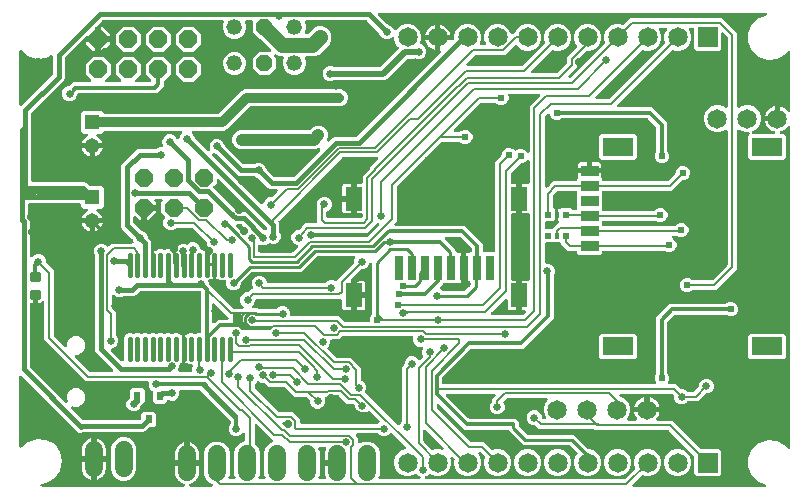
<source format=gbr>
G04 EAGLE Gerber X2 export*
%TF.Part,Single*%
%TF.FileFunction,Copper,L2,Bot,Mixed*%
%TF.FilePolarity,Positive*%
%TF.GenerationSoftware,Autodesk,EAGLE,8.6.3*%
%TF.CreationDate,2023-08-17T09:39:48Z*%
G75*
%MOMM*%
%FSLAX34Y34*%
%LPD*%
%AMOC8*
5,1,8,0,0,1.08239X$1,22.5*%
G01*
%ADD10R,1.651000X1.651000*%
%ADD11C,1.651000*%
%ADD12R,0.500000X0.500000*%
%ADD13R,0.400000X0.500000*%
%ADD14R,2.610000X1.560000*%
%ADD15R,1.500000X0.900000*%
%ADD16R,1.308000X1.308000*%
%ADD17C,1.308000*%
%ADD18R,0.800000X2.008000*%
%ADD19R,1.450000X2.000000*%
%ADD20P,1.429621X8X292.500000*%
%ADD21C,1.320800*%
%ADD22C,0.222250*%
%ADD23C,0.381000*%
%ADD24C,1.524000*%
%ADD25P,1.649562X8X202.500000*%
%ADD26P,1.649562X8X22.500000*%
%ADD27R,0.600000X0.700000*%
%ADD28C,0.654800*%
%ADD29C,0.711200*%
%ADD30C,0.609600*%
%ADD31C,0.254000*%
%ADD32C,0.304800*%
%ADD33C,0.203200*%
%ADD34C,1.270000*%
%ADD35C,0.812800*%
%ADD36C,0.406400*%
%ADD37C,1.016000*%
%ADD38C,0.508000*%

G36*
X524971Y-742D02*
X524971Y-742D01*
X525090Y-734D01*
X525128Y-722D01*
X525167Y-717D01*
X525279Y-673D01*
X525393Y-636D01*
X525426Y-615D01*
X525463Y-600D01*
X525560Y-530D01*
X525661Y-466D01*
X525689Y-437D01*
X525721Y-414D01*
X525797Y-322D01*
X525879Y-234D01*
X525898Y-199D01*
X525924Y-169D01*
X525975Y-61D01*
X526033Y44D01*
X526042Y83D01*
X526059Y119D01*
X526082Y236D01*
X526112Y352D01*
X526112Y392D01*
X526119Y431D01*
X526112Y550D01*
X526112Y670D01*
X526102Y709D01*
X526100Y748D01*
X526063Y862D01*
X526033Y979D01*
X526014Y1013D01*
X526002Y1051D01*
X525938Y1152D01*
X525880Y1257D01*
X525853Y1286D01*
X525832Y1320D01*
X525745Y1402D01*
X525663Y1489D01*
X525630Y1511D01*
X525601Y1538D01*
X525496Y1596D01*
X525395Y1660D01*
X525340Y1682D01*
X525322Y1692D01*
X525302Y1697D01*
X525245Y1720D01*
X520362Y3306D01*
X514405Y8670D01*
X511145Y15992D01*
X511145Y24008D01*
X514405Y31330D01*
X520362Y36694D01*
X527985Y39171D01*
X535957Y38333D01*
X542898Y34325D01*
X544655Y31907D01*
X544710Y31849D01*
X544756Y31785D01*
X544818Y31734D01*
X544873Y31675D01*
X544940Y31633D01*
X545001Y31582D01*
X545074Y31548D01*
X545141Y31505D01*
X545217Y31480D01*
X545289Y31446D01*
X545368Y31431D01*
X545444Y31407D01*
X545523Y31401D01*
X545602Y31387D01*
X545681Y31391D01*
X545761Y31386D01*
X545839Y31401D01*
X545919Y31406D01*
X545995Y31431D01*
X546074Y31446D01*
X546146Y31480D01*
X546221Y31504D01*
X546289Y31547D01*
X546361Y31581D01*
X546423Y31632D01*
X546490Y31674D01*
X546545Y31733D01*
X546607Y31784D01*
X546653Y31848D01*
X546708Y31906D01*
X546747Y31976D01*
X546794Y32041D01*
X546823Y32115D01*
X546862Y32185D01*
X546882Y32262D01*
X546911Y32336D01*
X546921Y32415D01*
X546941Y32493D01*
X546951Y32651D01*
X546951Y32652D01*
X546951Y32653D01*
X546951Y304033D01*
X546941Y304112D01*
X546941Y304191D01*
X546921Y304269D01*
X546911Y304348D01*
X546882Y304422D01*
X546862Y304499D01*
X546824Y304569D01*
X546794Y304644D01*
X546748Y304708D01*
X546709Y304778D01*
X546655Y304836D01*
X546608Y304901D01*
X546546Y304952D01*
X546492Y305010D01*
X546424Y305053D01*
X546363Y305104D01*
X546290Y305138D01*
X546223Y305181D01*
X546147Y305206D01*
X546075Y305240D01*
X545997Y305254D01*
X545921Y305279D01*
X545841Y305284D01*
X545763Y305299D01*
X545683Y305294D01*
X545603Y305299D01*
X545525Y305285D01*
X545445Y305280D01*
X545369Y305255D01*
X545291Y305240D01*
X545219Y305206D01*
X545143Y305182D01*
X545075Y305139D01*
X545003Y305105D01*
X544942Y305054D01*
X544874Y305011D01*
X544819Y304953D01*
X544758Y304903D01*
X544657Y304781D01*
X544656Y304780D01*
X544656Y304779D01*
X544655Y304779D01*
X544175Y304117D01*
X542973Y302915D01*
X541598Y301917D01*
X540084Y301145D01*
X538791Y300725D01*
X538683Y300674D01*
X538572Y300630D01*
X538540Y300607D01*
X538503Y300590D01*
X538411Y300514D01*
X538315Y300444D01*
X538289Y300413D01*
X538258Y300387D01*
X538188Y300291D01*
X538112Y300199D01*
X538095Y300162D01*
X538071Y300130D01*
X538027Y300019D01*
X537976Y299911D01*
X537969Y299871D01*
X537954Y299834D01*
X537939Y299716D01*
X537917Y299598D01*
X537919Y299558D01*
X537914Y299519D01*
X537929Y299400D01*
X537936Y299281D01*
X537949Y299243D01*
X537954Y299203D01*
X537998Y299092D01*
X538034Y298979D01*
X538056Y298945D01*
X538071Y298907D01*
X538141Y298811D01*
X538205Y298710D01*
X538234Y298682D01*
X538257Y298650D01*
X538349Y298574D01*
X538436Y298492D01*
X538471Y298473D01*
X538502Y298447D01*
X538610Y298396D01*
X538715Y298338D01*
X538753Y298328D01*
X538790Y298311D01*
X538907Y298289D01*
X539023Y298259D01*
X539082Y298255D01*
X539102Y298251D01*
X539123Y298253D01*
X539183Y298249D01*
X541213Y298249D01*
X542999Y296463D01*
X542999Y278337D01*
X541213Y276551D01*
X512587Y276551D01*
X510801Y278337D01*
X510801Y296463D01*
X512018Y297680D01*
X512103Y297789D01*
X512192Y297896D01*
X512200Y297915D01*
X512213Y297931D01*
X512268Y298059D01*
X512327Y298184D01*
X512331Y298204D01*
X512339Y298223D01*
X512361Y298361D01*
X512387Y298497D01*
X512386Y298517D01*
X512389Y298537D01*
X512376Y298676D01*
X512367Y298814D01*
X512361Y298833D01*
X512359Y298853D01*
X512312Y298985D01*
X512269Y299116D01*
X512259Y299133D01*
X512252Y299153D01*
X512174Y299268D01*
X512099Y299385D01*
X512084Y299399D01*
X512073Y299416D01*
X511969Y299508D01*
X511868Y299603D01*
X511850Y299613D01*
X511835Y299626D01*
X511711Y299690D01*
X511589Y299757D01*
X511570Y299762D01*
X511551Y299771D01*
X511416Y299801D01*
X511281Y299836D01*
X511253Y299838D01*
X511241Y299841D01*
X511221Y299840D01*
X511120Y299846D01*
X508292Y299846D01*
X504137Y301567D01*
X504072Y301633D01*
X503962Y301718D01*
X503855Y301807D01*
X503836Y301815D01*
X503820Y301828D01*
X503693Y301883D01*
X503567Y301942D01*
X503547Y301946D01*
X503528Y301954D01*
X503391Y301976D01*
X503254Y302002D01*
X503234Y302001D01*
X503214Y302004D01*
X503076Y301991D01*
X502937Y301982D01*
X502918Y301976D01*
X502898Y301974D01*
X502767Y301927D01*
X502635Y301884D01*
X502617Y301873D01*
X502598Y301866D01*
X502483Y301788D01*
X502366Y301714D01*
X502352Y301699D01*
X502335Y301688D01*
X502243Y301584D01*
X502148Y301482D01*
X502138Y301465D01*
X502125Y301449D01*
X502062Y301326D01*
X501994Y301204D01*
X501989Y301184D01*
X501980Y301166D01*
X501950Y301030D01*
X501915Y300896D01*
X501913Y300868D01*
X501910Y300856D01*
X501911Y300835D01*
X501905Y300735D01*
X501905Y183736D01*
X484284Y166115D01*
X464823Y166115D01*
X464725Y166103D01*
X464626Y166100D01*
X464568Y166083D01*
X464508Y166075D01*
X464416Y166039D01*
X464320Y166011D01*
X464268Y165981D01*
X464212Y165958D01*
X464132Y165900D01*
X464046Y165850D01*
X463971Y165784D01*
X463955Y165772D01*
X463947Y165762D01*
X463926Y165743D01*
X463194Y165011D01*
X460953Y164083D01*
X458527Y164083D01*
X456286Y165011D01*
X454571Y166726D01*
X453643Y168967D01*
X453643Y171393D01*
X454571Y173634D01*
X456286Y175349D01*
X458527Y176277D01*
X460953Y176277D01*
X463194Y175349D01*
X463926Y174617D01*
X464004Y174556D01*
X464076Y174488D01*
X464129Y174459D01*
X464177Y174422D01*
X464268Y174382D01*
X464354Y174334D01*
X464413Y174319D01*
X464469Y174295D01*
X464567Y174280D01*
X464662Y174255D01*
X464762Y174249D01*
X464783Y174245D01*
X464795Y174247D01*
X464823Y174245D01*
X480391Y174245D01*
X480489Y174257D01*
X480588Y174260D01*
X480646Y174277D01*
X480706Y174285D01*
X480798Y174321D01*
X480893Y174349D01*
X480945Y174379D01*
X481002Y174402D01*
X481082Y174460D01*
X481167Y174510D01*
X481243Y174576D01*
X481259Y174588D01*
X481267Y174598D01*
X481288Y174616D01*
X493404Y186732D01*
X493464Y186810D01*
X493532Y186882D01*
X493561Y186935D01*
X493598Y186983D01*
X493638Y187074D01*
X493686Y187161D01*
X493701Y187219D01*
X493725Y187275D01*
X493740Y187373D01*
X493765Y187469D01*
X493771Y187569D01*
X493775Y187589D01*
X493773Y187601D01*
X493775Y187629D01*
X493775Y300735D01*
X493758Y300873D01*
X493745Y301012D01*
X493738Y301031D01*
X493735Y301051D01*
X493684Y301180D01*
X493637Y301311D01*
X493626Y301328D01*
X493618Y301346D01*
X493537Y301459D01*
X493459Y301574D01*
X493443Y301587D01*
X493432Y301604D01*
X493324Y301693D01*
X493220Y301784D01*
X493202Y301794D01*
X493187Y301807D01*
X493061Y301866D01*
X492937Y301929D01*
X492917Y301933D01*
X492899Y301942D01*
X492762Y301968D01*
X492627Y301999D01*
X492606Y301998D01*
X492587Y302002D01*
X492448Y301993D01*
X492309Y301989D01*
X492289Y301983D01*
X492269Y301982D01*
X492137Y301939D01*
X492003Y301901D01*
X491986Y301890D01*
X491967Y301884D01*
X491849Y301810D01*
X491729Y301739D01*
X491708Y301720D01*
X491698Y301714D01*
X491684Y301699D01*
X491608Y301633D01*
X491543Y301567D01*
X487388Y299846D01*
X482892Y299846D01*
X478737Y301567D01*
X475557Y304747D01*
X473836Y308902D01*
X473836Y313398D01*
X475557Y317553D01*
X478737Y320733D01*
X482892Y322454D01*
X487388Y322454D01*
X491543Y320733D01*
X491608Y320667D01*
X491718Y320582D01*
X491825Y320493D01*
X491844Y320485D01*
X491860Y320472D01*
X491987Y320417D01*
X492113Y320358D01*
X492133Y320354D01*
X492152Y320346D01*
X492289Y320324D01*
X492426Y320298D01*
X492446Y320299D01*
X492466Y320296D01*
X492604Y320309D01*
X492743Y320318D01*
X492762Y320324D01*
X492782Y320326D01*
X492913Y320373D01*
X493045Y320416D01*
X493063Y320427D01*
X493082Y320434D01*
X493197Y320512D01*
X493314Y320586D01*
X493328Y320601D01*
X493345Y320612D01*
X493437Y320716D01*
X493532Y320818D01*
X493542Y320835D01*
X493555Y320851D01*
X493618Y320974D01*
X493686Y321096D01*
X493691Y321116D01*
X493700Y321134D01*
X493730Y321270D01*
X493765Y321404D01*
X493767Y321432D01*
X493770Y321444D01*
X493769Y321465D01*
X493775Y321565D01*
X493775Y380061D01*
X493763Y380159D01*
X493760Y380258D01*
X493743Y380316D01*
X493735Y380376D01*
X493699Y380468D01*
X493671Y380563D01*
X493641Y380615D01*
X493618Y380672D01*
X493560Y380752D01*
X493510Y380837D01*
X493444Y380913D01*
X493432Y380929D01*
X493422Y380937D01*
X493404Y380958D01*
X490470Y383891D01*
X490361Y383976D01*
X490254Y384065D01*
X490235Y384074D01*
X490219Y384086D01*
X490091Y384142D01*
X489966Y384201D01*
X489946Y384204D01*
X489927Y384212D01*
X489789Y384234D01*
X489653Y384260D01*
X489633Y384259D01*
X489613Y384262D01*
X489474Y384249D01*
X489336Y384241D01*
X489317Y384234D01*
X489297Y384232D01*
X489165Y384185D01*
X489034Y384143D01*
X489016Y384132D01*
X488997Y384125D01*
X488882Y384047D01*
X488765Y383972D01*
X488751Y383958D01*
X488734Y383946D01*
X488642Y383842D01*
X488547Y383741D01*
X488537Y383723D01*
X488524Y383708D01*
X488460Y383584D01*
X488393Y383462D01*
X488388Y383443D01*
X488379Y383425D01*
X488349Y383289D01*
X488314Y383154D01*
X488312Y383126D01*
X488309Y383114D01*
X488310Y383094D01*
X488304Y382994D01*
X488304Y370482D01*
X486518Y368696D01*
X467482Y368696D01*
X465696Y370482D01*
X465696Y387096D01*
X465681Y387214D01*
X465674Y387333D01*
X465661Y387371D01*
X465656Y387412D01*
X465613Y387522D01*
X465576Y387635D01*
X465554Y387670D01*
X465539Y387707D01*
X465470Y387803D01*
X465406Y387904D01*
X465376Y387932D01*
X465353Y387965D01*
X465261Y388041D01*
X465174Y388122D01*
X465139Y388142D01*
X465108Y388167D01*
X465000Y388218D01*
X464896Y388276D01*
X464856Y388286D01*
X464820Y388303D01*
X464703Y388325D01*
X464588Y388355D01*
X464528Y388359D01*
X464508Y388363D01*
X464487Y388361D01*
X464427Y388365D01*
X462270Y388365D01*
X462220Y388359D01*
X462171Y388361D01*
X462063Y388339D01*
X461954Y388325D01*
X461908Y388307D01*
X461859Y388297D01*
X461761Y388249D01*
X461658Y388208D01*
X461618Y388179D01*
X461574Y388157D01*
X461490Y388086D01*
X461401Y388022D01*
X461369Y387983D01*
X461332Y387951D01*
X461268Y387861D01*
X461198Y387777D01*
X461177Y387732D01*
X461148Y387691D01*
X461109Y387588D01*
X461063Y387489D01*
X461053Y387440D01*
X461036Y387394D01*
X461024Y387284D01*
X461003Y387177D01*
X461006Y387127D01*
X461000Y387078D01*
X461016Y386969D01*
X461023Y386859D01*
X461038Y386812D01*
X461045Y386763D01*
X461097Y386610D01*
X462904Y382248D01*
X462904Y377752D01*
X461183Y373597D01*
X458003Y370417D01*
X453848Y368696D01*
X449352Y368696D01*
X447797Y369340D01*
X447768Y369348D01*
X447742Y369362D01*
X447615Y369390D01*
X447490Y369424D01*
X447461Y369425D01*
X447432Y369431D01*
X447302Y369427D01*
X447172Y369429D01*
X447143Y369422D01*
X447114Y369422D01*
X446989Y369385D01*
X446863Y369355D01*
X446837Y369341D01*
X446808Y369333D01*
X446696Y369267D01*
X446582Y369206D01*
X446560Y369187D01*
X446534Y369172D01*
X446414Y369065D01*
X400318Y322969D01*
X400233Y322860D01*
X400144Y322753D01*
X400135Y322734D01*
X400123Y322718D01*
X400067Y322590D01*
X400008Y322465D01*
X400005Y322445D01*
X399997Y322426D01*
X399975Y322288D01*
X399949Y322152D01*
X399950Y322132D01*
X399947Y322112D01*
X399960Y321973D01*
X399968Y321835D01*
X399975Y321816D01*
X399977Y321796D01*
X400024Y321664D01*
X400066Y321533D01*
X400077Y321515D01*
X400084Y321496D01*
X400162Y321381D01*
X400237Y321264D01*
X400251Y321250D01*
X400263Y321233D01*
X400367Y321141D01*
X400468Y321046D01*
X400486Y321036D01*
X400501Y321023D01*
X400625Y320959D01*
X400747Y320892D01*
X400766Y320887D01*
X400784Y320878D01*
X400920Y320848D01*
X401055Y320813D01*
X401083Y320811D01*
X401095Y320808D01*
X401115Y320809D01*
X401215Y320803D01*
X429884Y320803D01*
X442723Y307964D01*
X442723Y283975D01*
X442735Y283877D01*
X442738Y283778D01*
X442755Y283720D01*
X442763Y283660D01*
X442799Y283567D01*
X442827Y283472D01*
X442857Y283420D01*
X442880Y283364D01*
X442938Y283284D01*
X442988Y283198D01*
X443054Y283123D01*
X443066Y283107D01*
X443076Y283099D01*
X443094Y283078D01*
X443319Y282854D01*
X444247Y280613D01*
X444247Y278187D01*
X443319Y275946D01*
X441604Y274231D01*
X439363Y273303D01*
X436937Y273303D01*
X434696Y274231D01*
X432981Y275946D01*
X432053Y278187D01*
X432053Y280613D01*
X432981Y282854D01*
X433206Y283078D01*
X433266Y283156D01*
X433334Y283228D01*
X433363Y283281D01*
X433400Y283329D01*
X433440Y283420D01*
X433488Y283506D01*
X433503Y283565D01*
X433527Y283621D01*
X433542Y283719D01*
X433567Y283814D01*
X433573Y283914D01*
X433577Y283935D01*
X433575Y283947D01*
X433577Y283975D01*
X433577Y303650D01*
X433565Y303748D01*
X433562Y303847D01*
X433545Y303906D01*
X433537Y303966D01*
X433501Y304058D01*
X433473Y304153D01*
X433443Y304205D01*
X433420Y304261D01*
X433362Y304341D01*
X433312Y304427D01*
X433246Y304502D01*
X433234Y304519D01*
X433224Y304527D01*
X433206Y304548D01*
X426468Y311286D01*
X426389Y311346D01*
X426317Y311414D01*
X426264Y311443D01*
X426216Y311480D01*
X426125Y311520D01*
X426039Y311568D01*
X425980Y311583D01*
X425925Y311607D01*
X425827Y311622D01*
X425731Y311647D01*
X425631Y311653D01*
X425610Y311657D01*
X425598Y311655D01*
X425570Y311657D01*
X353825Y311657D01*
X353727Y311645D01*
X353628Y311642D01*
X353570Y311625D01*
X353510Y311617D01*
X353417Y311581D01*
X353322Y311553D01*
X353270Y311523D01*
X353214Y311500D01*
X353134Y311442D01*
X353048Y311392D01*
X352973Y311326D01*
X352957Y311314D01*
X352949Y311304D01*
X352928Y311286D01*
X352704Y311061D01*
X350463Y310133D01*
X348037Y310133D01*
X345796Y311061D01*
X344081Y312776D01*
X343275Y314724D01*
X343250Y314767D01*
X343233Y314814D01*
X343171Y314905D01*
X343117Y315001D01*
X343082Y315036D01*
X343055Y315077D01*
X342972Y315150D01*
X342896Y315229D01*
X342853Y315255D01*
X342816Y315288D01*
X342718Y315338D01*
X342625Y315395D01*
X342577Y315410D01*
X342533Y315432D01*
X342426Y315457D01*
X342321Y315489D01*
X342271Y315491D01*
X342223Y315502D01*
X342113Y315499D01*
X342003Y315504D01*
X341955Y315494D01*
X341905Y315492D01*
X341799Y315462D01*
X341692Y315440D01*
X341647Y315418D01*
X341599Y315404D01*
X341505Y315348D01*
X341406Y315300D01*
X341368Y315268D01*
X341325Y315242D01*
X341204Y315136D01*
X339716Y313648D01*
X339656Y313570D01*
X339588Y313498D01*
X339564Y313454D01*
X339543Y313428D01*
X339537Y313417D01*
X339522Y313397D01*
X339482Y313306D01*
X339434Y313219D01*
X339423Y313174D01*
X339407Y313141D01*
X339404Y313126D01*
X339395Y313105D01*
X339380Y313007D01*
X339355Y312911D01*
X339351Y312847D01*
X339347Y312828D01*
X339348Y312810D01*
X339345Y312791D01*
X339347Y312779D01*
X339345Y312751D01*
X339345Y254177D01*
X339362Y254040D01*
X339375Y253901D01*
X339382Y253882D01*
X339385Y253862D01*
X339436Y253733D01*
X339483Y253602D01*
X339494Y253585D01*
X339502Y253566D01*
X339583Y253454D01*
X339661Y253339D01*
X339677Y253325D01*
X339688Y253309D01*
X339796Y253220D01*
X339900Y253128D01*
X339918Y253119D01*
X339933Y253106D01*
X340059Y253047D01*
X340183Y252984D01*
X340203Y252979D01*
X340221Y252970D01*
X340357Y252944D01*
X340493Y252914D01*
X340514Y252914D01*
X340533Y252911D01*
X340672Y252919D01*
X340811Y252924D01*
X340831Y252929D01*
X340851Y252930D01*
X340983Y252973D01*
X341117Y253012D01*
X341134Y253022D01*
X341153Y253028D01*
X341271Y253103D01*
X341391Y253173D01*
X341412Y253192D01*
X341422Y253199D01*
X341436Y253214D01*
X341511Y253280D01*
X343544Y255312D01*
X346296Y258065D01*
X365082Y258065D01*
X365200Y258080D01*
X365319Y258087D01*
X365357Y258100D01*
X365398Y258105D01*
X365508Y258148D01*
X365621Y258185D01*
X365656Y258207D01*
X365693Y258222D01*
X365789Y258291D01*
X365890Y258355D01*
X365918Y258385D01*
X365951Y258408D01*
X366027Y258500D01*
X366108Y258587D01*
X366128Y258622D01*
X366153Y258653D01*
X366204Y258761D01*
X366262Y258865D01*
X366272Y258905D01*
X366289Y258941D01*
X366311Y259058D01*
X366341Y259173D01*
X366345Y259233D01*
X366349Y259253D01*
X366347Y259274D01*
X366351Y259334D01*
X366351Y260163D01*
X366678Y260490D01*
X366743Y260573D01*
X366815Y260651D01*
X366840Y260698D01*
X366873Y260741D01*
X366915Y260838D01*
X366965Y260931D01*
X366978Y260983D01*
X366999Y261033D01*
X367016Y261137D01*
X367041Y261240D01*
X367041Y261293D01*
X367049Y261347D01*
X367039Y261452D01*
X367038Y261558D01*
X367021Y261642D01*
X367019Y261663D01*
X367014Y261678D01*
X367007Y261716D01*
X366859Y262266D01*
X366859Y264851D01*
X375920Y264851D01*
X376038Y264866D01*
X376157Y264873D01*
X376195Y264885D01*
X376235Y264891D01*
X376346Y264934D01*
X376459Y264971D01*
X376493Y264993D01*
X376531Y265008D01*
X376627Y265077D01*
X376728Y265141D01*
X376756Y265171D01*
X376788Y265194D01*
X376864Y265286D01*
X376896Y265320D01*
X376901Y265312D01*
X376931Y265284D01*
X376955Y265251D01*
X377046Y265175D01*
X377133Y265094D01*
X377168Y265074D01*
X377200Y265049D01*
X377307Y264998D01*
X377412Y264940D01*
X377451Y264930D01*
X377487Y264913D01*
X377604Y264891D01*
X377720Y264861D01*
X377780Y264857D01*
X377800Y264853D01*
X377820Y264855D01*
X377880Y264851D01*
X386941Y264851D01*
X386941Y262266D01*
X386793Y261716D01*
X386779Y261611D01*
X386756Y261508D01*
X386758Y261454D01*
X386750Y261401D01*
X386762Y261296D01*
X386766Y261190D01*
X386781Y261138D01*
X386787Y261085D01*
X386825Y260986D01*
X386854Y260884D01*
X386881Y260838D01*
X386901Y260788D01*
X386962Y260702D01*
X387016Y260610D01*
X387072Y260546D01*
X387085Y260528D01*
X387097Y260518D01*
X387122Y260490D01*
X387449Y260163D01*
X387449Y259734D01*
X387464Y259616D01*
X387471Y259497D01*
X387484Y259459D01*
X387489Y259418D01*
X387532Y259308D01*
X387569Y259195D01*
X387591Y259160D01*
X387606Y259123D01*
X387675Y259027D01*
X387739Y258926D01*
X387769Y258898D01*
X387792Y258865D01*
X387884Y258789D01*
X387971Y258708D01*
X388006Y258688D01*
X388037Y258663D01*
X388145Y258612D01*
X388249Y258554D01*
X388289Y258544D01*
X388325Y258527D01*
X388442Y258505D01*
X388557Y258475D01*
X388617Y258471D01*
X388637Y258467D01*
X388658Y258469D01*
X388718Y258465D01*
X442691Y258465D01*
X442789Y258477D01*
X442888Y258480D01*
X442946Y258497D01*
X443006Y258505D01*
X443098Y258541D01*
X443193Y258569D01*
X443245Y258599D01*
X443302Y258622D01*
X443382Y258680D01*
X443467Y258730D01*
X443543Y258796D01*
X443559Y258808D01*
X443567Y258818D01*
X443588Y258836D01*
X449462Y264710D01*
X449522Y264788D01*
X449590Y264860D01*
X449619Y264913D01*
X449656Y264961D01*
X449696Y265052D01*
X449744Y265139D01*
X449759Y265197D01*
X449783Y265253D01*
X449798Y265351D01*
X449823Y265447D01*
X449829Y265547D01*
X449833Y265567D01*
X449831Y265579D01*
X449833Y265607D01*
X449833Y266643D01*
X450761Y268884D01*
X452476Y270599D01*
X454717Y271527D01*
X457143Y271527D01*
X459384Y270599D01*
X461099Y268884D01*
X462027Y266643D01*
X462027Y264217D01*
X461099Y261976D01*
X459384Y260261D01*
X457143Y259333D01*
X456107Y259333D01*
X456009Y259321D01*
X455910Y259318D01*
X455852Y259301D01*
X455792Y259293D01*
X455700Y259257D01*
X455605Y259229D01*
X455553Y259199D01*
X455496Y259176D01*
X455416Y259118D01*
X455331Y259068D01*
X455255Y259002D01*
X455239Y258990D01*
X455231Y258980D01*
X455210Y258962D01*
X446584Y250335D01*
X388718Y250335D01*
X388600Y250320D01*
X388481Y250313D01*
X388443Y250300D01*
X388402Y250295D01*
X388292Y250252D01*
X388179Y250215D01*
X388144Y250193D01*
X388107Y250178D01*
X388011Y250109D01*
X387910Y250045D01*
X387882Y250015D01*
X387849Y249992D01*
X387773Y249900D01*
X387692Y249813D01*
X387672Y249778D01*
X387647Y249747D01*
X387596Y249639D01*
X387538Y249535D01*
X387528Y249495D01*
X387511Y249459D01*
X387489Y249342D01*
X387459Y249227D01*
X387455Y249167D01*
X387451Y249147D01*
X387453Y249126D01*
X387449Y249066D01*
X387449Y248430D01*
X387438Y248405D01*
X387419Y248287D01*
X387393Y248171D01*
X387394Y248130D01*
X387388Y248091D01*
X387399Y247972D01*
X387403Y247853D01*
X387414Y247814D01*
X387418Y247774D01*
X387449Y247687D01*
X387449Y235730D01*
X387438Y235705D01*
X387419Y235587D01*
X387393Y235471D01*
X387394Y235430D01*
X387388Y235391D01*
X387399Y235272D01*
X387403Y235153D01*
X387414Y235114D01*
X387418Y235074D01*
X387449Y234987D01*
X387449Y234334D01*
X387464Y234216D01*
X387471Y234097D01*
X387484Y234059D01*
X387489Y234018D01*
X387532Y233908D01*
X387569Y233795D01*
X387591Y233760D01*
X387606Y233723D01*
X387675Y233627D01*
X387739Y233526D01*
X387769Y233498D01*
X387792Y233465D01*
X387884Y233389D01*
X387971Y233308D01*
X388006Y233288D01*
X388037Y233263D01*
X388145Y233212D01*
X388249Y233154D01*
X388289Y233144D01*
X388325Y233127D01*
X388442Y233105D01*
X388557Y233075D01*
X388617Y233071D01*
X388637Y233067D01*
X388658Y233069D01*
X388718Y233065D01*
X430927Y233065D01*
X431025Y233077D01*
X431124Y233080D01*
X431182Y233097D01*
X431242Y233105D01*
X431335Y233141D01*
X431430Y233169D01*
X431482Y233199D01*
X431538Y233222D01*
X431618Y233280D01*
X431704Y233330D01*
X431779Y233396D01*
X431795Y233408D01*
X431803Y233418D01*
X431824Y233436D01*
X433426Y235039D01*
X435667Y235967D01*
X438093Y235967D01*
X440334Y235039D01*
X442049Y233324D01*
X442977Y231083D01*
X442977Y228657D01*
X442049Y226416D01*
X440334Y224701D01*
X438093Y223773D01*
X435667Y223773D01*
X433341Y224737D01*
X433313Y224758D01*
X433222Y224798D01*
X433136Y224846D01*
X433077Y224861D01*
X433021Y224885D01*
X432923Y224900D01*
X432828Y224925D01*
X432728Y224931D01*
X432707Y224935D01*
X432695Y224933D01*
X432667Y224935D01*
X388718Y224935D01*
X388600Y224920D01*
X388481Y224913D01*
X388443Y224900D01*
X388402Y224895D01*
X388292Y224852D01*
X388179Y224815D01*
X388144Y224793D01*
X388107Y224778D01*
X388011Y224709D01*
X387910Y224645D01*
X387882Y224615D01*
X387849Y224592D01*
X387773Y224500D01*
X387692Y224413D01*
X387672Y224378D01*
X387647Y224347D01*
X387596Y224239D01*
X387538Y224135D01*
X387528Y224095D01*
X387511Y224059D01*
X387489Y223942D01*
X387459Y223827D01*
X387455Y223767D01*
X387451Y223747D01*
X387453Y223726D01*
X387449Y223666D01*
X387449Y223030D01*
X387438Y223005D01*
X387419Y222887D01*
X387393Y222771D01*
X387394Y222730D01*
X387388Y222691D01*
X387399Y222572D01*
X387403Y222453D01*
X387414Y222414D01*
X387418Y222374D01*
X387449Y222287D01*
X387449Y221634D01*
X387464Y221516D01*
X387471Y221397D01*
X387484Y221359D01*
X387489Y221318D01*
X387532Y221208D01*
X387569Y221095D01*
X387591Y221060D01*
X387606Y221023D01*
X387675Y220927D01*
X387739Y220826D01*
X387769Y220798D01*
X387792Y220765D01*
X387884Y220689D01*
X387971Y220608D01*
X388006Y220588D01*
X388037Y220563D01*
X388145Y220512D01*
X388249Y220454D01*
X388289Y220444D01*
X388325Y220427D01*
X388442Y220405D01*
X388557Y220375D01*
X388617Y220371D01*
X388637Y220367D01*
X388658Y220369D01*
X388718Y220365D01*
X448707Y220365D01*
X448805Y220377D01*
X448904Y220380D01*
X448962Y220397D01*
X449022Y220405D01*
X449115Y220441D01*
X449210Y220469D01*
X449262Y220499D01*
X449318Y220522D01*
X449398Y220580D01*
X449484Y220630D01*
X449559Y220696D01*
X449575Y220708D01*
X449583Y220718D01*
X449604Y220736D01*
X451206Y222339D01*
X453447Y223267D01*
X455873Y223267D01*
X458114Y222339D01*
X459829Y220624D01*
X460757Y218383D01*
X460757Y215957D01*
X459829Y213716D01*
X458114Y212001D01*
X455873Y211073D01*
X453447Y211073D01*
X451121Y212037D01*
X451093Y212058D01*
X451002Y212098D01*
X450916Y212146D01*
X450857Y212161D01*
X450801Y212185D01*
X450703Y212200D01*
X450608Y212225D01*
X450508Y212231D01*
X450487Y212235D01*
X450475Y212233D01*
X450447Y212235D01*
X448065Y212235D01*
X447996Y212227D01*
X447926Y212228D01*
X447839Y212207D01*
X447750Y212195D01*
X447685Y212170D01*
X447617Y212153D01*
X447538Y212111D01*
X447454Y212078D01*
X447398Y212037D01*
X447336Y212005D01*
X447269Y211944D01*
X447197Y211892D01*
X447152Y211838D01*
X447101Y211791D01*
X447051Y211716D01*
X446994Y211647D01*
X446964Y211583D01*
X446926Y211525D01*
X446897Y211440D01*
X446859Y211359D01*
X446845Y211290D01*
X446823Y211224D01*
X446816Y211135D01*
X446799Y211047D01*
X446803Y210977D01*
X446798Y210907D01*
X446813Y210819D01*
X446818Y210729D01*
X446840Y210663D01*
X446852Y210594D01*
X446889Y210512D01*
X446917Y210427D01*
X446954Y210368D01*
X446983Y210304D01*
X447039Y210234D01*
X447087Y210158D01*
X447138Y210110D01*
X447181Y210056D01*
X447253Y210001D01*
X447318Y209940D01*
X447379Y209906D01*
X447435Y209864D01*
X447580Y209793D01*
X447954Y209639D01*
X449669Y207924D01*
X450597Y205683D01*
X450597Y203257D01*
X449669Y201016D01*
X447954Y199301D01*
X445713Y198373D01*
X443287Y198373D01*
X440961Y199337D01*
X440933Y199358D01*
X440842Y199398D01*
X440756Y199446D01*
X440697Y199461D01*
X440641Y199485D01*
X440543Y199500D01*
X440448Y199525D01*
X440348Y199531D01*
X440327Y199535D01*
X440315Y199533D01*
X440287Y199535D01*
X388718Y199535D01*
X388600Y199520D01*
X388481Y199513D01*
X388443Y199500D01*
X388402Y199495D01*
X388292Y199452D01*
X388179Y199415D01*
X388144Y199393D01*
X388107Y199378D01*
X388011Y199309D01*
X387910Y199245D01*
X387882Y199215D01*
X387849Y199192D01*
X387773Y199100D01*
X387692Y199013D01*
X387672Y198978D01*
X387647Y198947D01*
X387596Y198839D01*
X387538Y198735D01*
X387528Y198695D01*
X387511Y198659D01*
X387489Y198542D01*
X387459Y198427D01*
X387455Y198367D01*
X387451Y198347D01*
X387453Y198326D01*
X387449Y198266D01*
X387449Y197837D01*
X385663Y196051D01*
X368137Y196051D01*
X366351Y197837D01*
X366351Y197866D01*
X366336Y197984D01*
X366329Y198103D01*
X366316Y198141D01*
X366311Y198182D01*
X366268Y198292D01*
X366231Y198405D01*
X366209Y198440D01*
X366194Y198477D01*
X366125Y198573D01*
X366061Y198674D01*
X366031Y198702D01*
X366008Y198735D01*
X365916Y198811D01*
X365829Y198892D01*
X365794Y198912D01*
X365763Y198937D01*
X365655Y198988D01*
X365551Y199046D01*
X365511Y199056D01*
X365475Y199073D01*
X365358Y199095D01*
X365243Y199125D01*
X365183Y199129D01*
X365163Y199133D01*
X365142Y199131D01*
X365082Y199135D01*
X358996Y199135D01*
X352640Y205492D01*
X352602Y205588D01*
X352565Y205701D01*
X352543Y205736D01*
X352528Y205773D01*
X352459Y205869D01*
X352395Y205970D01*
X352365Y205998D01*
X352342Y206031D01*
X352250Y206107D01*
X352163Y206188D01*
X352128Y206208D01*
X352097Y206233D01*
X351989Y206284D01*
X351885Y206342D01*
X351845Y206352D01*
X351809Y206369D01*
X351692Y206391D01*
X351577Y206421D01*
X351517Y206425D01*
X351497Y206429D01*
X351476Y206427D01*
X351416Y206431D01*
X340614Y206431D01*
X340496Y206416D01*
X340377Y206409D01*
X340339Y206396D01*
X340298Y206391D01*
X340188Y206348D01*
X340075Y206311D01*
X340040Y206289D01*
X340003Y206274D01*
X339907Y206205D01*
X339806Y206141D01*
X339778Y206111D01*
X339745Y206088D01*
X339669Y205996D01*
X339588Y205909D01*
X339568Y205874D01*
X339543Y205843D01*
X339492Y205735D01*
X339434Y205631D01*
X339424Y205591D01*
X339407Y205555D01*
X339385Y205438D01*
X339355Y205323D01*
X339351Y205263D01*
X339347Y205243D01*
X339349Y205222D01*
X339345Y205162D01*
X339345Y189710D01*
X339360Y189592D01*
X339367Y189473D01*
X339380Y189435D01*
X339385Y189394D01*
X339428Y189284D01*
X339465Y189171D01*
X339487Y189136D01*
X339502Y189099D01*
X339571Y189003D01*
X339635Y188902D01*
X339665Y188874D01*
X339688Y188841D01*
X339780Y188765D01*
X339867Y188684D01*
X339902Y188664D01*
X339933Y188639D01*
X340041Y188588D01*
X340145Y188530D01*
X340185Y188520D01*
X340221Y188503D01*
X340338Y188481D01*
X340453Y188451D01*
X340513Y188447D01*
X340533Y188443D01*
X340554Y188445D01*
X340614Y188441D01*
X342352Y188441D01*
X344676Y187478D01*
X346454Y185700D01*
X347417Y183376D01*
X347417Y180860D01*
X346553Y178776D01*
X346551Y178767D01*
X346546Y178759D01*
X346509Y178614D01*
X346469Y178469D01*
X346469Y178460D01*
X346467Y178451D01*
X346457Y178290D01*
X346457Y142632D01*
X320410Y116585D01*
X277248Y116585D01*
X277150Y116573D01*
X277051Y116570D01*
X276992Y116553D01*
X276932Y116545D01*
X276840Y116509D01*
X276745Y116481D01*
X276693Y116451D01*
X276637Y116428D01*
X276557Y116370D01*
X276471Y116320D01*
X276396Y116254D01*
X276379Y116242D01*
X276371Y116232D01*
X276350Y116214D01*
X252340Y92204D01*
X252280Y92125D01*
X252212Y92053D01*
X252183Y92000D01*
X252146Y91952D01*
X252106Y91861D01*
X252058Y91775D01*
X252043Y91716D01*
X252019Y91661D01*
X252004Y91563D01*
X251979Y91467D01*
X251973Y91367D01*
X251969Y91346D01*
X251971Y91334D01*
X251969Y91306D01*
X251969Y87630D01*
X251984Y87512D01*
X251991Y87393D01*
X252004Y87355D01*
X252009Y87314D01*
X252052Y87204D01*
X252089Y87091D01*
X252111Y87056D01*
X252126Y87019D01*
X252195Y86923D01*
X252259Y86822D01*
X252289Y86794D01*
X252312Y86761D01*
X252404Y86685D01*
X252491Y86604D01*
X252526Y86584D01*
X252557Y86559D01*
X252665Y86508D01*
X252769Y86450D01*
X252809Y86440D01*
X252845Y86423D01*
X252962Y86401D01*
X253077Y86371D01*
X253137Y86367D01*
X253157Y86363D01*
X253178Y86365D01*
X253238Y86361D01*
X431755Y86361D01*
X431805Y86367D01*
X431854Y86365D01*
X431962Y86387D01*
X432071Y86401D01*
X432117Y86419D01*
X432166Y86429D01*
X432264Y86477D01*
X432367Y86518D01*
X432407Y86547D01*
X432451Y86569D01*
X432535Y86640D01*
X432624Y86704D01*
X432656Y86743D01*
X432693Y86775D01*
X432757Y86865D01*
X432827Y86949D01*
X432848Y86994D01*
X432876Y87035D01*
X432915Y87138D01*
X432962Y87237D01*
X432972Y87286D01*
X432989Y87332D01*
X433001Y87442D01*
X433022Y87549D01*
X433019Y87599D01*
X433024Y87648D01*
X433009Y87757D01*
X433002Y87867D01*
X432987Y87914D01*
X432980Y87963D01*
X432928Y88116D01*
X432053Y90227D01*
X432053Y92653D01*
X432981Y94894D01*
X433206Y95118D01*
X433266Y95196D01*
X433334Y95268D01*
X433363Y95321D01*
X433400Y95369D01*
X433440Y95460D01*
X433488Y95546D01*
X433503Y95605D01*
X433527Y95661D01*
X433542Y95759D01*
X433567Y95854D01*
X433573Y95954D01*
X433577Y95975D01*
X433575Y95987D01*
X433577Y96015D01*
X433577Y142864D01*
X445146Y154433D01*
X491995Y154433D01*
X492093Y154445D01*
X492192Y154448D01*
X492250Y154465D01*
X492310Y154473D01*
X492403Y154509D01*
X492498Y154537D01*
X492550Y154567D01*
X492606Y154590D01*
X492686Y154648D01*
X492772Y154698D01*
X492847Y154764D01*
X492863Y154776D01*
X492871Y154786D01*
X492892Y154804D01*
X493116Y155029D01*
X495357Y155957D01*
X497783Y155957D01*
X500024Y155029D01*
X501739Y153314D01*
X502667Y151073D01*
X502667Y148647D01*
X501739Y146406D01*
X500024Y144691D01*
X497783Y143763D01*
X495357Y143763D01*
X493116Y144691D01*
X492892Y144916D01*
X492814Y144976D01*
X492742Y145044D01*
X492689Y145073D01*
X492641Y145110D01*
X492550Y145150D01*
X492464Y145198D01*
X492405Y145213D01*
X492349Y145237D01*
X492251Y145252D01*
X492156Y145277D01*
X492056Y145283D01*
X492035Y145287D01*
X492023Y145285D01*
X491995Y145287D01*
X449460Y145287D01*
X449362Y145275D01*
X449263Y145272D01*
X449204Y145255D01*
X449144Y145247D01*
X449052Y145211D01*
X448957Y145183D01*
X448905Y145153D01*
X448849Y145130D01*
X448769Y145072D01*
X448683Y145022D01*
X448608Y144956D01*
X448591Y144944D01*
X448583Y144934D01*
X448562Y144916D01*
X443094Y139448D01*
X443034Y139369D01*
X442966Y139297D01*
X442937Y139244D01*
X442900Y139196D01*
X442860Y139105D01*
X442812Y139019D01*
X442797Y138960D01*
X442773Y138905D01*
X442758Y138807D01*
X442733Y138711D01*
X442727Y138611D01*
X442723Y138590D01*
X442725Y138578D01*
X442723Y138550D01*
X442723Y96015D01*
X442735Y95917D01*
X442738Y95818D01*
X442755Y95760D01*
X442763Y95700D01*
X442799Y95607D01*
X442827Y95512D01*
X442857Y95460D01*
X442880Y95404D01*
X442938Y95324D01*
X442988Y95238D01*
X443054Y95163D01*
X443066Y95147D01*
X443076Y95139D01*
X443094Y95118D01*
X443319Y94894D01*
X444247Y92653D01*
X444247Y90227D01*
X443372Y88116D01*
X443359Y88068D01*
X443338Y88023D01*
X443317Y87915D01*
X443288Y87809D01*
X443287Y87759D01*
X443278Y87710D01*
X443285Y87601D01*
X443283Y87491D01*
X443295Y87443D01*
X443298Y87393D01*
X443332Y87289D01*
X443357Y87182D01*
X443380Y87138D01*
X443396Y87091D01*
X443455Y86998D01*
X443506Y86901D01*
X443539Y86864D01*
X443566Y86822D01*
X443646Y86747D01*
X443720Y86665D01*
X443761Y86638D01*
X443798Y86604D01*
X443894Y86551D01*
X443986Y86491D01*
X444033Y86474D01*
X444076Y86450D01*
X444182Y86423D01*
X444286Y86387D01*
X444336Y86383D01*
X444384Y86371D01*
X444545Y86361D01*
X450248Y86361D01*
X453968Y82640D01*
X454046Y82580D01*
X454118Y82512D01*
X454171Y82483D01*
X454219Y82446D01*
X454310Y82406D01*
X454397Y82358D01*
X454455Y82343D01*
X454511Y82319D01*
X454609Y82304D01*
X454705Y82279D01*
X454805Y82273D01*
X454825Y82269D01*
X454837Y82271D01*
X454865Y82269D01*
X456172Y82269D01*
X458496Y81306D01*
X459419Y80382D01*
X459497Y80322D01*
X459570Y80254D01*
X459623Y80225D01*
X459670Y80188D01*
X459761Y80148D01*
X459848Y80100D01*
X459907Y80085D01*
X459962Y80061D01*
X460060Y80046D01*
X460156Y80021D01*
X460256Y80015D01*
X460276Y80011D01*
X460289Y80013D01*
X460317Y80011D01*
X464643Y80011D01*
X464741Y80023D01*
X464840Y80026D01*
X464898Y80043D01*
X464958Y80051D01*
X465050Y80087D01*
X465145Y80115D01*
X465197Y80145D01*
X465254Y80168D01*
X465334Y80226D01*
X465419Y80276D01*
X465495Y80342D01*
X465511Y80354D01*
X465519Y80364D01*
X465540Y80382D01*
X469048Y83890D01*
X469108Y83968D01*
X469176Y84040D01*
X469205Y84093D01*
X469242Y84141D01*
X469282Y84232D01*
X469330Y84319D01*
X469345Y84377D01*
X469369Y84433D01*
X469384Y84531D01*
X469409Y84627D01*
X469415Y84727D01*
X469419Y84747D01*
X469417Y84759D01*
X469419Y84787D01*
X469419Y86094D01*
X470382Y88418D01*
X472160Y90196D01*
X474484Y91159D01*
X477000Y91159D01*
X479324Y90196D01*
X481102Y88418D01*
X482065Y86094D01*
X482065Y83578D01*
X481102Y81254D01*
X479324Y79476D01*
X477000Y78513D01*
X475693Y78513D01*
X475595Y78501D01*
X475496Y78498D01*
X475438Y78481D01*
X475378Y78473D01*
X475286Y78437D01*
X475191Y78409D01*
X475139Y78379D01*
X475082Y78356D01*
X475002Y78298D01*
X474917Y78248D01*
X474841Y78182D01*
X474825Y78170D01*
X474817Y78160D01*
X474796Y78142D01*
X468536Y71881D01*
X460317Y71881D01*
X460219Y71869D01*
X460119Y71866D01*
X460061Y71849D01*
X460001Y71841D01*
X459909Y71805D01*
X459814Y71777D01*
X459762Y71747D01*
X459705Y71724D01*
X459625Y71666D01*
X459540Y71616D01*
X459465Y71550D01*
X459448Y71538D01*
X459440Y71528D01*
X459419Y71510D01*
X458496Y70586D01*
X456172Y69623D01*
X453656Y69623D01*
X451332Y70586D01*
X449554Y72364D01*
X448591Y74688D01*
X448591Y75995D01*
X448579Y76093D01*
X448576Y76192D01*
X448559Y76250D01*
X448551Y76310D01*
X448515Y76402D01*
X448487Y76497D01*
X448457Y76549D01*
X448434Y76606D01*
X448376Y76686D01*
X448326Y76771D01*
X448260Y76847D01*
X448248Y76863D01*
X448238Y76871D01*
X448220Y76892D01*
X447252Y77860D01*
X447174Y77920D01*
X447102Y77988D01*
X447049Y78017D01*
X447001Y78054D01*
X446910Y78094D01*
X446823Y78142D01*
X446765Y78157D01*
X446709Y78181D01*
X446611Y78196D01*
X446515Y78221D01*
X446415Y78227D01*
X446395Y78231D01*
X446383Y78229D01*
X446355Y78231D01*
X403471Y78231D01*
X403401Y78223D01*
X403332Y78224D01*
X403244Y78203D01*
X403155Y78191D01*
X403090Y78166D01*
X403022Y78149D01*
X402943Y78107D01*
X402859Y78074D01*
X402803Y78033D01*
X402741Y78001D01*
X402675Y77940D01*
X402602Y77888D01*
X402558Y77834D01*
X402506Y77787D01*
X402457Y77712D01*
X402399Y77643D01*
X402370Y77579D01*
X402331Y77521D01*
X402302Y77436D01*
X402264Y77355D01*
X402251Y77286D01*
X402228Y77220D01*
X402221Y77131D01*
X402204Y77043D01*
X402208Y76973D01*
X402203Y76903D01*
X402218Y76815D01*
X402224Y76725D01*
X402245Y76659D01*
X402257Y76590D01*
X402294Y76508D01*
X402322Y76423D01*
X402359Y76364D01*
X402388Y76300D01*
X402444Y76230D01*
X402492Y76154D01*
X402543Y76106D01*
X402586Y76052D01*
X402658Y75997D01*
X402723Y75936D01*
X402785Y75902D01*
X402840Y75860D01*
X402985Y75789D01*
X406453Y74353D01*
X409633Y71173D01*
X411354Y67018D01*
X411354Y62522D01*
X409633Y58367D01*
X409059Y57793D01*
X408974Y57684D01*
X408885Y57577D01*
X408877Y57558D01*
X408864Y57542D01*
X408809Y57414D01*
X408750Y57289D01*
X408746Y57269D01*
X408738Y57250D01*
X408716Y57112D01*
X408690Y56976D01*
X408691Y56956D01*
X408688Y56936D01*
X408701Y56797D01*
X408710Y56659D01*
X408716Y56640D01*
X408718Y56620D01*
X408765Y56489D01*
X408808Y56357D01*
X408819Y56339D01*
X408826Y56320D01*
X408904Y56206D01*
X408978Y56088D01*
X408993Y56074D01*
X409004Y56057D01*
X409108Y55965D01*
X409210Y55870D01*
X409227Y55860D01*
X409243Y55847D01*
X409366Y55784D01*
X409488Y55716D01*
X409508Y55711D01*
X409526Y55702D01*
X409662Y55672D01*
X409796Y55637D01*
X409824Y55635D01*
X409836Y55632D01*
X409857Y55633D01*
X409957Y55627D01*
X416262Y55627D01*
X416400Y55644D01*
X416539Y55657D01*
X416558Y55664D01*
X416577Y55667D01*
X416707Y55718D01*
X416838Y55765D01*
X416855Y55776D01*
X416873Y55784D01*
X416986Y55866D01*
X417101Y55944D01*
X417114Y55959D01*
X417130Y55970D01*
X417219Y56078D01*
X417312Y56183D01*
X417320Y56200D01*
X417333Y56215D01*
X417392Y56342D01*
X417456Y56466D01*
X417460Y56485D01*
X417468Y56503D01*
X417495Y56640D01*
X417525Y56777D01*
X417525Y56796D01*
X417528Y56815D01*
X417520Y56955D01*
X417515Y57095D01*
X417510Y57113D01*
X417508Y57133D01*
X417466Y57265D01*
X417426Y57400D01*
X417416Y57417D01*
X417410Y57435D01*
X417366Y57505D01*
X417360Y57520D01*
X417286Y57638D01*
X417265Y57674D01*
X417247Y57694D01*
X417240Y57704D01*
X417237Y57707D01*
X416217Y59112D01*
X415445Y60626D01*
X414920Y62242D01*
X414872Y62548D01*
X424497Y62548D01*
X424616Y62563D01*
X424734Y62571D01*
X424773Y62583D01*
X424813Y62588D01*
X424924Y62632D01*
X425037Y62669D01*
X425071Y62690D01*
X425109Y62705D01*
X425205Y62775D01*
X425305Y62839D01*
X425333Y62868D01*
X425366Y62892D01*
X425442Y62984D01*
X425446Y62988D01*
X425453Y62982D01*
X425477Y62949D01*
X425569Y62873D01*
X425656Y62791D01*
X425691Y62772D01*
X425722Y62746D01*
X425830Y62695D01*
X425934Y62638D01*
X425973Y62628D01*
X426010Y62611D01*
X426127Y62588D01*
X426242Y62558D01*
X426302Y62555D01*
X426322Y62551D01*
X426343Y62552D01*
X426403Y62548D01*
X436028Y62548D01*
X435980Y62242D01*
X435455Y60626D01*
X434683Y59112D01*
X433626Y57656D01*
X433612Y57630D01*
X433567Y57577D01*
X433559Y57559D01*
X433547Y57543D01*
X433491Y57415D01*
X433478Y57387D01*
X433473Y57378D01*
X433472Y57374D01*
X433432Y57289D01*
X433428Y57270D01*
X433420Y57252D01*
X433398Y57114D01*
X433372Y56976D01*
X433373Y56957D01*
X433370Y56938D01*
X433383Y56798D01*
X433392Y56659D01*
X433398Y56640D01*
X433399Y56621D01*
X433446Y56489D01*
X433490Y56357D01*
X433500Y56340D01*
X433507Y56322D01*
X433585Y56206D01*
X433660Y56088D01*
X433674Y56074D01*
X433685Y56058D01*
X433789Y55966D01*
X433891Y55870D01*
X433908Y55860D01*
X433923Y55848D01*
X434048Y55784D01*
X434170Y55716D01*
X434189Y55712D01*
X434206Y55703D01*
X434343Y55672D01*
X434478Y55637D01*
X434505Y55635D01*
X434516Y55633D01*
X434537Y55633D01*
X434638Y55627D01*
X447122Y55627D01*
X449874Y52874D01*
X471073Y31675D01*
X471151Y31615D01*
X471223Y31547D01*
X471276Y31518D01*
X471324Y31481D01*
X471415Y31441D01*
X471502Y31393D01*
X471560Y31378D01*
X471616Y31354D01*
X471714Y31339D01*
X471810Y31314D01*
X471910Y31308D01*
X471930Y31304D01*
X471942Y31306D01*
X471970Y31304D01*
X486518Y31304D01*
X488304Y29518D01*
X488304Y10482D01*
X486518Y8696D01*
X467482Y8696D01*
X465696Y10482D01*
X465696Y25030D01*
X465684Y25128D01*
X465681Y25227D01*
X465664Y25285D01*
X465656Y25345D01*
X465620Y25437D01*
X465592Y25532D01*
X465562Y25585D01*
X465539Y25641D01*
X465481Y25721D01*
X465431Y25806D01*
X465365Y25882D01*
X465353Y25898D01*
X465343Y25906D01*
X465325Y25927D01*
X444126Y47126D01*
X444048Y47186D01*
X443976Y47254D01*
X443923Y47283D01*
X443875Y47320D01*
X443784Y47360D01*
X443697Y47408D01*
X443639Y47423D01*
X443583Y47447D01*
X443485Y47462D01*
X443389Y47487D01*
X443289Y47493D01*
X443269Y47497D01*
X443257Y47495D01*
X443229Y47497D01*
X381348Y47497D01*
X380704Y48141D01*
X380626Y48202D01*
X380554Y48270D01*
X380501Y48299D01*
X380453Y48336D01*
X380362Y48376D01*
X380275Y48424D01*
X380217Y48439D01*
X380161Y48463D01*
X380063Y48478D01*
X379967Y48503D01*
X379867Y48509D01*
X379847Y48513D01*
X379835Y48511D01*
X379807Y48513D01*
X333850Y48513D01*
X330892Y51472D01*
X330814Y51532D01*
X330742Y51600D01*
X330689Y51629D01*
X330641Y51666D01*
X330550Y51706D01*
X330463Y51754D01*
X330405Y51769D01*
X330349Y51793D01*
X330251Y51808D01*
X330155Y51833D01*
X330055Y51839D01*
X330035Y51843D01*
X330023Y51841D01*
X329995Y51843D01*
X328688Y51843D01*
X326364Y52806D01*
X324586Y54584D01*
X323623Y56908D01*
X323623Y59424D01*
X324586Y61748D01*
X326364Y63526D01*
X328688Y64489D01*
X331204Y64489D01*
X333528Y63526D01*
X335306Y61748D01*
X336269Y59424D01*
X336269Y58117D01*
X336281Y58019D01*
X336284Y57920D01*
X336301Y57862D01*
X336309Y57802D01*
X336345Y57710D01*
X336373Y57615D01*
X336403Y57563D01*
X336426Y57506D01*
X336484Y57426D01*
X336534Y57341D01*
X336600Y57265D01*
X336612Y57249D01*
X336622Y57241D01*
X336640Y57220D01*
X336846Y57014D01*
X336924Y56954D01*
X336996Y56886D01*
X337049Y56857D01*
X337097Y56820D01*
X337188Y56780D01*
X337275Y56732D01*
X337333Y56717D01*
X337389Y56693D01*
X337487Y56678D01*
X337583Y56653D01*
X337683Y56647D01*
X337703Y56643D01*
X337715Y56645D01*
X337743Y56643D01*
X338482Y56643D01*
X338531Y56649D01*
X338581Y56647D01*
X338688Y56669D01*
X338797Y56683D01*
X338843Y56701D01*
X338892Y56711D01*
X338991Y56759D01*
X339093Y56800D01*
X339133Y56829D01*
X339178Y56851D01*
X339261Y56922D01*
X339350Y56986D01*
X339382Y57025D01*
X339420Y57057D01*
X339483Y57147D01*
X339553Y57231D01*
X339574Y57276D01*
X339603Y57317D01*
X339642Y57420D01*
X339689Y57519D01*
X339698Y57568D01*
X339716Y57614D01*
X339728Y57724D01*
X339748Y57831D01*
X339745Y57881D01*
X339751Y57930D01*
X339736Y58039D01*
X339729Y58149D01*
X339713Y58196D01*
X339706Y58245D01*
X339654Y58398D01*
X337946Y62522D01*
X337946Y67018D01*
X339667Y71173D01*
X341003Y72509D01*
X341088Y72618D01*
X341177Y72725D01*
X341185Y72744D01*
X341198Y72760D01*
X341253Y72887D01*
X341312Y73013D01*
X341316Y73033D01*
X341324Y73052D01*
X341346Y73190D01*
X341372Y73326D01*
X341371Y73346D01*
X341374Y73366D01*
X341361Y73505D01*
X341352Y73643D01*
X341346Y73662D01*
X341344Y73682D01*
X341297Y73814D01*
X341254Y73945D01*
X341243Y73963D01*
X341236Y73982D01*
X341158Y74097D01*
X341084Y74214D01*
X341069Y74228D01*
X341058Y74245D01*
X340954Y74337D01*
X340852Y74432D01*
X340835Y74442D01*
X340819Y74455D01*
X340695Y74519D01*
X340574Y74586D01*
X340554Y74591D01*
X340536Y74600D01*
X340400Y74630D01*
X340266Y74665D01*
X340238Y74667D01*
X340226Y74670D01*
X340205Y74669D01*
X340105Y74675D01*
X307771Y74675D01*
X307673Y74663D01*
X307574Y74660D01*
X307516Y74643D01*
X307456Y74635D01*
X307364Y74599D01*
X307269Y74571D01*
X307217Y74541D01*
X307160Y74518D01*
X307080Y74460D01*
X306995Y74410D01*
X306919Y74344D01*
X306903Y74332D01*
X306895Y74322D01*
X306874Y74304D01*
X304413Y71843D01*
X304395Y71819D01*
X304372Y71800D01*
X304298Y71694D01*
X304218Y71591D01*
X304206Y71564D01*
X304189Y71540D01*
X304143Y71419D01*
X304092Y71300D01*
X304087Y71270D01*
X304077Y71243D01*
X304062Y71114D01*
X304042Y70985D01*
X304045Y70956D01*
X304041Y70927D01*
X304060Y70798D01*
X304072Y70669D01*
X304082Y70641D01*
X304086Y70612D01*
X304138Y70459D01*
X305027Y68314D01*
X305027Y65798D01*
X304064Y63474D01*
X302286Y61696D01*
X299962Y60733D01*
X297446Y60733D01*
X295122Y61696D01*
X293344Y63474D01*
X292381Y65798D01*
X292381Y68314D01*
X293344Y70638D01*
X294268Y71561D01*
X294328Y71639D01*
X294396Y71712D01*
X294425Y71765D01*
X294462Y71812D01*
X294502Y71903D01*
X294550Y71990D01*
X294565Y72049D01*
X294589Y72104D01*
X294604Y72202D01*
X294629Y72298D01*
X294635Y72398D01*
X294639Y72418D01*
X294637Y72431D01*
X294639Y72459D01*
X294639Y73566D01*
X297138Y76065D01*
X297223Y76174D01*
X297312Y76281D01*
X297321Y76300D01*
X297333Y76316D01*
X297389Y76444D01*
X297448Y76569D01*
X297451Y76589D01*
X297459Y76608D01*
X297481Y76746D01*
X297507Y76882D01*
X297506Y76902D01*
X297509Y76922D01*
X297496Y77061D01*
X297488Y77199D01*
X297481Y77218D01*
X297479Y77238D01*
X297432Y77370D01*
X297390Y77501D01*
X297379Y77519D01*
X297372Y77538D01*
X297294Y77653D01*
X297219Y77770D01*
X297205Y77784D01*
X297193Y77801D01*
X297089Y77893D01*
X296988Y77988D01*
X296970Y77998D01*
X296955Y78011D01*
X296831Y78075D01*
X296709Y78142D01*
X296690Y78147D01*
X296672Y78156D01*
X296536Y78186D01*
X296401Y78221D01*
X296373Y78223D01*
X296361Y78226D01*
X296341Y78225D01*
X296241Y78231D01*
X256674Y78231D01*
X256536Y78214D01*
X256397Y78201D01*
X256378Y78194D01*
X256358Y78191D01*
X256229Y78140D01*
X256098Y78093D01*
X256081Y78082D01*
X256063Y78074D01*
X255950Y77993D01*
X255835Y77915D01*
X255822Y77899D01*
X255805Y77888D01*
X255717Y77780D01*
X255625Y77676D01*
X255615Y77658D01*
X255602Y77643D01*
X255543Y77517D01*
X255480Y77393D01*
X255475Y77373D01*
X255467Y77355D01*
X255441Y77219D01*
X255410Y77083D01*
X255411Y77062D01*
X255407Y77043D01*
X255416Y76904D01*
X255420Y76765D01*
X255426Y76745D01*
X255427Y76725D01*
X255470Y76593D01*
X255508Y76459D01*
X255519Y76442D01*
X255525Y76423D01*
X255599Y76305D01*
X255670Y76185D01*
X255688Y76164D01*
X255695Y76154D01*
X255710Y76140D01*
X255776Y76065D01*
X274318Y57522D01*
X274397Y57462D01*
X274469Y57394D01*
X274522Y57365D01*
X274570Y57328D01*
X274661Y57288D01*
X274747Y57240D01*
X274806Y57225D01*
X274861Y57201D01*
X274959Y57186D01*
X275055Y57161D01*
X275155Y57155D01*
X275176Y57151D01*
X275188Y57153D01*
X275216Y57151D01*
X314314Y57151D01*
X316993Y54472D01*
X316993Y51591D01*
X317005Y51492D01*
X317008Y51393D01*
X317025Y51335D01*
X317033Y51275D01*
X317069Y51183D01*
X317097Y51088D01*
X317127Y51036D01*
X317150Y50979D01*
X317208Y50899D01*
X317258Y50814D01*
X317324Y50739D01*
X317336Y50722D01*
X317346Y50714D01*
X317364Y50693D01*
X323997Y44060D01*
X324075Y44000D01*
X324148Y43932D01*
X324201Y43903D01*
X324248Y43866D01*
X324339Y43826D01*
X324426Y43778D01*
X324485Y43763D01*
X324540Y43739D01*
X324638Y43724D01*
X324734Y43699D01*
X324834Y43693D01*
X324854Y43689D01*
X324867Y43691D01*
X324895Y43689D01*
X363739Y43689D01*
X375752Y31675D01*
X375830Y31615D01*
X375902Y31547D01*
X375955Y31518D01*
X376003Y31481D01*
X376094Y31441D01*
X376181Y31393D01*
X376240Y31378D01*
X376295Y31354D01*
X376393Y31339D01*
X376489Y31314D01*
X376589Y31308D01*
X376609Y31304D01*
X376622Y31306D01*
X376650Y31304D01*
X377648Y31304D01*
X381803Y29583D01*
X384983Y26403D01*
X386704Y22248D01*
X386704Y17752D01*
X384983Y13597D01*
X381803Y10417D01*
X377648Y8696D01*
X373152Y8696D01*
X368997Y10417D01*
X365817Y13597D01*
X364096Y17752D01*
X364096Y22248D01*
X365817Y26403D01*
X366416Y27002D01*
X366489Y27096D01*
X366568Y27185D01*
X366586Y27221D01*
X366611Y27253D01*
X366658Y27362D01*
X366712Y27468D01*
X366721Y27508D01*
X366737Y27545D01*
X366756Y27663D01*
X366782Y27778D01*
X366781Y27819D01*
X366787Y27859D01*
X366776Y27977D01*
X366772Y28096D01*
X366761Y28135D01*
X366757Y28175D01*
X366717Y28288D01*
X366684Y28402D01*
X366663Y28437D01*
X366649Y28475D01*
X366582Y28573D01*
X366522Y28676D01*
X366482Y28721D01*
X366471Y28738D01*
X366456Y28751D01*
X366416Y28797D01*
X360533Y34680D01*
X360455Y34740D01*
X360382Y34808D01*
X360329Y34837D01*
X360282Y34874D01*
X360191Y34914D01*
X360104Y34962D01*
X360045Y34977D01*
X359990Y35001D01*
X359892Y35016D01*
X359796Y35041D01*
X359696Y35047D01*
X359676Y35051D01*
X359663Y35049D01*
X359635Y35051D01*
X320791Y35051D01*
X317890Y37953D01*
X308209Y47634D01*
X308131Y47694D01*
X308059Y47762D01*
X308006Y47791D01*
X307958Y47828D01*
X307867Y47868D01*
X307780Y47916D01*
X307721Y47931D01*
X307666Y47955D01*
X307568Y47970D01*
X307472Y47995D01*
X307372Y48001D01*
X307352Y48005D01*
X307339Y48003D01*
X307311Y48005D01*
X270902Y48005D01*
X267852Y51056D01*
X249563Y69344D01*
X249454Y69429D01*
X249347Y69518D01*
X249328Y69526D01*
X249312Y69539D01*
X249184Y69594D01*
X249059Y69653D01*
X249039Y69657D01*
X249020Y69665D01*
X248882Y69687D01*
X248746Y69713D01*
X248726Y69712D01*
X248706Y69715D01*
X248567Y69702D01*
X248429Y69693D01*
X248410Y69687D01*
X248390Y69685D01*
X248258Y69638D01*
X248127Y69595D01*
X248109Y69584D01*
X248090Y69577D01*
X247975Y69499D01*
X247858Y69425D01*
X247844Y69410D01*
X247827Y69399D01*
X247735Y69295D01*
X247640Y69193D01*
X247630Y69176D01*
X247617Y69160D01*
X247553Y69037D01*
X247486Y68915D01*
X247481Y68895D01*
X247472Y68877D01*
X247442Y68741D01*
X247407Y68607D01*
X247405Y68579D01*
X247402Y68567D01*
X247403Y68546D01*
X247397Y68446D01*
X247397Y66725D01*
X247409Y66627D01*
X247412Y66528D01*
X247429Y66470D01*
X247437Y66410D01*
X247473Y66318D01*
X247501Y66223D01*
X247531Y66170D01*
X247554Y66114D01*
X247612Y66034D01*
X247662Y65949D01*
X247728Y65873D01*
X247740Y65857D01*
X247750Y65849D01*
X247768Y65828D01*
X276140Y37456D01*
X276218Y37396D01*
X276290Y37328D01*
X276343Y37299D01*
X276391Y37262D01*
X276482Y37222D01*
X276569Y37174D01*
X276627Y37159D01*
X276683Y37135D01*
X276781Y37120D01*
X276877Y37095D01*
X276977Y37089D01*
X276997Y37085D01*
X277009Y37087D01*
X277037Y37085D01*
X287864Y37085D01*
X294014Y30935D01*
X294037Y30917D01*
X294056Y30894D01*
X294162Y30820D01*
X294265Y30740D01*
X294292Y30728D01*
X294316Y30711D01*
X294437Y30665D01*
X294557Y30614D01*
X294586Y30609D01*
X294613Y30598D01*
X294742Y30584D01*
X294871Y30564D01*
X294900Y30566D01*
X294930Y30563D01*
X295058Y30581D01*
X295187Y30594D01*
X295215Y30604D01*
X295244Y30608D01*
X295397Y30660D01*
X296952Y31304D01*
X301448Y31304D01*
X305603Y29583D01*
X308783Y26403D01*
X310504Y22248D01*
X310504Y17752D01*
X308783Y13597D01*
X305603Y10417D01*
X301448Y8696D01*
X296952Y8696D01*
X292797Y10417D01*
X289617Y13597D01*
X287896Y17752D01*
X287896Y22248D01*
X288540Y23803D01*
X288548Y23832D01*
X288562Y23858D01*
X288590Y23985D01*
X288624Y24110D01*
X288625Y24139D01*
X288631Y24168D01*
X288627Y24298D01*
X288629Y24428D01*
X288622Y24457D01*
X288622Y24486D01*
X288585Y24611D01*
X288555Y24737D01*
X288541Y24763D01*
X288533Y24792D01*
X288467Y24903D01*
X288406Y25018D01*
X288387Y25040D01*
X288372Y25066D01*
X288265Y25186D01*
X284868Y28584D01*
X284790Y28644D01*
X284718Y28712D01*
X284665Y28741D01*
X284617Y28778D01*
X284526Y28818D01*
X284439Y28866D01*
X284381Y28881D01*
X284325Y28905D01*
X284227Y28920D01*
X284131Y28945D01*
X284031Y28951D01*
X284011Y28955D01*
X283999Y28953D01*
X283971Y28955D01*
X283895Y28955D01*
X283757Y28938D01*
X283618Y28925D01*
X283599Y28918D01*
X283579Y28915D01*
X283450Y28864D01*
X283319Y28817D01*
X283302Y28806D01*
X283284Y28798D01*
X283171Y28717D01*
X283056Y28639D01*
X283043Y28623D01*
X283026Y28612D01*
X282937Y28504D01*
X282846Y28400D01*
X282836Y28382D01*
X282823Y28367D01*
X282764Y28241D01*
X282701Y28117D01*
X282696Y28097D01*
X282688Y28079D01*
X282662Y27943D01*
X282631Y27807D01*
X282632Y27786D01*
X282628Y27767D01*
X282637Y27628D01*
X282641Y27489D01*
X282647Y27469D01*
X282648Y27449D01*
X282691Y27317D01*
X282729Y27183D01*
X282740Y27166D01*
X282746Y27147D01*
X282820Y27029D01*
X282891Y26909D01*
X282910Y26888D01*
X282916Y26878D01*
X282931Y26864D01*
X282997Y26788D01*
X283383Y26403D01*
X285104Y22248D01*
X285104Y17752D01*
X283383Y13597D01*
X280203Y10417D01*
X276048Y8696D01*
X271552Y8696D01*
X267397Y10417D01*
X264217Y13597D01*
X262496Y17752D01*
X262496Y22248D01*
X262568Y22421D01*
X262576Y22450D01*
X262589Y22476D01*
X262618Y22603D01*
X262652Y22728D01*
X262652Y22758D01*
X262659Y22787D01*
X262655Y22916D01*
X262657Y23046D01*
X262650Y23075D01*
X262649Y23104D01*
X262613Y23229D01*
X262583Y23355D01*
X262569Y23382D01*
X262561Y23410D01*
X262495Y23522D01*
X262434Y23637D01*
X262414Y23658D01*
X262399Y23684D01*
X262293Y23805D01*
X261284Y24813D01*
X261229Y24856D01*
X261181Y24906D01*
X261104Y24953D01*
X261033Y25008D01*
X260969Y25036D01*
X260910Y25072D01*
X260824Y25099D01*
X260741Y25134D01*
X260672Y25145D01*
X260606Y25166D01*
X260516Y25170D01*
X260427Y25184D01*
X260358Y25178D01*
X260288Y25181D01*
X260200Y25163D01*
X260111Y25154D01*
X260045Y25131D01*
X259977Y25117D01*
X259896Y25077D01*
X259811Y25047D01*
X259754Y25008D01*
X259691Y24977D01*
X259623Y24919D01*
X259548Y24868D01*
X259502Y24816D01*
X259449Y24771D01*
X259397Y24697D01*
X259338Y24630D01*
X259306Y24568D01*
X259266Y24511D01*
X259234Y24427D01*
X259193Y24347D01*
X259178Y24279D01*
X259153Y24213D01*
X259143Y24124D01*
X259123Y24036D01*
X259126Y23967D01*
X259118Y23897D01*
X259130Y23808D01*
X259133Y23718D01*
X259153Y23651D01*
X259162Y23582D01*
X259214Y23430D01*
X259704Y22248D01*
X259704Y17752D01*
X257983Y13597D01*
X254803Y10417D01*
X250648Y8696D01*
X246152Y8696D01*
X241947Y10438D01*
X241919Y10446D01*
X241893Y10459D01*
X241766Y10487D01*
X241641Y10522D01*
X241611Y10522D01*
X241582Y10529D01*
X241452Y10525D01*
X241323Y10527D01*
X241294Y10520D01*
X241264Y10519D01*
X241140Y10483D01*
X241013Y10453D01*
X240987Y10439D01*
X240959Y10431D01*
X240847Y10365D01*
X240732Y10304D01*
X240710Y10284D01*
X240685Y10269D01*
X240564Y10163D01*
X239152Y8751D01*
X238026Y8285D01*
X237966Y8250D01*
X237901Y8224D01*
X237828Y8172D01*
X237750Y8127D01*
X237700Y8079D01*
X237644Y8038D01*
X237586Y7968D01*
X237522Y7906D01*
X237485Y7846D01*
X237441Y7793D01*
X237403Y7711D01*
X237356Y7635D01*
X237335Y7568D01*
X237305Y7505D01*
X237288Y7417D01*
X237262Y7331D01*
X237259Y7261D01*
X237245Y7192D01*
X237251Y7103D01*
X237247Y7013D01*
X237261Y6945D01*
X237265Y6875D01*
X237293Y6790D01*
X237311Y6702D01*
X237342Y6639D01*
X237363Y6573D01*
X237411Y6497D01*
X237451Y6416D01*
X237496Y6363D01*
X237533Y6304D01*
X237599Y6242D01*
X237657Y6174D01*
X237714Y6134D01*
X237765Y6086D01*
X237844Y6042D01*
X237917Y5991D01*
X237982Y5966D01*
X238044Y5932D01*
X238131Y5910D01*
X238215Y5878D01*
X238284Y5870D01*
X238351Y5853D01*
X238512Y5843D01*
X405769Y5843D01*
X405867Y5855D01*
X405966Y5858D01*
X406024Y5875D01*
X406084Y5883D01*
X406176Y5919D01*
X406271Y5947D01*
X406323Y5977D01*
X406380Y6000D01*
X406460Y6058D01*
X406545Y6108D01*
X406621Y6174D01*
X406637Y6186D01*
X406645Y6196D01*
X406666Y6214D01*
X415265Y14814D01*
X415283Y14837D01*
X415306Y14856D01*
X415380Y14962D01*
X415460Y15065D01*
X415472Y15092D01*
X415489Y15116D01*
X415535Y15237D01*
X415586Y15357D01*
X415591Y15386D01*
X415602Y15413D01*
X415616Y15542D01*
X415636Y15671D01*
X415634Y15700D01*
X415637Y15730D01*
X415619Y15858D01*
X415606Y15987D01*
X415596Y16015D01*
X415592Y16044D01*
X415540Y16197D01*
X414896Y17752D01*
X414896Y22248D01*
X416617Y26403D01*
X419797Y29583D01*
X423952Y31304D01*
X428448Y31304D01*
X432603Y29583D01*
X435783Y26403D01*
X437504Y22248D01*
X437504Y17752D01*
X435783Y13597D01*
X432603Y10417D01*
X428448Y8696D01*
X423952Y8696D01*
X422397Y9340D01*
X422368Y9348D01*
X422342Y9362D01*
X422215Y9390D01*
X422090Y9424D01*
X422061Y9425D01*
X422032Y9431D01*
X421902Y9427D01*
X421772Y9429D01*
X421743Y9422D01*
X421714Y9422D01*
X421589Y9385D01*
X421463Y9355D01*
X421437Y9341D01*
X421408Y9333D01*
X421296Y9267D01*
X421182Y9206D01*
X421160Y9187D01*
X421134Y9172D01*
X421014Y9065D01*
X413449Y1501D01*
X413364Y1391D01*
X413276Y1285D01*
X413267Y1266D01*
X413254Y1249D01*
X413199Y1122D01*
X413140Y997D01*
X413136Y977D01*
X413128Y957D01*
X413106Y820D01*
X413080Y685D01*
X413081Y664D01*
X413078Y643D01*
X413091Y505D01*
X413099Y367D01*
X413106Y348D01*
X413108Y327D01*
X413155Y196D01*
X413197Y65D01*
X413208Y47D01*
X413215Y27D01*
X413293Y-87D01*
X413367Y-204D01*
X413382Y-218D01*
X413394Y-236D01*
X413498Y-327D01*
X413599Y-422D01*
X413617Y-432D01*
X413632Y-446D01*
X413756Y-509D01*
X413877Y-576D01*
X413897Y-581D01*
X413916Y-591D01*
X414051Y-621D01*
X414185Y-656D01*
X414214Y-658D01*
X414226Y-660D01*
X414246Y-660D01*
X414345Y-666D01*
X524852Y-757D01*
X524971Y-742D01*
G37*
G36*
X-27413Y96820D02*
X-27413Y96820D01*
X-27274Y96833D01*
X-27255Y96840D01*
X-27235Y96843D01*
X-27106Y96894D01*
X-26975Y96941D01*
X-26958Y96952D01*
X-26939Y96960D01*
X-26827Y97041D01*
X-26711Y97119D01*
X-26698Y97135D01*
X-26682Y97146D01*
X-26593Y97254D01*
X-26501Y97358D01*
X-26492Y97376D01*
X-26479Y97391D01*
X-26420Y97517D01*
X-26356Y97641D01*
X-26352Y97661D01*
X-26343Y97679D01*
X-26317Y97815D01*
X-26287Y97951D01*
X-26287Y97972D01*
X-26284Y97991D01*
X-26292Y98130D01*
X-26296Y98269D01*
X-26302Y98289D01*
X-26303Y98309D01*
X-26346Y98441D01*
X-26385Y98575D01*
X-26395Y98592D01*
X-26401Y98611D01*
X-26476Y98729D01*
X-26546Y98849D01*
X-26565Y98870D01*
X-26571Y98880D01*
X-26586Y98894D01*
X-26653Y98969D01*
X-40883Y113200D01*
X-41657Y115067D01*
X-41657Y194749D01*
X-41669Y194847D01*
X-41672Y194947D01*
X-41689Y195005D01*
X-41697Y195065D01*
X-41733Y195157D01*
X-41761Y195252D01*
X-41791Y195304D01*
X-41814Y195361D01*
X-41872Y195441D01*
X-41922Y195526D01*
X-41926Y195531D01*
X-42899Y197878D01*
X-42899Y200394D01*
X-41936Y202718D01*
X-40158Y204496D01*
X-37834Y205459D01*
X-35318Y205459D01*
X-32994Y204496D01*
X-31766Y203267D01*
X-31672Y203194D01*
X-31582Y203116D01*
X-31546Y203097D01*
X-31514Y203072D01*
X-31405Y203025D01*
X-31299Y202971D01*
X-31260Y202962D01*
X-31223Y202946D01*
X-31105Y202927D01*
X-30989Y202901D01*
X-30949Y202903D01*
X-30909Y202896D01*
X-30790Y202907D01*
X-30671Y202911D01*
X-30632Y202922D01*
X-30592Y202926D01*
X-30480Y202966D01*
X-30366Y202999D01*
X-30331Y203020D01*
X-30293Y203034D01*
X-30194Y203101D01*
X-30092Y203161D01*
X-30046Y203201D01*
X-30029Y203212D01*
X-30016Y203228D01*
X-29971Y203267D01*
X-27751Y205487D01*
X-10406Y205487D01*
X-10356Y205493D01*
X-10307Y205491D01*
X-10199Y205513D01*
X-10090Y205527D01*
X-10044Y205545D01*
X-9995Y205555D01*
X-9897Y205603D01*
X-9795Y205644D01*
X-9754Y205673D01*
X-9710Y205695D01*
X-9626Y205766D01*
X-9537Y205830D01*
X-9505Y205869D01*
X-9468Y205901D01*
X-9404Y205991D01*
X-9334Y206075D01*
X-9313Y206120D01*
X-9285Y206161D01*
X-9246Y206264D01*
X-9199Y206363D01*
X-9190Y206412D01*
X-9172Y206458D01*
X-9160Y206568D01*
X-9139Y206675D01*
X-9142Y206725D01*
X-9137Y206774D01*
X-9152Y206883D01*
X-9159Y206993D01*
X-9174Y207040D01*
X-9181Y207089D01*
X-9233Y207242D01*
X-9893Y208835D01*
X-9894Y208867D01*
X-9900Y208887D01*
X-9901Y208906D01*
X-9913Y208945D01*
X-9919Y208985D01*
X-9955Y209077D01*
X-9983Y209172D01*
X-9993Y209190D01*
X-9999Y209209D01*
X-10020Y209243D01*
X-10036Y209281D01*
X-10094Y209361D01*
X-10144Y209446D01*
X-10163Y209468D01*
X-10169Y209478D01*
X-10183Y209490D01*
X-10210Y209522D01*
X-10222Y209538D01*
X-10232Y209546D01*
X-10250Y209567D01*
X-17177Y216494D01*
X-17178Y216494D01*
X-18785Y218102D01*
X-19559Y219969D01*
X-19559Y271267D01*
X-18785Y273134D01*
X-6942Y284977D01*
X-5075Y285751D01*
X10091Y285751D01*
X10189Y285763D01*
X10289Y285766D01*
X10347Y285783D01*
X10407Y285791D01*
X10499Y285827D01*
X10594Y285855D01*
X10646Y285885D01*
X10703Y285908D01*
X10783Y285966D01*
X10868Y286016D01*
X10873Y286020D01*
X13220Y286993D01*
X14752Y286993D01*
X14801Y286999D01*
X14851Y286997D01*
X14958Y287019D01*
X15067Y287033D01*
X15114Y287051D01*
X15162Y287061D01*
X15261Y287109D01*
X15363Y287150D01*
X15403Y287179D01*
X15448Y287201D01*
X15531Y287272D01*
X15620Y287336D01*
X15652Y287375D01*
X15690Y287407D01*
X15753Y287497D01*
X15823Y287581D01*
X15844Y287626D01*
X15873Y287667D01*
X15912Y287770D01*
X15959Y287869D01*
X15968Y287918D01*
X15986Y287964D01*
X15998Y288074D01*
X16019Y288181D01*
X16015Y288231D01*
X16021Y288280D01*
X16006Y288389D01*
X15999Y288499D01*
X15984Y288546D01*
X15977Y288595D01*
X15924Y288748D01*
X15267Y290334D01*
X15267Y292850D01*
X16230Y295174D01*
X18008Y296952D01*
X20332Y297915D01*
X22848Y297915D01*
X25172Y296952D01*
X26950Y295174D01*
X27303Y294321D01*
X27338Y294260D01*
X27364Y294195D01*
X27416Y294123D01*
X27461Y294044D01*
X27509Y293994D01*
X27550Y293938D01*
X27620Y293881D01*
X27682Y293816D01*
X27742Y293780D01*
X27795Y293735D01*
X27877Y293697D01*
X27953Y293650D01*
X28020Y293629D01*
X28083Y293600D01*
X28171Y293583D01*
X28257Y293556D01*
X28327Y293553D01*
X28396Y293540D01*
X28485Y293545D01*
X28575Y293541D01*
X28643Y293555D01*
X28713Y293560D01*
X28798Y293587D01*
X28886Y293605D01*
X28949Y293636D01*
X29015Y293658D01*
X29091Y293706D01*
X29172Y293745D01*
X29225Y293790D01*
X29284Y293828D01*
X29346Y293893D01*
X29414Y293951D01*
X29454Y294008D01*
X29502Y294059D01*
X29545Y294138D01*
X29597Y294211D01*
X29622Y294277D01*
X29656Y294338D01*
X29678Y294425D01*
X29710Y294509D01*
X29718Y294578D01*
X29735Y294646D01*
X29745Y294806D01*
X29745Y295644D01*
X30708Y297968D01*
X31657Y298917D01*
X31742Y299026D01*
X31831Y299133D01*
X31839Y299152D01*
X31852Y299168D01*
X31907Y299295D01*
X31966Y299421D01*
X31970Y299441D01*
X31978Y299460D01*
X32000Y299597D01*
X32026Y299734D01*
X32025Y299754D01*
X32028Y299774D01*
X32015Y299913D01*
X32006Y300051D01*
X32000Y300070D01*
X31998Y300090D01*
X31951Y300222D01*
X31908Y300353D01*
X31897Y300371D01*
X31891Y300390D01*
X31812Y300505D01*
X31738Y300622D01*
X31723Y300636D01*
X31712Y300653D01*
X31608Y300745D01*
X31506Y300840D01*
X31489Y300850D01*
X31474Y300863D01*
X31350Y300926D01*
X31228Y300994D01*
X31208Y300999D01*
X31190Y301008D01*
X31054Y301038D01*
X30920Y301073D01*
X30892Y301075D01*
X30880Y301078D01*
X30860Y301077D01*
X30759Y301083D01*
X-33391Y301083D01*
X-33490Y301071D01*
X-33589Y301068D01*
X-33647Y301051D01*
X-33707Y301043D01*
X-33799Y301007D01*
X-33894Y300979D01*
X-33946Y300949D01*
X-34003Y300926D01*
X-34083Y300868D01*
X-34168Y300818D01*
X-34243Y300752D01*
X-34260Y300740D01*
X-34268Y300730D01*
X-34289Y300712D01*
X-36393Y298607D01*
X-39340Y298607D01*
X-39360Y298605D01*
X-39380Y298607D01*
X-39518Y298585D01*
X-39656Y298567D01*
X-39675Y298560D01*
X-39694Y298557D01*
X-39822Y298502D01*
X-39952Y298450D01*
X-39968Y298439D01*
X-39986Y298431D01*
X-40096Y298345D01*
X-40209Y298264D01*
X-40222Y298248D01*
X-40238Y298236D01*
X-40323Y298126D01*
X-40412Y298019D01*
X-40420Y298000D01*
X-40433Y297985D01*
X-40488Y297857D01*
X-40547Y297731D01*
X-40551Y297711D01*
X-40559Y297693D01*
X-40581Y297555D01*
X-40607Y297419D01*
X-40606Y297399D01*
X-40609Y297379D01*
X-40596Y297240D01*
X-40587Y297101D01*
X-40581Y297082D01*
X-40579Y297062D01*
X-40532Y296931D01*
X-40489Y296799D01*
X-40479Y296782D01*
X-40472Y296763D01*
X-40394Y296648D01*
X-40319Y296530D01*
X-40305Y296516D01*
X-40293Y296500D01*
X-40189Y296408D01*
X-40088Y296312D01*
X-40070Y296302D01*
X-40055Y296289D01*
X-39917Y296207D01*
X-39437Y295963D01*
X-38280Y295122D01*
X-37270Y294112D01*
X-36429Y292955D01*
X-35781Y291682D01*
X-35339Y290322D01*
X-35319Y290195D01*
X-43466Y290195D01*
X-43584Y290180D01*
X-43703Y290173D01*
X-43741Y290160D01*
X-43781Y290155D01*
X-43892Y290112D01*
X-44005Y290075D01*
X-44039Y290053D01*
X-44077Y290038D01*
X-44173Y289969D01*
X-44190Y289958D01*
X-44214Y289972D01*
X-44246Y289997D01*
X-44353Y290048D01*
X-44458Y290106D01*
X-44497Y290116D01*
X-44533Y290133D01*
X-44650Y290155D01*
X-44766Y290185D01*
X-44826Y290189D01*
X-44846Y290193D01*
X-44866Y290191D01*
X-44926Y290195D01*
X-53073Y290195D01*
X-53053Y290322D01*
X-52611Y291682D01*
X-51963Y292955D01*
X-51122Y294112D01*
X-50112Y295122D01*
X-48955Y295963D01*
X-48475Y296207D01*
X-48459Y296218D01*
X-48440Y296226D01*
X-48328Y296307D01*
X-48212Y296386D01*
X-48199Y296401D01*
X-48183Y296412D01*
X-48094Y296520D01*
X-48002Y296624D01*
X-47993Y296642D01*
X-47980Y296657D01*
X-47921Y296783D01*
X-47857Y296908D01*
X-47853Y296927D01*
X-47845Y296945D01*
X-47819Y297081D01*
X-47788Y297218D01*
X-47789Y297238D01*
X-47785Y297258D01*
X-47793Y297396D01*
X-47798Y297536D01*
X-47803Y297555D01*
X-47805Y297575D01*
X-47847Y297707D01*
X-47886Y297841D01*
X-47896Y297859D01*
X-47903Y297877D01*
X-47977Y297995D01*
X-48048Y298115D01*
X-48062Y298129D01*
X-48073Y298146D01*
X-48174Y298242D01*
X-48273Y298340D01*
X-48290Y298350D01*
X-48304Y298364D01*
X-48427Y298431D01*
X-48546Y298502D01*
X-48565Y298508D01*
X-48583Y298518D01*
X-48718Y298552D01*
X-48852Y298591D01*
X-48872Y298592D01*
X-48891Y298597D01*
X-49052Y298607D01*
X-51999Y298607D01*
X-53785Y300393D01*
X-53785Y315999D01*
X-51999Y317785D01*
X-36393Y317785D01*
X-34289Y315680D01*
X-34211Y315620D01*
X-34139Y315552D01*
X-34086Y315523D01*
X-34038Y315486D01*
X-33947Y315446D01*
X-33860Y315398D01*
X-33802Y315383D01*
X-33746Y315359D01*
X-33648Y315344D01*
X-33552Y315319D01*
X-33452Y315313D01*
X-33432Y315309D01*
X-33419Y315311D01*
X-33391Y315309D01*
X62314Y315309D01*
X62412Y315321D01*
X62511Y315324D01*
X62570Y315341D01*
X62630Y315349D01*
X62722Y315385D01*
X62817Y315413D01*
X62869Y315443D01*
X62925Y315466D01*
X63005Y315524D01*
X63091Y315574D01*
X63166Y315640D01*
X63183Y315652D01*
X63190Y315662D01*
X63212Y315680D01*
X82491Y334960D01*
X85105Y336043D01*
X166515Y336043D01*
X169129Y334960D01*
X171130Y332959D01*
X172213Y330345D01*
X172213Y327515D01*
X171130Y324901D01*
X169129Y322900D01*
X166515Y321817D01*
X89992Y321817D01*
X89894Y321805D01*
X89795Y321802D01*
X89736Y321785D01*
X89676Y321777D01*
X89584Y321741D01*
X89489Y321713D01*
X89437Y321683D01*
X89381Y321660D01*
X89301Y321602D01*
X89215Y321552D01*
X89140Y321486D01*
X89123Y321474D01*
X89116Y321464D01*
X89094Y321446D01*
X69815Y302166D01*
X67201Y301083D01*
X41377Y301083D01*
X41239Y301066D01*
X41100Y301053D01*
X41081Y301046D01*
X41061Y301043D01*
X40932Y300992D01*
X40801Y300945D01*
X40784Y300934D01*
X40765Y300926D01*
X40653Y300845D01*
X40538Y300767D01*
X40524Y300751D01*
X40508Y300740D01*
X40419Y300632D01*
X40327Y300528D01*
X40318Y300510D01*
X40305Y300495D01*
X40246Y300369D01*
X40183Y300245D01*
X40178Y300225D01*
X40170Y300207D01*
X40144Y300070D01*
X40113Y299935D01*
X40114Y299914D01*
X40110Y299895D01*
X40119Y299756D01*
X40123Y299617D01*
X40128Y299597D01*
X40130Y299577D01*
X40172Y299445D01*
X40211Y299311D01*
X40222Y299294D01*
X40228Y299275D01*
X40302Y299157D01*
X40373Y299037D01*
X40391Y299016D01*
X40398Y299006D01*
X40413Y298992D01*
X40479Y298917D01*
X41428Y297968D01*
X42405Y295609D01*
X42406Y295577D01*
X42423Y295519D01*
X42431Y295459D01*
X42467Y295367D01*
X42495Y295272D01*
X42525Y295219D01*
X42548Y295163D01*
X42606Y295083D01*
X42656Y294998D01*
X42722Y294922D01*
X42734Y294906D01*
X42744Y294898D01*
X42762Y294877D01*
X53483Y284156D01*
X53538Y284113D01*
X53587Y284063D01*
X53663Y284016D01*
X53734Y283961D01*
X53799Y283933D01*
X53858Y283897D01*
X53944Y283871D01*
X54026Y283835D01*
X54095Y283824D01*
X54162Y283803D01*
X54251Y283799D01*
X54340Y283785D01*
X54410Y283792D01*
X54480Y283788D01*
X54567Y283806D01*
X54657Y283815D01*
X54723Y283838D01*
X54791Y283852D01*
X54872Y283892D01*
X54956Y283922D01*
X55014Y283962D01*
X55077Y283992D01*
X55145Y284051D01*
X55219Y284101D01*
X55266Y284153D01*
X55319Y284199D01*
X55370Y284272D01*
X55430Y284339D01*
X55462Y284402D01*
X55502Y284459D01*
X55534Y284543D01*
X55574Y284623D01*
X55590Y284691D01*
X55615Y284756D01*
X55624Y284845D01*
X55644Y284933D01*
X55642Y285003D01*
X55650Y285072D01*
X55637Y285161D01*
X55634Y285251D01*
X55615Y285318D01*
X55605Y285387D01*
X55553Y285539D01*
X55145Y286524D01*
X55145Y289040D01*
X56108Y291364D01*
X57886Y293142D01*
X60210Y294105D01*
X62726Y294105D01*
X65050Y293142D01*
X66828Y291364D01*
X67805Y289005D01*
X67806Y288973D01*
X67823Y288915D01*
X67831Y288855D01*
X67867Y288763D01*
X67895Y288668D01*
X67925Y288615D01*
X67948Y288559D01*
X68006Y288479D01*
X68056Y288394D01*
X68122Y288318D01*
X68134Y288302D01*
X68144Y288294D01*
X68162Y288273D01*
X83423Y273012D01*
X83501Y272952D01*
X83573Y272884D01*
X83626Y272855D01*
X83674Y272818D01*
X83765Y272778D01*
X83852Y272730D01*
X83910Y272715D01*
X83966Y272691D01*
X84064Y272676D01*
X84160Y272651D01*
X84260Y272645D01*
X84280Y272641D01*
X84292Y272643D01*
X84320Y272641D01*
X92543Y272641D01*
X92641Y272653D01*
X92741Y272656D01*
X92799Y272673D01*
X92859Y272681D01*
X92951Y272717D01*
X93046Y272745D01*
X93098Y272775D01*
X93155Y272798D01*
X93235Y272856D01*
X93320Y272906D01*
X93325Y272910D01*
X95672Y273883D01*
X98188Y273883D01*
X100512Y272920D01*
X102290Y271142D01*
X103267Y268783D01*
X103268Y268751D01*
X103285Y268693D01*
X103293Y268633D01*
X103329Y268541D01*
X103357Y268446D01*
X103387Y268393D01*
X103410Y268337D01*
X103468Y268257D01*
X103518Y268172D01*
X103584Y268096D01*
X103596Y268080D01*
X103606Y268072D01*
X103624Y268051D01*
X109683Y261992D01*
X109761Y261932D01*
X109833Y261864D01*
X109886Y261835D01*
X109934Y261798D01*
X110025Y261758D01*
X110112Y261710D01*
X110170Y261695D01*
X110226Y261671D01*
X110324Y261656D01*
X110420Y261631D01*
X110520Y261625D01*
X110540Y261621D01*
X110552Y261623D01*
X110580Y261621D01*
X125640Y261621D01*
X125738Y261633D01*
X125837Y261636D01*
X125895Y261653D01*
X125955Y261661D01*
X126047Y261697D01*
X126142Y261725D01*
X126195Y261755D01*
X126251Y261778D01*
X126331Y261836D01*
X126416Y261886D01*
X126492Y261952D01*
X126508Y261964D01*
X126516Y261974D01*
X126537Y261992D01*
X148569Y284024D01*
X148611Y284079D01*
X148661Y284127D01*
X148708Y284204D01*
X148763Y284275D01*
X148791Y284339D01*
X148828Y284399D01*
X148854Y284484D01*
X148890Y284567D01*
X148901Y284636D01*
X148921Y284702D01*
X148926Y284792D01*
X148940Y284881D01*
X148933Y284951D01*
X148936Y285020D01*
X148918Y285108D01*
X148910Y285198D01*
X148886Y285263D01*
X148872Y285332D01*
X148833Y285412D01*
X148802Y285497D01*
X148763Y285555D01*
X148732Y285617D01*
X148674Y285686D01*
X148624Y285760D01*
X148571Y285806D01*
X148526Y285859D01*
X148452Y285911D01*
X148385Y285970D01*
X148323Y286002D01*
X148266Y286042D01*
X148182Y286074D01*
X148102Y286115D01*
X148034Y286130D01*
X147969Y286155D01*
X147879Y286165D01*
X147792Y286185D01*
X147722Y286183D01*
X147653Y286190D01*
X147564Y286178D01*
X147474Y286175D01*
X147407Y286156D01*
X147338Y286146D01*
X147185Y286094D01*
X145127Y285241D01*
X80933Y285241D01*
X77945Y286479D01*
X75659Y288765D01*
X74421Y291753D01*
X74421Y294987D01*
X75659Y297975D01*
X77945Y300261D01*
X80933Y301499D01*
X139617Y301499D01*
X139715Y301511D01*
X139814Y301514D01*
X139873Y301531D01*
X139933Y301539D01*
X140025Y301575D01*
X140120Y301603D01*
X140172Y301633D01*
X140228Y301656D01*
X140308Y301714D01*
X140394Y301764D01*
X140469Y301830D01*
X140486Y301842D01*
X140494Y301852D01*
X140515Y301870D01*
X142715Y304071D01*
X145703Y305309D01*
X148937Y305309D01*
X151925Y304071D01*
X154211Y301785D01*
X155449Y298797D01*
X155449Y295563D01*
X154596Y293505D01*
X154578Y293437D01*
X154550Y293373D01*
X154536Y293284D01*
X154512Y293198D01*
X154511Y293128D01*
X154500Y293059D01*
X154509Y292970D01*
X154507Y292880D01*
X154523Y292812D01*
X154530Y292743D01*
X154560Y292658D01*
X154581Y292571D01*
X154614Y292509D01*
X154638Y292443D01*
X154688Y292369D01*
X154730Y292290D01*
X154777Y292238D01*
X154816Y292180D01*
X154884Y292121D01*
X154944Y292054D01*
X155002Y292016D01*
X155055Y291970D01*
X155135Y291929D01*
X155210Y291880D01*
X155276Y291857D01*
X155338Y291825D01*
X155425Y291805D01*
X155510Y291776D01*
X155580Y291771D01*
X155648Y291755D01*
X155738Y291758D01*
X155827Y291751D01*
X155896Y291763D01*
X155966Y291765D01*
X156052Y291790D01*
X156141Y291805D01*
X156205Y291834D01*
X156271Y291854D01*
X156349Y291899D01*
X156431Y291936D01*
X156485Y291980D01*
X156545Y292015D01*
X156666Y292121D01*
X159682Y295137D01*
X161549Y295911D01*
X178980Y295911D01*
X179078Y295923D01*
X179177Y295926D01*
X179235Y295943D01*
X179295Y295951D01*
X179387Y295987D01*
X179482Y296015D01*
X179535Y296045D01*
X179591Y296068D01*
X179671Y296126D01*
X179756Y296176D01*
X179832Y296242D01*
X179848Y296254D01*
X179856Y296264D01*
X179877Y296282D01*
X250705Y367110D01*
X250754Y367173D01*
X250810Y367229D01*
X250851Y367298D01*
X250900Y367361D01*
X250931Y367434D01*
X250972Y367503D01*
X250994Y367580D01*
X251026Y367653D01*
X251039Y367732D01*
X251061Y367808D01*
X251063Y367888D01*
X251076Y367967D01*
X251068Y368047D01*
X251071Y368126D01*
X251054Y368204D01*
X251046Y368284D01*
X251019Y368359D01*
X251002Y368437D01*
X250966Y368508D01*
X250939Y368583D01*
X250894Y368649D01*
X250858Y368720D01*
X250805Y368780D01*
X250760Y368846D01*
X250700Y368899D01*
X250648Y368959D01*
X250622Y368976D01*
X250622Y377778D01*
X259423Y377778D01*
X259440Y377754D01*
X259500Y377701D01*
X259553Y377641D01*
X259619Y377596D01*
X259678Y377543D01*
X259750Y377507D01*
X259816Y377462D01*
X259891Y377435D01*
X259962Y377399D01*
X260040Y377381D01*
X260115Y377354D01*
X260194Y377347D01*
X260272Y377329D01*
X260352Y377332D01*
X260431Y377324D01*
X260510Y377336D01*
X260590Y377339D01*
X260667Y377361D01*
X260746Y377374D01*
X260819Y377405D01*
X260895Y377427D01*
X260964Y377468D01*
X261038Y377500D01*
X261101Y377548D01*
X261169Y377589D01*
X261288Y377693D01*
X261289Y377694D01*
X261289Y377695D01*
X261290Y377695D01*
X262125Y378530D01*
X262185Y378608D01*
X262253Y378680D01*
X262282Y378733D01*
X262319Y378781D01*
X262359Y378872D01*
X262407Y378959D01*
X262422Y379017D01*
X262446Y379073D01*
X262461Y379171D01*
X262486Y379267D01*
X262492Y379367D01*
X262496Y379387D01*
X262494Y379399D01*
X262496Y379427D01*
X262496Y382248D01*
X264217Y386403D01*
X267397Y389583D01*
X271552Y391304D01*
X276048Y391304D01*
X280203Y389583D01*
X283383Y386403D01*
X285104Y382248D01*
X285104Y377752D01*
X283974Y375025D01*
X283961Y374977D01*
X283940Y374932D01*
X283919Y374824D01*
X283890Y374718D01*
X283890Y374668D01*
X283880Y374619D01*
X283887Y374510D01*
X283885Y374400D01*
X283897Y374352D01*
X283900Y374302D01*
X283934Y374198D01*
X283959Y374091D01*
X283983Y374047D01*
X283998Y374000D01*
X284057Y373907D01*
X284108Y373810D01*
X284141Y373773D01*
X284168Y373731D01*
X284248Y373656D01*
X284322Y373574D01*
X284364Y373547D01*
X284400Y373513D01*
X284496Y373460D01*
X284588Y373400D01*
X284635Y373383D01*
X284678Y373359D01*
X284785Y373332D01*
X284889Y373296D01*
X284938Y373292D01*
X284986Y373280D01*
X285147Y373270D01*
X287853Y373270D01*
X287903Y373276D01*
X287952Y373274D01*
X288059Y373296D01*
X288169Y373310D01*
X288215Y373328D01*
X288264Y373338D01*
X288362Y373386D01*
X288464Y373427D01*
X288504Y373456D01*
X288549Y373478D01*
X288633Y373549D01*
X288722Y373613D01*
X288753Y373652D01*
X288791Y373684D01*
X288854Y373774D01*
X288925Y373858D01*
X288946Y373903D01*
X288974Y373944D01*
X289013Y374047D01*
X289060Y374146D01*
X289069Y374195D01*
X289087Y374241D01*
X289099Y374351D01*
X289120Y374458D01*
X289117Y374508D01*
X289122Y374557D01*
X289107Y374666D01*
X289100Y374776D01*
X289085Y374823D01*
X289078Y374872D01*
X289026Y375025D01*
X287896Y377752D01*
X287896Y382248D01*
X289617Y386403D01*
X292797Y389583D01*
X296952Y391304D01*
X301448Y391304D01*
X305603Y389583D01*
X308783Y386403D01*
X309912Y383676D01*
X309937Y383633D01*
X309954Y383586D01*
X310015Y383495D01*
X310070Y383400D01*
X310104Y383364D01*
X310132Y383323D01*
X310215Y383250D01*
X310291Y383172D01*
X310333Y383146D01*
X310371Y383113D01*
X310469Y383063D01*
X310562Y383005D01*
X310610Y382991D01*
X310654Y382968D01*
X310761Y382944D01*
X310866Y382912D01*
X310916Y382909D01*
X310964Y382898D01*
X311074Y382902D01*
X311184Y382896D01*
X311233Y382907D01*
X311282Y382908D01*
X311388Y382939D01*
X311495Y382961D01*
X311540Y382983D01*
X311588Y382996D01*
X311682Y383052D01*
X311781Y383101D01*
X311819Y383133D01*
X311862Y383158D01*
X311982Y383264D01*
X312783Y384065D01*
X313201Y384065D01*
X313230Y384068D01*
X313259Y384066D01*
X313387Y384088D01*
X313516Y384105D01*
X313543Y384115D01*
X313573Y384120D01*
X313691Y384174D01*
X313812Y384222D01*
X313836Y384239D01*
X313863Y384251D01*
X313964Y384332D01*
X314069Y384408D01*
X314088Y384431D01*
X314111Y384450D01*
X314189Y384553D01*
X314272Y384653D01*
X314284Y384680D01*
X314302Y384704D01*
X314373Y384848D01*
X315017Y386403D01*
X318197Y389583D01*
X322352Y391304D01*
X326848Y391304D01*
X331003Y389583D01*
X334183Y386403D01*
X335904Y382248D01*
X335904Y377752D01*
X334183Y373597D01*
X331003Y370417D01*
X326848Y368696D01*
X322352Y368696D01*
X318197Y370417D01*
X315312Y373302D01*
X315233Y373364D01*
X315164Y373429D01*
X315147Y373438D01*
X315129Y373454D01*
X315093Y373472D01*
X315061Y373497D01*
X314962Y373540D01*
X314885Y373582D01*
X314869Y373586D01*
X314845Y373599D01*
X314806Y373607D01*
X314769Y373623D01*
X314656Y373641D01*
X314577Y373662D01*
X314559Y373663D01*
X314535Y373668D01*
X314495Y373667D01*
X314455Y373673D01*
X314431Y373671D01*
X314416Y373672D01*
X314412Y373672D01*
X314335Y373662D01*
X314217Y373659D01*
X314178Y373647D01*
X314138Y373643D01*
X314112Y373634D01*
X314097Y373632D01*
X314018Y373601D01*
X313912Y373570D01*
X313877Y373550D01*
X313839Y373536D01*
X313818Y373522D01*
X313801Y373515D01*
X313727Y373461D01*
X313638Y373409D01*
X313593Y373369D01*
X313576Y373357D01*
X313562Y373342D01*
X313559Y373339D01*
X313544Y373328D01*
X313537Y373320D01*
X313517Y373302D01*
X308108Y367893D01*
X305355Y365140D01*
X280481Y365140D01*
X280383Y365128D01*
X280284Y365125D01*
X280225Y365108D01*
X280165Y365100D01*
X280073Y365064D01*
X279978Y365036D01*
X279926Y365006D01*
X279870Y364983D01*
X279790Y364925D01*
X279704Y364875D01*
X279629Y364809D01*
X279612Y364797D01*
X279605Y364787D01*
X279583Y364769D01*
X272836Y358021D01*
X272751Y357912D01*
X272662Y357805D01*
X272654Y357786D01*
X272641Y357770D01*
X272586Y357642D01*
X272527Y357517D01*
X272523Y357497D01*
X272515Y357478D01*
X272493Y357340D01*
X272467Y357204D01*
X272468Y357184D01*
X272465Y357164D01*
X272478Y357025D01*
X272487Y356887D01*
X272493Y356868D01*
X272495Y356848D01*
X272542Y356716D01*
X272585Y356585D01*
X272596Y356567D01*
X272603Y356548D01*
X272681Y356433D01*
X272755Y356316D01*
X272770Y356302D01*
X272781Y356285D01*
X272885Y356193D01*
X272987Y356098D01*
X273004Y356088D01*
X273020Y356075D01*
X273144Y356011D01*
X273265Y355944D01*
X273285Y355939D01*
X273303Y355930D01*
X273439Y355900D01*
X273573Y355865D01*
X273601Y355863D01*
X273613Y355860D01*
X273634Y355861D01*
X273734Y355855D01*
X319581Y355855D01*
X319679Y355867D01*
X319778Y355870D01*
X319836Y355887D01*
X319896Y355895D01*
X319988Y355931D01*
X320083Y355959D01*
X320135Y355989D01*
X320192Y356012D01*
X320272Y356070D01*
X320357Y356120D01*
X320433Y356186D01*
X320449Y356198D01*
X320457Y356208D01*
X320478Y356226D01*
X339065Y374814D01*
X339083Y374837D01*
X339106Y374856D01*
X339180Y374962D01*
X339260Y375065D01*
X339272Y375092D01*
X339289Y375116D01*
X339335Y375237D01*
X339386Y375357D01*
X339391Y375386D01*
X339402Y375413D01*
X339416Y375542D01*
X339436Y375671D01*
X339434Y375700D01*
X339437Y375730D01*
X339419Y375858D01*
X339406Y375987D01*
X339396Y376015D01*
X339392Y376044D01*
X339340Y376197D01*
X338696Y377752D01*
X338696Y382248D01*
X340417Y386403D01*
X343597Y389583D01*
X347752Y391304D01*
X352248Y391304D01*
X356403Y389583D01*
X359583Y386403D01*
X361304Y382248D01*
X361304Y377752D01*
X359583Y373597D01*
X356403Y370417D01*
X352248Y368696D01*
X347752Y368696D01*
X346197Y369340D01*
X346168Y369348D01*
X346142Y369362D01*
X346015Y369390D01*
X345890Y369424D01*
X345861Y369425D01*
X345832Y369431D01*
X345702Y369427D01*
X345572Y369429D01*
X345543Y369422D01*
X345514Y369422D01*
X345389Y369385D01*
X345263Y369355D01*
X345237Y369341D01*
X345208Y369333D01*
X345096Y369267D01*
X344982Y369206D01*
X344960Y369187D01*
X344934Y369172D01*
X344814Y369065D01*
X327420Y351671D01*
X327335Y351562D01*
X327246Y351455D01*
X327237Y351436D01*
X327225Y351420D01*
X327169Y351292D01*
X327110Y351167D01*
X327107Y351147D01*
X327099Y351128D01*
X327077Y350990D01*
X327051Y350854D01*
X327052Y350834D01*
X327049Y350814D01*
X327062Y350675D01*
X327070Y350537D01*
X327077Y350518D01*
X327079Y350498D01*
X327126Y350366D01*
X327168Y350235D01*
X327179Y350217D01*
X327186Y350198D01*
X327264Y350083D01*
X327339Y349966D01*
X327353Y349952D01*
X327365Y349935D01*
X327469Y349843D01*
X327570Y349748D01*
X327588Y349738D01*
X327603Y349725D01*
X327727Y349661D01*
X327849Y349594D01*
X327868Y349589D01*
X327886Y349580D01*
X328022Y349550D01*
X328157Y349515D01*
X328185Y349513D01*
X328197Y349510D01*
X328217Y349511D01*
X328317Y349505D01*
X348819Y349505D01*
X348917Y349517D01*
X349016Y349520D01*
X349074Y349537D01*
X349134Y349545D01*
X349226Y349581D01*
X349321Y349609D01*
X349373Y349639D01*
X349430Y349662D01*
X349510Y349720D01*
X349595Y349770D01*
X349671Y349836D01*
X349687Y349848D01*
X349695Y349858D01*
X349716Y349876D01*
X357768Y357928D01*
X357828Y358006D01*
X357896Y358078D01*
X357925Y358131D01*
X357962Y358179D01*
X358002Y358270D01*
X358050Y358357D01*
X358065Y358415D01*
X358089Y358471D01*
X358104Y358569D01*
X358129Y358665D01*
X358135Y358765D01*
X358139Y358785D01*
X358137Y358797D01*
X358139Y358825D01*
X358139Y363619D01*
X366070Y371549D01*
X366143Y371643D01*
X366222Y371733D01*
X366240Y371769D01*
X366265Y371801D01*
X366312Y371910D01*
X366366Y372016D01*
X366375Y372055D01*
X366391Y372092D01*
X366410Y372210D01*
X366436Y372326D01*
X366435Y372366D01*
X366441Y372407D01*
X366430Y372525D01*
X366426Y372644D01*
X366415Y372683D01*
X366411Y372723D01*
X366371Y372835D01*
X366338Y372950D01*
X366317Y372984D01*
X366304Y373022D01*
X366237Y373121D01*
X366176Y373223D01*
X366136Y373269D01*
X366125Y373286D01*
X366110Y373299D01*
X366070Y373344D01*
X365817Y373597D01*
X364096Y377752D01*
X364096Y382248D01*
X365817Y386403D01*
X368997Y389583D01*
X373152Y391304D01*
X377648Y391304D01*
X381803Y389583D01*
X384983Y386403D01*
X386704Y382248D01*
X386704Y377752D01*
X384983Y373597D01*
X381803Y370417D01*
X377648Y368696D01*
X375239Y368696D01*
X375141Y368684D01*
X375042Y368681D01*
X374984Y368664D01*
X374924Y368656D01*
X374832Y368620D01*
X374737Y368592D01*
X374684Y368562D01*
X374628Y368539D01*
X374548Y368481D01*
X374463Y368431D01*
X374387Y368365D01*
X374371Y368353D01*
X374363Y368343D01*
X374342Y368325D01*
X366640Y360623D01*
X366580Y360545D01*
X366512Y360473D01*
X366483Y360420D01*
X366446Y360372D01*
X366406Y360281D01*
X366358Y360194D01*
X366343Y360136D01*
X366319Y360080D01*
X366304Y359982D01*
X366279Y359886D01*
X366274Y359803D01*
X366271Y359791D01*
X366272Y359782D01*
X366269Y359766D01*
X366271Y359754D01*
X366269Y359726D01*
X366269Y354932D01*
X359198Y347861D01*
X359113Y347752D01*
X359024Y347645D01*
X359015Y347626D01*
X359003Y347610D01*
X358947Y347482D01*
X358888Y347357D01*
X358885Y347337D01*
X358877Y347318D01*
X358855Y347180D01*
X358829Y347044D01*
X358830Y347024D01*
X358827Y347004D01*
X358840Y346865D01*
X358848Y346727D01*
X358855Y346708D01*
X358857Y346688D01*
X358904Y346556D01*
X358946Y346425D01*
X358957Y346407D01*
X358964Y346388D01*
X359042Y346273D01*
X359117Y346156D01*
X359131Y346142D01*
X359143Y346125D01*
X359247Y346033D01*
X359348Y345938D01*
X359366Y345928D01*
X359381Y345915D01*
X359505Y345851D01*
X359627Y345784D01*
X359646Y345779D01*
X359664Y345770D01*
X359800Y345740D01*
X359935Y345705D01*
X359963Y345703D01*
X359975Y345700D01*
X359995Y345701D01*
X360095Y345695D01*
X360221Y345695D01*
X360319Y345707D01*
X360418Y345710D01*
X360476Y345727D01*
X360536Y345735D01*
X360628Y345771D01*
X360723Y345799D01*
X360776Y345829D01*
X360832Y345852D01*
X360912Y345910D01*
X360997Y345960D01*
X361073Y346026D01*
X361089Y346038D01*
X361097Y346048D01*
X361118Y346066D01*
X389865Y374814D01*
X389883Y374837D01*
X389906Y374856D01*
X389980Y374962D01*
X390060Y375065D01*
X390072Y375092D01*
X390089Y375116D01*
X390135Y375237D01*
X390186Y375357D01*
X390191Y375386D01*
X390202Y375413D01*
X390216Y375542D01*
X390236Y375671D01*
X390234Y375700D01*
X390237Y375730D01*
X390219Y375858D01*
X390206Y375987D01*
X390196Y376015D01*
X390192Y376044D01*
X390140Y376197D01*
X389496Y377752D01*
X389496Y382248D01*
X391217Y386403D01*
X394397Y389583D01*
X398552Y391304D01*
X403048Y391304D01*
X404603Y390660D01*
X404632Y390652D01*
X404658Y390638D01*
X404785Y390610D01*
X404910Y390576D01*
X404939Y390575D01*
X404968Y390569D01*
X405098Y390573D01*
X405228Y390571D01*
X405257Y390578D01*
X405286Y390578D01*
X405411Y390615D01*
X405537Y390645D01*
X405563Y390659D01*
X405592Y390667D01*
X405703Y390733D01*
X405818Y390794D01*
X405840Y390813D01*
X405866Y390828D01*
X405986Y390935D01*
X411546Y396495D01*
X489364Y396495D01*
X501905Y383954D01*
X501905Y321565D01*
X501922Y321427D01*
X501935Y321288D01*
X501942Y321269D01*
X501945Y321249D01*
X501996Y321120D01*
X502043Y320989D01*
X502054Y320972D01*
X502062Y320954D01*
X502143Y320841D01*
X502221Y320726D01*
X502237Y320713D01*
X502248Y320696D01*
X502356Y320607D01*
X502460Y320516D01*
X502478Y320506D01*
X502493Y320493D01*
X502619Y320434D01*
X502743Y320371D01*
X502763Y320367D01*
X502781Y320358D01*
X502918Y320332D01*
X503053Y320301D01*
X503074Y320302D01*
X503093Y320298D01*
X503232Y320307D01*
X503371Y320311D01*
X503391Y320317D01*
X503411Y320318D01*
X503543Y320361D01*
X503677Y320399D01*
X503694Y320410D01*
X503713Y320416D01*
X503831Y320490D01*
X503951Y320561D01*
X503972Y320580D01*
X503982Y320586D01*
X503996Y320601D01*
X504072Y320667D01*
X504137Y320733D01*
X508292Y322454D01*
X512788Y322454D01*
X516943Y320733D01*
X520123Y317553D01*
X521844Y313398D01*
X521844Y308902D01*
X520123Y304747D01*
X516943Y301567D01*
X514827Y300691D01*
X514766Y300656D01*
X514701Y300630D01*
X514629Y300578D01*
X514551Y300533D01*
X514500Y300485D01*
X514444Y300444D01*
X514387Y300374D01*
X514322Y300312D01*
X514286Y300252D01*
X514241Y300199D01*
X514203Y300117D01*
X514156Y300041D01*
X514135Y299974D01*
X514106Y299911D01*
X514089Y299823D01*
X514062Y299737D01*
X514059Y299667D01*
X514046Y299598D01*
X514051Y299509D01*
X514047Y299419D01*
X514061Y299351D01*
X514066Y299281D01*
X514093Y299196D01*
X514111Y299108D01*
X514142Y299045D01*
X514164Y298979D01*
X514212Y298903D01*
X514251Y298822D01*
X514297Y298769D01*
X514334Y298710D01*
X514399Y298648D01*
X514458Y298580D01*
X514515Y298540D01*
X514565Y298492D01*
X514644Y298449D01*
X514718Y298397D01*
X514783Y298372D01*
X514844Y298338D01*
X514931Y298316D01*
X515015Y298284D01*
X515084Y298276D01*
X515152Y298259D01*
X515313Y298249D01*
X532697Y298249D01*
X532815Y298264D01*
X532934Y298271D01*
X532972Y298284D01*
X533012Y298289D01*
X533123Y298332D01*
X533237Y298369D01*
X533271Y298391D01*
X533308Y298406D01*
X533404Y298476D01*
X533505Y298540D01*
X533533Y298569D01*
X533565Y298592D01*
X533641Y298684D01*
X533723Y298771D01*
X533742Y298807D01*
X533768Y298837D01*
X533819Y298945D01*
X533877Y299050D01*
X533887Y299089D01*
X533904Y299125D01*
X533926Y299242D01*
X533956Y299358D01*
X533956Y299398D01*
X533963Y299437D01*
X533956Y299557D01*
X533956Y299676D01*
X533946Y299715D01*
X533944Y299755D01*
X533907Y299868D01*
X533877Y299984D01*
X533858Y300019D01*
X533846Y300057D01*
X533782Y300158D01*
X533724Y300263D01*
X533697Y300292D01*
X533675Y300326D01*
X533588Y300408D01*
X533507Y300495D01*
X533473Y300517D01*
X533444Y300544D01*
X533339Y300602D01*
X533239Y300666D01*
X533183Y300688D01*
X533165Y300698D01*
X533145Y300703D01*
X533089Y300725D01*
X531796Y301145D01*
X530282Y301917D01*
X528907Y302915D01*
X527705Y304117D01*
X526707Y305492D01*
X525935Y307006D01*
X525410Y308622D01*
X525366Y308901D01*
X534960Y308901D01*
X535078Y308916D01*
X535197Y308923D01*
X535235Y308935D01*
X535275Y308941D01*
X535386Y308984D01*
X535499Y309021D01*
X535533Y309043D01*
X535571Y309058D01*
X535667Y309127D01*
X535768Y309191D01*
X535796Y309221D01*
X535828Y309244D01*
X535904Y309336D01*
X535986Y309423D01*
X536005Y309458D01*
X536031Y309489D01*
X536082Y309597D01*
X536139Y309701D01*
X536149Y309741D01*
X536167Y309777D01*
X536189Y309894D01*
X536219Y310009D01*
X536223Y310069D01*
X536226Y310089D01*
X536225Y310110D01*
X536226Y310129D01*
X536229Y310170D01*
X536229Y310861D01*
X536920Y310861D01*
X537038Y310876D01*
X537157Y310883D01*
X537195Y310896D01*
X537236Y310901D01*
X537346Y310945D01*
X537459Y310981D01*
X537494Y311003D01*
X537531Y311018D01*
X537627Y311088D01*
X537728Y311151D01*
X537756Y311181D01*
X537789Y311205D01*
X537865Y311296D01*
X537946Y311383D01*
X537966Y311418D01*
X537991Y311450D01*
X538042Y311557D01*
X538100Y311662D01*
X538110Y311701D01*
X538127Y311737D01*
X538149Y311854D01*
X538179Y311970D01*
X538183Y312030D01*
X538187Y312050D01*
X538185Y312070D01*
X538189Y312130D01*
X538189Y321724D01*
X538468Y321680D01*
X540084Y321155D01*
X541598Y320383D01*
X542973Y319385D01*
X544175Y318183D01*
X544655Y317521D01*
X544710Y317463D01*
X544756Y317399D01*
X544818Y317348D01*
X544873Y317290D01*
X544940Y317247D01*
X545001Y317196D01*
X545074Y317162D01*
X545141Y317119D01*
X545217Y317094D01*
X545289Y317060D01*
X545367Y317045D01*
X545444Y317021D01*
X545523Y317016D01*
X545602Y317001D01*
X545681Y317006D01*
X545761Y317001D01*
X545839Y317016D01*
X545919Y317020D01*
X545995Y317045D01*
X546074Y317060D01*
X546146Y317094D01*
X546221Y317118D01*
X546289Y317161D01*
X546361Y317195D01*
X546423Y317246D01*
X546490Y317289D01*
X546545Y317347D01*
X546607Y317398D01*
X546653Y317462D01*
X546708Y317520D01*
X546747Y317590D01*
X546794Y317655D01*
X546823Y317729D01*
X546862Y317799D01*
X546882Y317876D01*
X546911Y317950D01*
X546921Y318030D01*
X546941Y318107D01*
X546951Y318265D01*
X546951Y318266D01*
X546951Y318267D01*
X546951Y367347D01*
X546941Y367426D01*
X546941Y367505D01*
X546930Y367551D01*
X546929Y367563D01*
X546921Y367588D01*
X546911Y367662D01*
X546882Y367736D01*
X546862Y367814D01*
X546824Y367884D01*
X546794Y367958D01*
X546748Y368022D01*
X546709Y368092D01*
X546655Y368151D01*
X546608Y368215D01*
X546546Y368266D01*
X546492Y368324D01*
X546424Y368367D01*
X546363Y368418D01*
X546291Y368452D01*
X546223Y368495D01*
X546147Y368520D01*
X546075Y368554D01*
X545997Y368569D01*
X545921Y368593D01*
X545841Y368598D01*
X545763Y368613D01*
X545683Y368609D01*
X545604Y368614D01*
X545525Y368599D01*
X545445Y368594D01*
X545369Y368569D01*
X545291Y368554D01*
X545219Y368520D01*
X545143Y368496D01*
X545075Y368453D01*
X545003Y368419D01*
X544942Y368368D01*
X544874Y368326D01*
X544819Y368268D01*
X544810Y368260D01*
X544798Y368251D01*
X544795Y368247D01*
X544758Y368217D01*
X544657Y368095D01*
X544656Y368094D01*
X544656Y368093D01*
X544655Y368093D01*
X542898Y365675D01*
X535957Y361667D01*
X527985Y360829D01*
X520362Y363306D01*
X514405Y368670D01*
X511145Y375992D01*
X511145Y384008D01*
X514405Y391330D01*
X520362Y396694D01*
X526040Y398539D01*
X526148Y398590D01*
X526259Y398634D01*
X526292Y398657D01*
X526328Y398674D01*
X526420Y398750D01*
X526517Y398820D01*
X526542Y398851D01*
X526573Y398877D01*
X526643Y398973D01*
X526720Y399065D01*
X526737Y399102D01*
X526760Y399134D01*
X526804Y399245D01*
X526855Y399353D01*
X526863Y399392D01*
X526877Y399430D01*
X526892Y399549D01*
X526915Y399666D01*
X526912Y399705D01*
X526917Y399745D01*
X526903Y399864D01*
X526895Y399983D01*
X526883Y400021D01*
X526878Y400061D01*
X526834Y400172D01*
X526797Y400285D01*
X526776Y400319D01*
X526761Y400357D01*
X526691Y400453D01*
X526627Y400554D01*
X526598Y400582D01*
X526574Y400614D01*
X526482Y400690D01*
X526395Y400772D01*
X526360Y400791D01*
X526329Y400817D01*
X526221Y400868D01*
X526117Y400926D01*
X526078Y400936D01*
X526042Y400953D01*
X525924Y400975D01*
X525809Y401005D01*
X525749Y401009D01*
X525729Y401013D01*
X525709Y401011D01*
X525648Y401015D01*
X199022Y401015D01*
X198885Y400998D01*
X198746Y400985D01*
X198727Y400978D01*
X198707Y400975D01*
X198578Y400924D01*
X198447Y400877D01*
X198430Y400866D01*
X198411Y400858D01*
X198299Y400777D01*
X198183Y400699D01*
X198170Y400683D01*
X198154Y400672D01*
X198065Y400564D01*
X197973Y400460D01*
X197964Y400442D01*
X197951Y400427D01*
X197892Y400301D01*
X197828Y400177D01*
X197824Y400157D01*
X197815Y400139D01*
X197789Y400003D01*
X197759Y399867D01*
X197759Y399846D01*
X197756Y399827D01*
X197764Y399688D01*
X197768Y399549D01*
X197774Y399529D01*
X197775Y399509D01*
X197818Y399377D01*
X197857Y399243D01*
X197867Y399226D01*
X197873Y399207D01*
X197948Y399089D01*
X198018Y398969D01*
X198037Y398948D01*
X198043Y398938D01*
X198058Y398924D01*
X198125Y398849D01*
X205723Y391250D01*
X205801Y391190D01*
X205873Y391122D01*
X205926Y391093D01*
X205974Y391056D01*
X206065Y391016D01*
X206152Y390968D01*
X206210Y390953D01*
X206266Y390929D01*
X206364Y390914D01*
X206460Y390889D01*
X206466Y390889D01*
X208814Y389916D01*
X210592Y388138D01*
X211201Y386668D01*
X211225Y386625D01*
X211242Y386579D01*
X211304Y386488D01*
X211358Y386392D01*
X211393Y386356D01*
X211421Y386315D01*
X211503Y386243D01*
X211579Y386164D01*
X211622Y386138D01*
X211659Y386105D01*
X211757Y386055D01*
X211851Y385998D01*
X211898Y385983D01*
X211942Y385960D01*
X212050Y385936D01*
X212155Y385904D01*
X212204Y385902D01*
X212253Y385891D01*
X212362Y385894D01*
X212472Y385889D01*
X212521Y385899D01*
X212571Y385900D01*
X212676Y385931D01*
X212784Y385953D01*
X212828Y385975D01*
X212876Y385989D01*
X212970Y386044D01*
X213069Y386093D01*
X213107Y386125D01*
X213150Y386150D01*
X213271Y386257D01*
X216597Y389583D01*
X220752Y391304D01*
X225248Y391304D01*
X229403Y389583D01*
X232583Y386403D01*
X234304Y382248D01*
X234304Y377752D01*
X233463Y375722D01*
X233432Y375607D01*
X233393Y375495D01*
X233390Y375454D01*
X233379Y375415D01*
X233377Y375296D01*
X233368Y375178D01*
X233375Y375138D01*
X233374Y375097D01*
X233402Y374982D01*
X233422Y374864D01*
X233439Y374827D01*
X233448Y374788D01*
X233504Y374683D01*
X233553Y374574D01*
X233578Y374543D01*
X233597Y374507D01*
X233677Y374419D01*
X233751Y374326D01*
X233784Y374302D01*
X233811Y374272D01*
X233910Y374206D01*
X234005Y374135D01*
X234059Y374108D01*
X234077Y374097D01*
X234096Y374090D01*
X234150Y374064D01*
X235738Y373406D01*
X237516Y371628D01*
X238479Y369304D01*
X238479Y366788D01*
X237516Y364464D01*
X235738Y362686D01*
X233414Y361723D01*
X230898Y361723D01*
X230097Y362055D01*
X230001Y362081D01*
X229908Y362117D01*
X229848Y362123D01*
X229790Y362139D01*
X229691Y362141D01*
X229592Y362152D01*
X229532Y362143D01*
X229472Y362144D01*
X229376Y362121D01*
X229277Y362107D01*
X229233Y362092D01*
X223202Y362092D01*
X223103Y362080D01*
X223004Y362077D01*
X222946Y362060D01*
X222886Y362052D01*
X222794Y362016D01*
X222699Y361988D01*
X222647Y361958D01*
X222590Y361935D01*
X222510Y361877D01*
X222425Y361827D01*
X222350Y361761D01*
X222333Y361749D01*
X222325Y361739D01*
X222304Y361721D01*
X205096Y344512D01*
X203042Y343661D01*
X160762Y343661D01*
X160753Y343660D01*
X160744Y343661D01*
X160595Y343640D01*
X160447Y343621D01*
X160438Y343618D01*
X160429Y343617D01*
X160276Y343565D01*
X158738Y342927D01*
X156222Y342927D01*
X153898Y343890D01*
X152120Y345668D01*
X151157Y347992D01*
X151157Y350508D01*
X152120Y352832D01*
X153898Y354610D01*
X156222Y355573D01*
X158738Y355573D01*
X160276Y354935D01*
X160285Y354933D01*
X160294Y354928D01*
X160439Y354891D01*
X160583Y354851D01*
X160592Y354851D01*
X160601Y354849D01*
X160762Y354839D01*
X199089Y354839D01*
X199188Y354851D01*
X199287Y354854D01*
X199345Y354871D01*
X199405Y354879D01*
X199497Y354915D01*
X199592Y354943D01*
X199644Y354973D01*
X199701Y354996D01*
X199781Y355054D01*
X199866Y355104D01*
X199941Y355170D01*
X199958Y355182D01*
X199966Y355192D01*
X199987Y355210D01*
X214998Y370221D01*
X215071Y370316D01*
X215150Y370405D01*
X215168Y370441D01*
X215193Y370473D01*
X215240Y370582D01*
X215294Y370688D01*
X215303Y370727D01*
X215319Y370765D01*
X215338Y370882D01*
X215364Y370998D01*
X215363Y371039D01*
X215369Y371079D01*
X215358Y371197D01*
X215354Y371316D01*
X215343Y371355D01*
X215339Y371395D01*
X215299Y371507D01*
X215266Y371622D01*
X215245Y371656D01*
X215231Y371695D01*
X215164Y371793D01*
X215104Y371896D01*
X215067Y371938D01*
X215064Y371942D01*
X215063Y371943D01*
X215053Y371958D01*
X215038Y371971D01*
X214998Y372016D01*
X213417Y373597D01*
X211696Y377752D01*
X211696Y379014D01*
X211679Y379152D01*
X211666Y379291D01*
X211659Y379310D01*
X211656Y379330D01*
X211605Y379459D01*
X211558Y379590D01*
X211547Y379607D01*
X211539Y379626D01*
X211458Y379738D01*
X211380Y379853D01*
X211364Y379867D01*
X211353Y379883D01*
X211245Y379972D01*
X211141Y380064D01*
X211123Y380073D01*
X211108Y380086D01*
X210982Y380145D01*
X210858Y380208D01*
X210838Y380213D01*
X210820Y380221D01*
X210683Y380247D01*
X210548Y380278D01*
X210527Y380277D01*
X210508Y380281D01*
X210369Y380272D01*
X210230Y380268D01*
X210210Y380263D01*
X210190Y380261D01*
X210058Y380219D01*
X209924Y380180D01*
X209907Y380169D01*
X209888Y380163D01*
X209770Y380089D01*
X209650Y380018D01*
X209629Y380000D01*
X209619Y379993D01*
X209605Y379978D01*
X209530Y379912D01*
X208814Y379196D01*
X206490Y378233D01*
X203974Y378233D01*
X201650Y379196D01*
X199872Y380974D01*
X198895Y383333D01*
X198894Y383365D01*
X198877Y383423D01*
X198869Y383483D01*
X198833Y383575D01*
X198805Y383670D01*
X198775Y383723D01*
X198752Y383779D01*
X198694Y383859D01*
X198644Y383944D01*
X198578Y384020D01*
X198566Y384036D01*
X198556Y384044D01*
X198538Y384065D01*
X188563Y394040D01*
X188485Y394100D01*
X188413Y394168D01*
X188360Y394197D01*
X188312Y394234D01*
X188221Y394274D01*
X188134Y394322D01*
X188076Y394337D01*
X188020Y394361D01*
X187922Y394376D01*
X187826Y394401D01*
X187726Y394407D01*
X187706Y394411D01*
X187694Y394409D01*
X187666Y394411D01*
X136949Y394411D01*
X136899Y394405D01*
X136850Y394407D01*
X136742Y394385D01*
X136633Y394371D01*
X136587Y394353D01*
X136538Y394343D01*
X136440Y394295D01*
X136338Y394254D01*
X136297Y394225D01*
X136253Y394203D01*
X136169Y394132D01*
X136080Y394068D01*
X136048Y394029D01*
X136011Y393997D01*
X135948Y393907D01*
X135877Y393823D01*
X135856Y393778D01*
X135828Y393737D01*
X135789Y393634D01*
X135742Y393535D01*
X135733Y393486D01*
X135715Y393440D01*
X135703Y393330D01*
X135682Y393223D01*
X135685Y393173D01*
X135680Y393124D01*
X135695Y393015D01*
X135702Y392905D01*
X135717Y392858D01*
X135724Y392809D01*
X135776Y392656D01*
X136653Y390540D01*
X136653Y386700D01*
X135755Y384534D01*
X135742Y384486D01*
X135721Y384441D01*
X135701Y384333D01*
X135671Y384227D01*
X135671Y384177D01*
X135661Y384128D01*
X135668Y384019D01*
X135666Y383909D01*
X135678Y383861D01*
X135681Y383811D01*
X135715Y383707D01*
X135741Y383600D01*
X135764Y383556D01*
X135779Y383509D01*
X135838Y383416D01*
X135889Y383319D01*
X135923Y383282D01*
X135949Y383240D01*
X136029Y383165D01*
X136103Y383083D01*
X136145Y383056D01*
X136181Y383022D01*
X136277Y382969D01*
X136369Y382909D01*
X136416Y382892D01*
X136459Y382868D01*
X136566Y382841D01*
X136670Y382805D01*
X136719Y382801D01*
X136767Y382789D01*
X136928Y382779D01*
X137821Y382779D01*
X137919Y382791D01*
X138018Y382794D01*
X138077Y382811D01*
X138137Y382819D01*
X138229Y382855D01*
X138324Y382883D01*
X138376Y382913D01*
X138432Y382936D01*
X138512Y382994D01*
X138598Y383044D01*
X138673Y383110D01*
X138690Y383122D01*
X138698Y383132D01*
X138719Y383150D01*
X143536Y387968D01*
X146990Y389399D01*
X150730Y389399D01*
X154184Y387968D01*
X156828Y385324D01*
X158259Y381870D01*
X158259Y378130D01*
X156828Y374676D01*
X147564Y365412D01*
X144110Y363981D01*
X136928Y363981D01*
X136879Y363975D01*
X136829Y363977D01*
X136722Y363955D01*
X136613Y363941D01*
X136566Y363923D01*
X136518Y363913D01*
X136419Y363865D01*
X136317Y363824D01*
X136277Y363795D01*
X136232Y363773D01*
X136149Y363702D01*
X136059Y363638D01*
X136028Y363599D01*
X135990Y363567D01*
X135927Y363477D01*
X135857Y363393D01*
X135835Y363348D01*
X135807Y363307D01*
X135768Y363204D01*
X135721Y363105D01*
X135712Y363056D01*
X135694Y363010D01*
X135682Y362900D01*
X135661Y362793D01*
X135664Y362743D01*
X135659Y362694D01*
X135674Y362585D01*
X135681Y362475D01*
X135696Y362428D01*
X135703Y362379D01*
X135755Y362226D01*
X136653Y360060D01*
X136653Y356220D01*
X135183Y352672D01*
X132468Y349957D01*
X128920Y348487D01*
X125080Y348487D01*
X121532Y349957D01*
X118817Y352672D01*
X117347Y356220D01*
X117347Y360060D01*
X118245Y362226D01*
X118258Y362274D01*
X118279Y362319D01*
X118299Y362427D01*
X118329Y362533D01*
X118329Y362583D01*
X118339Y362632D01*
X118332Y362741D01*
X118334Y362851D01*
X118322Y362899D01*
X118319Y362949D01*
X118285Y363053D01*
X118259Y363160D01*
X118236Y363204D01*
X118221Y363251D01*
X118162Y363344D01*
X118111Y363441D01*
X118077Y363478D01*
X118051Y363520D01*
X117971Y363595D01*
X117897Y363677D01*
X117855Y363704D01*
X117819Y363738D01*
X117723Y363791D01*
X117631Y363851D01*
X117584Y363868D01*
X117541Y363892D01*
X117434Y363919D01*
X117330Y363955D01*
X117281Y363959D01*
X117233Y363971D01*
X117072Y363981D01*
X114970Y363981D01*
X111373Y365471D01*
X111306Y365490D01*
X111242Y365518D01*
X111153Y365532D01*
X111066Y365555D01*
X110996Y365556D01*
X110927Y365567D01*
X110838Y365559D01*
X110748Y365560D01*
X110680Y365544D01*
X110611Y365538D01*
X110526Y365507D01*
X110439Y365486D01*
X110377Y365454D01*
X110312Y365430D01*
X110237Y365380D01*
X110158Y365338D01*
X110106Y365291D01*
X110048Y365251D01*
X109989Y365184D01*
X109922Y365124D01*
X109884Y365065D01*
X109838Y365013D01*
X109797Y364933D01*
X109748Y364858D01*
X109725Y364792D01*
X109693Y364730D01*
X109674Y364642D01*
X109644Y364557D01*
X109639Y364487D01*
X109624Y364419D01*
X109626Y364330D01*
X109619Y364240D01*
X109631Y364171D01*
X109633Y364102D01*
X109658Y364015D01*
X109674Y363927D01*
X109702Y363863D01*
X109722Y363796D01*
X109767Y363719D01*
X109804Y363637D01*
X109848Y363582D01*
X109883Y363522D01*
X109990Y363401D01*
X111253Y362138D01*
X111253Y354142D01*
X105598Y348487D01*
X97602Y348487D01*
X91947Y354142D01*
X91947Y362138D01*
X97602Y367793D01*
X106071Y367793D01*
X106209Y367810D01*
X106348Y367823D01*
X106367Y367830D01*
X106387Y367833D01*
X106516Y367884D01*
X106647Y367931D01*
X106664Y367942D01*
X106682Y367950D01*
X106795Y368031D01*
X106910Y368109D01*
X106923Y368125D01*
X106940Y368136D01*
X107028Y368244D01*
X107120Y368348D01*
X107130Y368366D01*
X107143Y368381D01*
X107202Y368507D01*
X107265Y368631D01*
X107270Y368651D01*
X107278Y368669D01*
X107304Y368805D01*
X107335Y368941D01*
X107334Y368962D01*
X107338Y368981D01*
X107329Y369120D01*
X107325Y369259D01*
X107319Y369279D01*
X107318Y369299D01*
X107275Y369431D01*
X107237Y369565D01*
X107226Y369582D01*
X107220Y369601D01*
X107146Y369719D01*
X107075Y369839D01*
X107057Y369860D01*
X107050Y369870D01*
X107035Y369884D01*
X106969Y369959D01*
X98333Y378596D01*
X98254Y378656D01*
X98182Y378724D01*
X98129Y378753D01*
X98081Y378790D01*
X97990Y378830D01*
X97904Y378878D01*
X97845Y378893D01*
X97790Y378917D01*
X97692Y378932D01*
X97618Y378951D01*
X91947Y384622D01*
X91947Y393142D01*
X91932Y393260D01*
X91925Y393379D01*
X91912Y393417D01*
X91907Y393458D01*
X91864Y393568D01*
X91827Y393681D01*
X91805Y393716D01*
X91790Y393753D01*
X91721Y393849D01*
X91657Y393950D01*
X91627Y393978D01*
X91604Y394011D01*
X91512Y394087D01*
X91425Y394168D01*
X91390Y394188D01*
X91359Y394213D01*
X91251Y394264D01*
X91147Y394322D01*
X91107Y394332D01*
X91071Y394349D01*
X90954Y394371D01*
X90839Y394401D01*
X90779Y394405D01*
X90759Y394409D01*
X90738Y394407D01*
X90678Y394411D01*
X86149Y394411D01*
X86099Y394405D01*
X86050Y394407D01*
X85942Y394385D01*
X85833Y394371D01*
X85787Y394353D01*
X85738Y394343D01*
X85640Y394295D01*
X85538Y394254D01*
X85497Y394225D01*
X85453Y394203D01*
X85369Y394132D01*
X85280Y394068D01*
X85248Y394029D01*
X85211Y393997D01*
X85148Y393907D01*
X85077Y393823D01*
X85056Y393778D01*
X85028Y393737D01*
X84989Y393634D01*
X84942Y393535D01*
X84933Y393486D01*
X84915Y393440D01*
X84903Y393330D01*
X84882Y393223D01*
X84885Y393173D01*
X84880Y393124D01*
X84895Y393015D01*
X84902Y392905D01*
X84917Y392858D01*
X84924Y392809D01*
X84976Y392656D01*
X85853Y390540D01*
X85853Y386700D01*
X84383Y383152D01*
X81668Y380437D01*
X78120Y378967D01*
X74280Y378967D01*
X70732Y380437D01*
X68017Y383152D01*
X66547Y386700D01*
X66547Y390540D01*
X67424Y392656D01*
X67437Y392704D01*
X67458Y392749D01*
X67479Y392857D01*
X67508Y392963D01*
X67509Y393013D01*
X67518Y393062D01*
X67511Y393171D01*
X67513Y393281D01*
X67501Y393329D01*
X67498Y393379D01*
X67464Y393483D01*
X67439Y393590D01*
X67415Y393634D01*
X67400Y393681D01*
X67341Y393774D01*
X67290Y393871D01*
X67257Y393908D01*
X67230Y393950D01*
X67150Y394025D01*
X67076Y394107D01*
X67035Y394134D01*
X66998Y394168D01*
X66902Y394221D01*
X66810Y394281D01*
X66763Y394298D01*
X66720Y394322D01*
X66614Y394349D01*
X66510Y394385D01*
X66460Y394389D01*
X66412Y394401D01*
X66251Y394411D01*
X-35266Y394411D01*
X-35364Y394399D01*
X-35463Y394396D01*
X-35521Y394379D01*
X-35581Y394371D01*
X-35673Y394335D01*
X-35768Y394307D01*
X-35821Y394277D01*
X-35877Y394254D01*
X-35957Y394196D01*
X-36042Y394146D01*
X-36118Y394080D01*
X-36134Y394068D01*
X-36142Y394058D01*
X-36163Y394040D01*
X-41283Y388919D01*
X-41344Y388841D01*
X-41412Y388769D01*
X-41441Y388716D01*
X-41478Y388668D01*
X-41518Y388577D01*
X-41566Y388490D01*
X-41581Y388432D01*
X-41605Y388376D01*
X-41620Y388278D01*
X-41645Y388183D01*
X-41651Y388082D01*
X-41655Y388062D01*
X-41653Y388050D01*
X-41655Y388022D01*
X-41655Y380999D01*
X-48678Y380999D01*
X-48776Y380987D01*
X-48875Y380984D01*
X-48933Y380967D01*
X-48993Y380959D01*
X-49085Y380923D01*
X-49181Y380895D01*
X-49233Y380865D01*
X-49289Y380842D01*
X-49369Y380784D01*
X-49454Y380734D01*
X-49530Y380668D01*
X-49546Y380655D01*
X-49554Y380646D01*
X-49575Y380627D01*
X-66938Y363265D01*
X-66998Y363187D01*
X-67066Y363115D01*
X-67095Y363062D01*
X-67132Y363014D01*
X-67172Y362923D01*
X-67220Y362836D01*
X-67235Y362778D01*
X-67259Y362722D01*
X-67274Y362624D01*
X-67299Y362528D01*
X-67305Y362428D01*
X-67309Y362408D01*
X-67307Y362396D01*
X-67309Y362368D01*
X-67309Y345547D01*
X-68083Y343680D01*
X-95386Y316377D01*
X-95446Y316299D01*
X-95514Y316227D01*
X-95543Y316174D01*
X-95580Y316126D01*
X-95620Y316035D01*
X-95668Y315948D01*
X-95683Y315890D01*
X-95707Y315834D01*
X-95722Y315736D01*
X-95747Y315640D01*
X-95753Y315540D01*
X-95757Y315520D01*
X-95755Y315508D01*
X-95757Y315480D01*
X-95757Y258826D01*
X-95742Y258708D01*
X-95735Y258589D01*
X-95722Y258551D01*
X-95717Y258510D01*
X-95674Y258400D01*
X-95637Y258287D01*
X-95615Y258252D01*
X-95600Y258215D01*
X-95531Y258119D01*
X-95467Y258018D01*
X-95437Y257990D01*
X-95414Y257957D01*
X-95322Y257881D01*
X-95235Y257800D01*
X-95200Y257780D01*
X-95169Y257755D01*
X-95061Y257704D01*
X-94957Y257646D01*
X-94917Y257636D01*
X-94881Y257619D01*
X-94764Y257597D01*
X-94649Y257567D01*
X-94589Y257563D01*
X-94569Y257559D01*
X-94548Y257561D01*
X-94488Y257557D01*
X-50965Y257557D01*
X-49098Y256783D01*
X-46971Y254656D01*
X-46893Y254596D01*
X-46821Y254528D01*
X-46768Y254499D01*
X-46720Y254462D01*
X-46629Y254422D01*
X-46542Y254374D01*
X-46484Y254359D01*
X-46428Y254335D01*
X-46330Y254320D01*
X-46234Y254295D01*
X-46134Y254289D01*
X-46114Y254285D01*
X-46102Y254287D01*
X-46074Y254285D01*
X-36393Y254285D01*
X-34607Y252499D01*
X-34607Y236893D01*
X-36393Y235107D01*
X-39340Y235107D01*
X-39360Y235105D01*
X-39380Y235107D01*
X-39517Y235085D01*
X-39656Y235067D01*
X-39675Y235060D01*
X-39694Y235057D01*
X-39822Y235002D01*
X-39952Y234950D01*
X-39968Y234939D01*
X-39986Y234931D01*
X-40096Y234845D01*
X-40209Y234764D01*
X-40222Y234748D01*
X-40238Y234736D01*
X-40323Y234626D01*
X-40412Y234519D01*
X-40420Y234501D01*
X-40433Y234485D01*
X-40488Y234357D01*
X-40547Y234231D01*
X-40551Y234211D01*
X-40559Y234193D01*
X-40581Y234055D01*
X-40607Y233919D01*
X-40606Y233899D01*
X-40609Y233879D01*
X-40596Y233740D01*
X-40587Y233601D01*
X-40581Y233582D01*
X-40579Y233562D01*
X-40532Y233431D01*
X-40489Y233299D01*
X-40479Y233282D01*
X-40472Y233263D01*
X-40394Y233148D01*
X-40319Y233030D01*
X-40305Y233016D01*
X-40293Y233000D01*
X-40189Y232907D01*
X-40088Y232812D01*
X-40070Y232802D01*
X-40055Y232789D01*
X-39917Y232707D01*
X-39437Y232463D01*
X-38280Y231622D01*
X-37270Y230612D01*
X-36429Y229455D01*
X-35781Y228182D01*
X-35339Y226822D01*
X-35319Y226695D01*
X-43466Y226695D01*
X-43584Y226680D01*
X-43703Y226673D01*
X-43741Y226660D01*
X-43781Y226655D01*
X-43892Y226612D01*
X-44005Y226575D01*
X-44039Y226553D01*
X-44077Y226538D01*
X-44173Y226469D01*
X-44190Y226458D01*
X-44214Y226472D01*
X-44246Y226497D01*
X-44353Y226548D01*
X-44458Y226606D01*
X-44497Y226616D01*
X-44533Y226633D01*
X-44650Y226655D01*
X-44766Y226685D01*
X-44826Y226689D01*
X-44846Y226693D01*
X-44866Y226691D01*
X-44926Y226695D01*
X-53073Y226695D01*
X-53053Y226822D01*
X-52611Y228182D01*
X-51963Y229455D01*
X-51122Y230612D01*
X-50112Y231622D01*
X-48955Y232463D01*
X-48475Y232707D01*
X-48459Y232718D01*
X-48440Y232726D01*
X-48327Y232808D01*
X-48212Y232886D01*
X-48199Y232901D01*
X-48183Y232912D01*
X-48094Y233020D01*
X-48002Y233124D01*
X-47993Y233142D01*
X-47980Y233157D01*
X-47921Y233283D01*
X-47857Y233408D01*
X-47853Y233427D01*
X-47845Y233445D01*
X-47819Y233582D01*
X-47788Y233718D01*
X-47789Y233738D01*
X-47785Y233758D01*
X-47793Y233896D01*
X-47798Y234036D01*
X-47803Y234055D01*
X-47805Y234075D01*
X-47848Y234207D01*
X-47886Y234341D01*
X-47896Y234358D01*
X-47903Y234377D01*
X-47977Y234495D01*
X-48048Y234615D01*
X-48062Y234629D01*
X-48073Y234646D01*
X-48174Y234742D01*
X-48273Y234840D01*
X-48290Y234850D01*
X-48304Y234864D01*
X-48427Y234931D01*
X-48546Y235002D01*
X-48565Y235008D01*
X-48583Y235018D01*
X-48718Y235052D01*
X-48852Y235091D01*
X-48872Y235092D01*
X-48891Y235097D01*
X-49052Y235107D01*
X-51999Y235107D01*
X-53785Y236893D01*
X-53785Y238346D01*
X-53800Y238464D01*
X-53807Y238583D01*
X-53820Y238621D01*
X-53825Y238662D01*
X-53868Y238772D01*
X-53905Y238885D01*
X-53927Y238920D01*
X-53942Y238957D01*
X-54011Y239053D01*
X-54075Y239154D01*
X-54105Y239182D01*
X-54128Y239215D01*
X-54220Y239291D01*
X-54307Y239372D01*
X-54342Y239392D01*
X-54373Y239417D01*
X-54481Y239468D01*
X-54585Y239526D01*
X-54625Y239536D01*
X-54661Y239553D01*
X-54778Y239575D01*
X-54893Y239605D01*
X-54953Y239609D01*
X-54973Y239613D01*
X-54994Y239611D01*
X-55054Y239615D01*
X-97028Y239615D01*
X-97146Y239600D01*
X-97265Y239593D01*
X-97303Y239580D01*
X-97344Y239575D01*
X-97454Y239532D01*
X-97567Y239495D01*
X-97602Y239473D01*
X-97639Y239458D01*
X-97735Y239389D01*
X-97836Y239325D01*
X-97864Y239295D01*
X-97897Y239272D01*
X-97973Y239180D01*
X-98054Y239093D01*
X-98074Y239058D01*
X-98099Y239027D01*
X-98150Y238919D01*
X-98208Y238815D01*
X-98218Y238775D01*
X-98235Y238739D01*
X-98257Y238622D01*
X-98287Y238507D01*
X-98291Y238447D01*
X-98295Y238427D01*
X-98293Y238406D01*
X-98297Y238346D01*
X-98297Y228030D01*
X-98285Y227932D01*
X-98282Y227833D01*
X-98265Y227775D01*
X-98257Y227715D01*
X-98221Y227623D01*
X-98193Y227528D01*
X-98163Y227475D01*
X-98140Y227419D01*
X-98082Y227339D01*
X-98032Y227254D01*
X-97966Y227178D01*
X-97954Y227162D01*
X-97944Y227154D01*
X-97928Y227136D01*
X-97154Y225268D01*
X-97154Y195014D01*
X-97137Y194876D01*
X-97124Y194737D01*
X-97117Y194718D01*
X-97114Y194698D01*
X-97063Y194569D01*
X-97016Y194438D01*
X-97005Y194421D01*
X-96997Y194402D01*
X-96916Y194290D01*
X-96838Y194175D01*
X-96822Y194161D01*
X-96811Y194145D01*
X-96703Y194056D01*
X-96599Y193964D01*
X-96581Y193955D01*
X-96566Y193942D01*
X-96440Y193883D01*
X-96316Y193820D01*
X-96296Y193815D01*
X-96278Y193807D01*
X-96141Y193781D01*
X-96006Y193750D01*
X-95985Y193751D01*
X-95966Y193747D01*
X-95827Y193756D01*
X-95688Y193760D01*
X-95668Y193765D01*
X-95648Y193767D01*
X-95516Y193809D01*
X-95382Y193848D01*
X-95365Y193859D01*
X-95346Y193865D01*
X-95228Y193939D01*
X-95108Y194010D01*
X-95087Y194028D01*
X-95077Y194035D01*
X-95063Y194050D01*
X-94988Y194116D01*
X-93498Y195606D01*
X-91174Y196569D01*
X-88658Y196569D01*
X-86334Y195606D01*
X-84556Y193828D01*
X-83593Y191504D01*
X-83593Y190197D01*
X-83581Y190099D01*
X-83578Y190000D01*
X-83561Y189942D01*
X-83553Y189882D01*
X-83517Y189790D01*
X-83489Y189695D01*
X-83459Y189643D01*
X-83436Y189586D01*
X-83378Y189506D01*
X-83328Y189421D01*
X-83262Y189345D01*
X-83250Y189329D01*
X-83240Y189321D01*
X-83222Y189300D01*
X-79206Y185284D01*
X-76453Y182532D01*
X-76453Y127431D01*
X-76441Y127333D01*
X-76438Y127234D01*
X-76432Y127213D01*
X-76431Y127201D01*
X-76420Y127166D01*
X-76413Y127116D01*
X-76377Y127024D01*
X-76349Y126929D01*
X-76335Y126904D01*
X-76333Y126898D01*
X-76318Y126874D01*
X-76296Y126820D01*
X-76238Y126740D01*
X-76188Y126655D01*
X-76122Y126579D01*
X-76110Y126563D01*
X-76100Y126555D01*
X-76082Y126534D01*
X-67667Y118120D01*
X-67558Y118035D01*
X-67451Y117946D01*
X-67432Y117937D01*
X-67416Y117925D01*
X-67288Y117869D01*
X-67163Y117810D01*
X-67143Y117807D01*
X-67124Y117799D01*
X-66986Y117777D01*
X-66850Y117751D01*
X-66830Y117752D01*
X-66810Y117749D01*
X-66671Y117762D01*
X-66533Y117770D01*
X-66514Y117777D01*
X-66494Y117779D01*
X-66362Y117826D01*
X-66231Y117868D01*
X-66213Y117879D01*
X-66194Y117886D01*
X-66079Y117964D01*
X-65962Y118039D01*
X-65948Y118053D01*
X-65931Y118065D01*
X-65839Y118169D01*
X-65744Y118270D01*
X-65734Y118288D01*
X-65721Y118303D01*
X-65657Y118427D01*
X-65590Y118549D01*
X-65585Y118568D01*
X-65576Y118586D01*
X-65546Y118722D01*
X-65511Y118857D01*
X-65509Y118885D01*
X-65506Y118897D01*
X-65507Y118917D01*
X-65501Y119017D01*
X-65501Y120577D01*
X-64313Y123444D01*
X-62120Y125637D01*
X-59253Y126825D01*
X-56151Y126825D01*
X-53284Y125637D01*
X-51091Y123444D01*
X-49903Y120577D01*
X-49903Y117475D01*
X-51091Y114608D01*
X-53284Y112415D01*
X-56151Y111227D01*
X-57711Y111227D01*
X-57848Y111210D01*
X-57987Y111197D01*
X-58006Y111190D01*
X-58026Y111187D01*
X-58155Y111136D01*
X-58286Y111089D01*
X-58303Y111078D01*
X-58322Y111070D01*
X-58434Y110989D01*
X-58549Y110911D01*
X-58563Y110895D01*
X-58579Y110884D01*
X-58668Y110776D01*
X-58760Y110672D01*
X-58769Y110654D01*
X-58782Y110639D01*
X-58841Y110513D01*
X-58904Y110389D01*
X-58909Y110369D01*
X-58918Y110351D01*
X-58944Y110215D01*
X-58974Y110079D01*
X-58974Y110058D01*
X-58977Y110039D01*
X-58969Y109900D01*
X-58964Y109761D01*
X-58959Y109741D01*
X-58958Y109721D01*
X-58915Y109589D01*
X-58876Y109455D01*
X-58866Y109438D01*
X-58860Y109419D01*
X-58785Y109301D01*
X-58715Y109181D01*
X-58696Y109160D01*
X-58689Y109150D01*
X-58674Y109136D01*
X-58608Y109061D01*
X-46722Y97174D01*
X-46644Y97114D01*
X-46572Y97046D01*
X-46519Y97017D01*
X-46471Y96980D01*
X-46380Y96940D01*
X-46293Y96892D01*
X-46235Y96877D01*
X-46179Y96853D01*
X-46081Y96838D01*
X-45985Y96813D01*
X-45885Y96807D01*
X-45865Y96803D01*
X-45853Y96805D01*
X-45825Y96803D01*
X-27550Y96803D01*
X-27413Y96820D01*
G37*
G36*
X56998Y-364D02*
X56998Y-364D01*
X57068Y-365D01*
X57155Y-344D01*
X57244Y-333D01*
X57309Y-307D01*
X57377Y-291D01*
X57456Y-249D01*
X57540Y-216D01*
X57596Y-175D01*
X57659Y-142D01*
X57725Y-82D01*
X57797Y-30D01*
X57842Y24D01*
X57894Y72D01*
X57943Y146D01*
X58000Y215D01*
X58030Y279D01*
X58069Y337D01*
X58098Y422D01*
X58136Y503D01*
X58149Y572D01*
X58172Y638D01*
X58179Y727D01*
X58196Y815D01*
X58192Y885D01*
X58197Y955D01*
X58182Y1043D01*
X58176Y1132D01*
X58155Y1199D01*
X58143Y1269D01*
X58106Y1350D01*
X58079Y1435D01*
X58041Y1494D01*
X58012Y1558D01*
X57956Y1628D01*
X57909Y1704D01*
X57857Y1752D01*
X57814Y1807D01*
X57742Y1861D01*
X57677Y1922D01*
X57616Y1956D01*
X57559Y1998D01*
X57415Y2069D01*
X55425Y2893D01*
X52423Y5895D01*
X50799Y9816D01*
X50799Y29300D01*
X52423Y33221D01*
X55425Y36223D01*
X59346Y37847D01*
X63590Y37847D01*
X67511Y36223D01*
X70513Y33221D01*
X72137Y29300D01*
X72137Y9816D01*
X71218Y7598D01*
X71205Y7550D01*
X71184Y7505D01*
X71163Y7397D01*
X71134Y7291D01*
X71133Y7241D01*
X71124Y7192D01*
X71131Y7083D01*
X71129Y6973D01*
X71141Y6925D01*
X71144Y6875D01*
X71177Y6771D01*
X71203Y6664D01*
X71226Y6620D01*
X71242Y6573D01*
X71300Y6480D01*
X71352Y6383D01*
X71385Y6346D01*
X71412Y6304D01*
X71492Y6229D01*
X71566Y6147D01*
X71607Y6120D01*
X71643Y6086D01*
X71740Y6033D01*
X71831Y5973D01*
X71878Y5956D01*
X71922Y5932D01*
X72028Y5905D01*
X72132Y5869D01*
X72182Y5865D01*
X72230Y5853D01*
X72391Y5843D01*
X75945Y5843D01*
X75995Y5849D01*
X76044Y5847D01*
X76152Y5869D01*
X76261Y5883D01*
X76307Y5901D01*
X76356Y5911D01*
X76454Y5959D01*
X76557Y6000D01*
X76597Y6029D01*
X76641Y6051D01*
X76725Y6122D01*
X76814Y6186D01*
X76846Y6225D01*
X76883Y6257D01*
X76947Y6347D01*
X77017Y6431D01*
X77038Y6476D01*
X77067Y6517D01*
X77106Y6620D01*
X77152Y6719D01*
X77162Y6768D01*
X77179Y6814D01*
X77191Y6924D01*
X77212Y7031D01*
X77209Y7081D01*
X77215Y7130D01*
X77199Y7239D01*
X77192Y7349D01*
X77177Y7396D01*
X77170Y7445D01*
X77118Y7598D01*
X76199Y9816D01*
X76199Y29300D01*
X77823Y33221D01*
X80825Y36223D01*
X84480Y37737D01*
X84505Y37751D01*
X84534Y37760D01*
X84643Y37830D01*
X84756Y37894D01*
X84777Y37915D01*
X84802Y37930D01*
X84891Y38025D01*
X84985Y38115D01*
X85000Y38141D01*
X85020Y38162D01*
X85083Y38276D01*
X85151Y38387D01*
X85159Y38415D01*
X85174Y38441D01*
X85206Y38566D01*
X85244Y38690D01*
X85246Y38720D01*
X85253Y38749D01*
X85263Y38909D01*
X85263Y44047D01*
X85246Y44185D01*
X85233Y44324D01*
X85226Y44343D01*
X85224Y44363D01*
X85173Y44492D01*
X85125Y44623D01*
X85114Y44640D01*
X85107Y44659D01*
X85025Y44771D01*
X84947Y44886D01*
X84932Y44900D01*
X84920Y44916D01*
X84812Y45005D01*
X84708Y45097D01*
X84690Y45106D01*
X84675Y45119D01*
X84549Y45178D01*
X84425Y45241D01*
X84405Y45246D01*
X84387Y45254D01*
X84251Y45280D01*
X84115Y45311D01*
X84095Y45310D01*
X84075Y45314D01*
X83936Y45306D01*
X83797Y45301D01*
X83777Y45296D01*
X83757Y45294D01*
X83625Y45252D01*
X83491Y45213D01*
X83474Y45203D01*
X83455Y45196D01*
X83337Y45122D01*
X83217Y45051D01*
X83196Y45033D01*
X83186Y45026D01*
X83172Y45011D01*
X83097Y44945D01*
X81306Y43154D01*
X78982Y42191D01*
X76466Y42191D01*
X74142Y43154D01*
X72364Y44932D01*
X71401Y47256D01*
X71401Y49772D01*
X72364Y52096D01*
X72780Y52511D01*
X72840Y52589D01*
X72908Y52662D01*
X72937Y52715D01*
X72974Y52762D01*
X73014Y52853D01*
X73062Y52940D01*
X73077Y52999D01*
X73101Y53054D01*
X73116Y53152D01*
X73141Y53248D01*
X73147Y53348D01*
X73151Y53368D01*
X73149Y53381D01*
X73151Y53409D01*
X73151Y54786D01*
X73139Y54884D01*
X73136Y54983D01*
X73119Y55042D01*
X73111Y55102D01*
X73075Y55194D01*
X73047Y55289D01*
X73017Y55341D01*
X72994Y55397D01*
X72936Y55477D01*
X72886Y55563D01*
X72820Y55638D01*
X72808Y55655D01*
X72798Y55663D01*
X72780Y55684D01*
X49560Y78904D01*
X47246Y81218D01*
X47167Y81278D01*
X47095Y81346D01*
X47042Y81375D01*
X46994Y81412D01*
X46903Y81452D01*
X46817Y81500D01*
X46758Y81515D01*
X46703Y81539D01*
X46605Y81554D01*
X46509Y81579D01*
X46409Y81585D01*
X46388Y81589D01*
X46376Y81587D01*
X46348Y81589D01*
X30950Y81589D01*
X30900Y81583D01*
X30851Y81585D01*
X30743Y81563D01*
X30634Y81549D01*
X30588Y81531D01*
X30539Y81521D01*
X30441Y81473D01*
X30339Y81432D01*
X30299Y81403D01*
X30254Y81381D01*
X30170Y81310D01*
X30081Y81246D01*
X30050Y81207D01*
X30012Y81175D01*
X29949Y81085D01*
X29879Y81001D01*
X29857Y80955D01*
X29829Y80915D01*
X29790Y80812D01*
X29743Y80713D01*
X29734Y80664D01*
X29716Y80617D01*
X29704Y80508D01*
X29683Y80401D01*
X29686Y80351D01*
X29681Y80301D01*
X29696Y80192D01*
X29703Y80083D01*
X29710Y80063D01*
X29710Y77482D01*
X28747Y75158D01*
X26969Y73380D01*
X24645Y72417D01*
X22129Y72417D01*
X20860Y72943D01*
X20812Y72956D01*
X20767Y72977D01*
X20659Y72998D01*
X20553Y73027D01*
X20503Y73028D01*
X20454Y73037D01*
X20345Y73030D01*
X20235Y73032D01*
X20187Y73021D01*
X20137Y73017D01*
X20033Y72984D01*
X19926Y72958D01*
X19882Y72935D01*
X19835Y72919D01*
X19742Y72861D01*
X19645Y72809D01*
X19608Y72776D01*
X19566Y72749D01*
X19491Y72669D01*
X19409Y72595D01*
X19382Y72554D01*
X19348Y72518D01*
X19295Y72421D01*
X19235Y72330D01*
X19218Y72283D01*
X19194Y72239D01*
X19167Y72133D01*
X19131Y72029D01*
X19127Y71979D01*
X19115Y71931D01*
X19106Y71786D01*
X17319Y69999D01*
X8793Y69999D01*
X7007Y71785D01*
X7007Y79847D01*
X6995Y79945D01*
X6992Y80045D01*
X6975Y80103D01*
X6967Y80163D01*
X6931Y80255D01*
X6903Y80350D01*
X6873Y80402D01*
X6850Y80459D01*
X6792Y80539D01*
X6742Y80624D01*
X6676Y80699D01*
X6664Y80716D01*
X6654Y80724D01*
X6636Y80745D01*
X4800Y82580D01*
X3837Y84904D01*
X3837Y87404D01*
X3822Y87522D01*
X3815Y87641D01*
X3802Y87679D01*
X3797Y87720D01*
X3754Y87830D01*
X3717Y87943D01*
X3695Y87978D01*
X3680Y88015D01*
X3611Y88111D01*
X3547Y88212D01*
X3517Y88240D01*
X3494Y88273D01*
X3402Y88349D01*
X3315Y88430D01*
X3280Y88450D01*
X3249Y88475D01*
X3141Y88526D01*
X3037Y88584D01*
X2997Y88594D01*
X2961Y88611D01*
X2844Y88633D01*
X2729Y88663D01*
X2669Y88667D01*
X2649Y88671D01*
X2628Y88669D01*
X2568Y88673D01*
X-49718Y88673D01*
X-84583Y123538D01*
X-84583Y155283D01*
X-84600Y155421D01*
X-84613Y155559D01*
X-84620Y155578D01*
X-84623Y155598D01*
X-84674Y155728D01*
X-84721Y155859D01*
X-84732Y155875D01*
X-84740Y155894D01*
X-84821Y156007D01*
X-84899Y156122D01*
X-84915Y156135D01*
X-84926Y156151D01*
X-85034Y156240D01*
X-85138Y156332D01*
X-85156Y156341D01*
X-85171Y156354D01*
X-85297Y156414D01*
X-85421Y156477D01*
X-85441Y156481D01*
X-85459Y156490D01*
X-85596Y156516D01*
X-85731Y156546D01*
X-85752Y156546D01*
X-85771Y156550D01*
X-85910Y156541D01*
X-86049Y156537D01*
X-86069Y156531D01*
X-86089Y156530D01*
X-86221Y156487D01*
X-86355Y156448D01*
X-86372Y156438D01*
X-86391Y156432D01*
X-86509Y156357D01*
X-86629Y156287D01*
X-86650Y156268D01*
X-86660Y156262D01*
X-86674Y156247D01*
X-86750Y156180D01*
X-86880Y156050D01*
X-87713Y155569D01*
X-88641Y155320D01*
X-90234Y155320D01*
X-90234Y161353D01*
X-90249Y161472D01*
X-90257Y161590D01*
X-90269Y161629D01*
X-90274Y161669D01*
X-90318Y161780D01*
X-90355Y161893D01*
X-90376Y161927D01*
X-90391Y161965D01*
X-90461Y162061D01*
X-90525Y162161D01*
X-90554Y162189D01*
X-90578Y162222D01*
X-90670Y162298D01*
X-90756Y162379D01*
X-90792Y162399D01*
X-90823Y162425D01*
X-90931Y162475D01*
X-91035Y162533D01*
X-91074Y162543D01*
X-91111Y162560D01*
X-91227Y162583D01*
X-91343Y162612D01*
X-91403Y162616D01*
X-91423Y162620D01*
X-91443Y162619D01*
X-91503Y162623D01*
X-93409Y162623D01*
X-93527Y162608D01*
X-93645Y162600D01*
X-93684Y162588D01*
X-93724Y162583D01*
X-93835Y162539D01*
X-93948Y162502D01*
X-93982Y162481D01*
X-94020Y162466D01*
X-94116Y162396D01*
X-94217Y162332D01*
X-94244Y162303D01*
X-94277Y162279D01*
X-94353Y162187D01*
X-94435Y162100D01*
X-94454Y162065D01*
X-94480Y162034D01*
X-94531Y161926D01*
X-94588Y161822D01*
X-94598Y161783D01*
X-94615Y161746D01*
X-94638Y161629D01*
X-94668Y161514D01*
X-94671Y161454D01*
X-94675Y161434D01*
X-94674Y161413D01*
X-94678Y161353D01*
X-94678Y155320D01*
X-95885Y155320D01*
X-96003Y155305D01*
X-96122Y155298D01*
X-96160Y155285D01*
X-96201Y155280D01*
X-96311Y155237D01*
X-96424Y155200D01*
X-96459Y155178D01*
X-96496Y155163D01*
X-96592Y155094D01*
X-96693Y155030D01*
X-96721Y155000D01*
X-96754Y154977D01*
X-96830Y154885D01*
X-96911Y154798D01*
X-96931Y154763D01*
X-96956Y154732D01*
X-97007Y154624D01*
X-97065Y154520D01*
X-97075Y154480D01*
X-97092Y154444D01*
X-97114Y154327D01*
X-97144Y154212D01*
X-97148Y154152D01*
X-97152Y154132D01*
X-97150Y154111D01*
X-97154Y154051D01*
X-97154Y101563D01*
X-97142Y101465D01*
X-97139Y101366D01*
X-97122Y101308D01*
X-97114Y101248D01*
X-97078Y101156D01*
X-97050Y101061D01*
X-97020Y101008D01*
X-96997Y100952D01*
X-96939Y100872D01*
X-96889Y100787D01*
X-96823Y100711D01*
X-96811Y100695D01*
X-96801Y100687D01*
X-96783Y100666D01*
X-67120Y71003D01*
X-67065Y70961D01*
X-67016Y70910D01*
X-66940Y70864D01*
X-66869Y70808D01*
X-66805Y70781D01*
X-66745Y70744D01*
X-66659Y70718D01*
X-66577Y70682D01*
X-66508Y70671D01*
X-66441Y70651D01*
X-66352Y70646D01*
X-66263Y70632D01*
X-66193Y70639D01*
X-66124Y70635D01*
X-66036Y70654D01*
X-65946Y70662D01*
X-65880Y70686D01*
X-65812Y70700D01*
X-65732Y70739D01*
X-65647Y70770D01*
X-65589Y70809D01*
X-65527Y70840D01*
X-65458Y70898D01*
X-65384Y70948D01*
X-65338Y71001D01*
X-65285Y71046D01*
X-65233Y71119D01*
X-65173Y71187D01*
X-65142Y71249D01*
X-65101Y71306D01*
X-65070Y71390D01*
X-65029Y71470D01*
X-65013Y71538D01*
X-64989Y71603D01*
X-64979Y71693D01*
X-64959Y71780D01*
X-64961Y71850D01*
X-64953Y71919D01*
X-64966Y72008D01*
X-64969Y72098D01*
X-64988Y72165D01*
X-64998Y72234D01*
X-65050Y72387D01*
X-65501Y73475D01*
X-65501Y76577D01*
X-64313Y79444D01*
X-62120Y81637D01*
X-59253Y82825D01*
X-56151Y82825D01*
X-53284Y81637D01*
X-51091Y79444D01*
X-49903Y76577D01*
X-49903Y73475D01*
X-51091Y70608D01*
X-53284Y68415D01*
X-56151Y67227D01*
X-59253Y67227D01*
X-60341Y67678D01*
X-60409Y67696D01*
X-60473Y67724D01*
X-60562Y67738D01*
X-60648Y67762D01*
X-60718Y67763D01*
X-60787Y67774D01*
X-60876Y67766D01*
X-60966Y67767D01*
X-61034Y67751D01*
X-61103Y67744D01*
X-61188Y67714D01*
X-61275Y67693D01*
X-61337Y67660D01*
X-61403Y67637D01*
X-61477Y67586D01*
X-61557Y67544D01*
X-61608Y67497D01*
X-61666Y67458D01*
X-61725Y67391D01*
X-61792Y67330D01*
X-61830Y67272D01*
X-61876Y67220D01*
X-61917Y67140D01*
X-61967Y67065D01*
X-61989Y66998D01*
X-62021Y66936D01*
X-62041Y66849D01*
X-62070Y66764D01*
X-62075Y66694D01*
X-62091Y66626D01*
X-62088Y66536D01*
X-62095Y66447D01*
X-62083Y66378D01*
X-62081Y66308D01*
X-62056Y66222D01*
X-62041Y66133D01*
X-62012Y66070D01*
X-61993Y66003D01*
X-61947Y65925D01*
X-61910Y65843D01*
X-61867Y65789D01*
X-61831Y65729D01*
X-61725Y65608D01*
X-52369Y56252D01*
X-52291Y56192D01*
X-52219Y56124D01*
X-52166Y56095D01*
X-52118Y56058D01*
X-52027Y56018D01*
X-51940Y55970D01*
X-51882Y55955D01*
X-51826Y55931D01*
X-51728Y55916D01*
X-51632Y55891D01*
X-51532Y55885D01*
X-51512Y55881D01*
X-51500Y55883D01*
X-51472Y55881D01*
X-4822Y55881D01*
X-4724Y55893D01*
X-4625Y55896D01*
X-4567Y55913D01*
X-4507Y55921D01*
X-4415Y55957D01*
X-4320Y55985D01*
X-4267Y56015D01*
X-4211Y56038D01*
X-4131Y56096D01*
X-4046Y56146D01*
X-3970Y56212D01*
X-3954Y56224D01*
X-3946Y56234D01*
X-3925Y56252D01*
X-2864Y57313D01*
X-2804Y57391D01*
X-2736Y57463D01*
X-2707Y57516D01*
X-2670Y57564D01*
X-2630Y57655D01*
X-2582Y57742D01*
X-2567Y57800D01*
X-2543Y57856D01*
X-2528Y57954D01*
X-2503Y58050D01*
X-2497Y58150D01*
X-2493Y58170D01*
X-2495Y58182D01*
X-2493Y58210D01*
X-2493Y61311D01*
X-707Y63097D01*
X7819Y63097D01*
X9605Y61311D01*
X9605Y51785D01*
X7819Y49999D01*
X4718Y49999D01*
X4620Y49987D01*
X4521Y49984D01*
X4463Y49967D01*
X4403Y49959D01*
X4311Y49923D01*
X4216Y49895D01*
X4163Y49865D01*
X4107Y49842D01*
X4027Y49784D01*
X3942Y49734D01*
X3866Y49668D01*
X3850Y49656D01*
X3842Y49646D01*
X3821Y49628D01*
X2294Y48101D01*
X2294Y48100D01*
X686Y46493D01*
X-1181Y45719D01*
X-51972Y45719D01*
X-51981Y45718D01*
X-51990Y45719D01*
X-52139Y45698D01*
X-52287Y45679D01*
X-52296Y45676D01*
X-52305Y45675D01*
X-52457Y45623D01*
X-52837Y45465D01*
X-54859Y45465D01*
X-56726Y46239D01*
X-103751Y93263D01*
X-103860Y93349D01*
X-103967Y93437D01*
X-103986Y93446D01*
X-104002Y93458D01*
X-104130Y93514D01*
X-104255Y93573D01*
X-104275Y93576D01*
X-104294Y93585D01*
X-104432Y93606D01*
X-104568Y93632D01*
X-104588Y93631D01*
X-104608Y93634D01*
X-104747Y93621D01*
X-104885Y93613D01*
X-104904Y93607D01*
X-104924Y93605D01*
X-105056Y93557D01*
X-105187Y93515D01*
X-105205Y93504D01*
X-105224Y93497D01*
X-105339Y93419D01*
X-105456Y93345D01*
X-105470Y93330D01*
X-105487Y93318D01*
X-105579Y93214D01*
X-105674Y93113D01*
X-105684Y93095D01*
X-105697Y93080D01*
X-105761Y92956D01*
X-105828Y92834D01*
X-105833Y92815D01*
X-105842Y92797D01*
X-105872Y92661D01*
X-105907Y92526D01*
X-105909Y92498D01*
X-105912Y92486D01*
X-105911Y92466D01*
X-105917Y92366D01*
X-105917Y33976D01*
X-105904Y33871D01*
X-105900Y33765D01*
X-105884Y33713D01*
X-105877Y33660D01*
X-105838Y33562D01*
X-105808Y33460D01*
X-105780Y33414D01*
X-105760Y33365D01*
X-105698Y33279D01*
X-105643Y33188D01*
X-105605Y33151D01*
X-105574Y33107D01*
X-105492Y33040D01*
X-105416Y32965D01*
X-105370Y32939D01*
X-105329Y32904D01*
X-105233Y32859D01*
X-105141Y32806D01*
X-105089Y32792D01*
X-105041Y32769D01*
X-104937Y32749D01*
X-104835Y32720D01*
X-104781Y32719D01*
X-104729Y32709D01*
X-104623Y32716D01*
X-104517Y32713D01*
X-104464Y32726D01*
X-104411Y32729D01*
X-104310Y32762D01*
X-104207Y32786D01*
X-104160Y32810D01*
X-104109Y32827D01*
X-104019Y32884D01*
X-103925Y32933D01*
X-103858Y32985D01*
X-103840Y32997D01*
X-103829Y33009D01*
X-103799Y33033D01*
X-98604Y37710D01*
X-90981Y40187D01*
X-83009Y39349D01*
X-76068Y35341D01*
X-71356Y28856D01*
X-69690Y21016D01*
X-71356Y13176D01*
X-76068Y6691D01*
X-83009Y2683D01*
X-86876Y2277D01*
X-86966Y2256D01*
X-87058Y2244D01*
X-87120Y2219D01*
X-87186Y2204D01*
X-87268Y2161D01*
X-87354Y2127D01*
X-87408Y2088D01*
X-87468Y2057D01*
X-87537Y1995D01*
X-87611Y1941D01*
X-87654Y1889D01*
X-87704Y1844D01*
X-87755Y1767D01*
X-87814Y1696D01*
X-87843Y1635D01*
X-87880Y1579D01*
X-87911Y1492D01*
X-87950Y1408D01*
X-87963Y1342D01*
X-87985Y1279D01*
X-87993Y1187D01*
X-88010Y1096D01*
X-88006Y1029D01*
X-88012Y962D01*
X-87996Y871D01*
X-87991Y778D01*
X-87970Y715D01*
X-87959Y648D01*
X-87921Y564D01*
X-87893Y476D01*
X-87857Y419D01*
X-87830Y358D01*
X-87772Y285D01*
X-87723Y207D01*
X-87674Y161D01*
X-87632Y108D01*
X-87559Y52D01*
X-87492Y-11D01*
X-87433Y-44D01*
X-87379Y-84D01*
X-87294Y-120D01*
X-87213Y-165D01*
X-87148Y-182D01*
X-87086Y-208D01*
X-86995Y-221D01*
X-86905Y-245D01*
X-86789Y-252D01*
X-86772Y-255D01*
X-86758Y-254D01*
X-86745Y-255D01*
X33001Y-353D01*
X33120Y-338D01*
X33239Y-331D01*
X33277Y-319D01*
X33316Y-314D01*
X33428Y-270D01*
X33542Y-233D01*
X33575Y-211D01*
X33612Y-197D01*
X33709Y-127D01*
X33810Y-62D01*
X33838Y-33D01*
X33870Y-10D01*
X33946Y82D01*
X34028Y169D01*
X34047Y204D01*
X34073Y235D01*
X34124Y343D01*
X34182Y448D01*
X34191Y486D01*
X34208Y522D01*
X34231Y640D01*
X34261Y756D01*
X34261Y796D01*
X34268Y835D01*
X34261Y954D01*
X34261Y1074D01*
X34251Y1112D01*
X34249Y1152D01*
X34212Y1266D01*
X34182Y1382D01*
X34163Y1417D01*
X34151Y1455D01*
X34087Y1556D01*
X34029Y1661D01*
X34002Y1690D01*
X33981Y1723D01*
X33894Y1806D01*
X33812Y1893D01*
X33779Y1914D01*
X33750Y1942D01*
X33645Y2000D01*
X33544Y2064D01*
X33489Y2085D01*
X33471Y2095D01*
X33451Y2100D01*
X33394Y2123D01*
X32168Y2522D01*
X30743Y3248D01*
X29449Y4188D01*
X28318Y5319D01*
X27378Y6613D01*
X26652Y8038D01*
X26157Y9559D01*
X25907Y11138D01*
X25907Y17019D01*
X34798Y17019D01*
X34916Y17034D01*
X35035Y17041D01*
X35073Y17054D01*
X35113Y17059D01*
X35224Y17102D01*
X35337Y17139D01*
X35371Y17161D01*
X35409Y17176D01*
X35505Y17246D01*
X35606Y17309D01*
X35634Y17339D01*
X35666Y17362D01*
X35742Y17454D01*
X35824Y17541D01*
X35843Y17576D01*
X35869Y17607D01*
X35920Y17715D01*
X35977Y17819D01*
X35988Y17859D01*
X36005Y17895D01*
X36027Y18012D01*
X36057Y18127D01*
X36061Y18188D01*
X36065Y18208D01*
X36063Y18228D01*
X36067Y18288D01*
X36067Y19559D01*
X36069Y19559D01*
X36069Y18288D01*
X36084Y18170D01*
X36091Y18051D01*
X36104Y18013D01*
X36109Y17972D01*
X36153Y17862D01*
X36189Y17749D01*
X36211Y17714D01*
X36226Y17677D01*
X36296Y17581D01*
X36359Y17480D01*
X36389Y17452D01*
X36413Y17419D01*
X36504Y17344D01*
X36591Y17262D01*
X36626Y17242D01*
X36658Y17217D01*
X36765Y17166D01*
X36870Y17108D01*
X36909Y17098D01*
X36945Y17081D01*
X37062Y17059D01*
X37177Y17029D01*
X37238Y17025D01*
X37258Y17021D01*
X37278Y17023D01*
X37338Y17019D01*
X46229Y17019D01*
X46229Y11138D01*
X45979Y9559D01*
X45484Y8038D01*
X44758Y6613D01*
X43818Y5319D01*
X42687Y4188D01*
X41393Y3248D01*
X39968Y2522D01*
X38727Y2118D01*
X38619Y2067D01*
X38508Y2024D01*
X38476Y2000D01*
X38439Y1983D01*
X38347Y1907D01*
X38251Y1837D01*
X38225Y1806D01*
X38194Y1780D01*
X38124Y1684D01*
X38048Y1592D01*
X38031Y1556D01*
X38007Y1523D01*
X37963Y1412D01*
X37912Y1305D01*
X37905Y1265D01*
X37890Y1227D01*
X37875Y1109D01*
X37852Y993D01*
X37855Y952D01*
X37850Y912D01*
X37864Y794D01*
X37872Y675D01*
X37884Y637D01*
X37889Y596D01*
X37933Y486D01*
X37969Y373D01*
X37991Y338D01*
X38006Y300D01*
X38076Y204D01*
X38139Y104D01*
X38169Y76D01*
X38193Y43D01*
X38284Y-33D01*
X38371Y-114D01*
X38406Y-134D01*
X38438Y-160D01*
X38545Y-211D01*
X38649Y-268D01*
X38689Y-278D01*
X38725Y-296D01*
X38842Y-318D01*
X38957Y-348D01*
X39018Y-352D01*
X39038Y-356D01*
X39058Y-354D01*
X39118Y-358D01*
X56928Y-373D01*
X56998Y-364D01*
G37*
G36*
X295774Y198144D02*
X295774Y198144D01*
X295893Y198151D01*
X295931Y198164D01*
X295972Y198169D01*
X296082Y198212D01*
X296195Y198249D01*
X296230Y198271D01*
X296267Y198286D01*
X296363Y198355D01*
X296464Y198419D01*
X296492Y198449D01*
X296525Y198472D01*
X296601Y198564D01*
X296682Y198651D01*
X296702Y198686D01*
X296727Y198717D01*
X296778Y198825D01*
X296836Y198929D01*
X296846Y198969D01*
X296863Y199005D01*
X296885Y199122D01*
X296915Y199237D01*
X296919Y199297D01*
X296923Y199317D01*
X296921Y199338D01*
X296925Y199398D01*
X296925Y274734D01*
X302142Y279950D01*
X302202Y280028D01*
X302270Y280100D01*
X302299Y280153D01*
X302336Y280201D01*
X302376Y280292D01*
X302424Y280379D01*
X302439Y280437D01*
X302463Y280493D01*
X302478Y280591D01*
X302503Y280687D01*
X302509Y280787D01*
X302513Y280807D01*
X302511Y280819D01*
X302513Y280847D01*
X302513Y281883D01*
X303441Y284124D01*
X305156Y285839D01*
X307397Y286767D01*
X309823Y286767D01*
X312064Y285839D01*
X313428Y284475D01*
X313522Y284402D01*
X313611Y284323D01*
X313647Y284304D01*
X313679Y284280D01*
X313788Y284232D01*
X313894Y284178D01*
X313934Y284169D01*
X313971Y284153D01*
X314089Y284135D01*
X314204Y284109D01*
X314245Y284110D01*
X314285Y284103D01*
X314404Y284115D01*
X314522Y284118D01*
X314561Y284129D01*
X314601Y284133D01*
X314714Y284174D01*
X314828Y284207D01*
X314863Y284227D01*
X314901Y284241D01*
X314999Y284308D01*
X315102Y284368D01*
X315147Y284408D01*
X315164Y284419D01*
X315177Y284435D01*
X315223Y284475D01*
X315316Y284569D01*
X317557Y285497D01*
X319983Y285497D01*
X322224Y284569D01*
X323969Y282824D01*
X324079Y282738D01*
X324185Y282650D01*
X324204Y282641D01*
X324220Y282629D01*
X324348Y282573D01*
X324473Y282514D01*
X324493Y282510D01*
X324512Y282502D01*
X324650Y282480D01*
X324786Y282454D01*
X324806Y282456D01*
X324826Y282452D01*
X324965Y282466D01*
X325103Y282474D01*
X325122Y282480D01*
X325142Y282482D01*
X325274Y282529D01*
X325405Y282572D01*
X325423Y282583D01*
X325442Y282590D01*
X325557Y282668D01*
X325674Y282742D01*
X325688Y282757D01*
X325705Y282768D01*
X325797Y282873D01*
X325892Y282974D01*
X325902Y282992D01*
X325915Y283007D01*
X325979Y283131D01*
X326046Y283252D01*
X326051Y283272D01*
X326060Y283290D01*
X326090Y283426D01*
X326125Y283560D01*
X326127Y283588D01*
X326130Y283600D01*
X326129Y283621D01*
X326135Y283721D01*
X326135Y321724D01*
X334730Y330319D01*
X334815Y330428D01*
X334904Y330535D01*
X334913Y330554D01*
X334925Y330570D01*
X334981Y330698D01*
X335040Y330823D01*
X335043Y330843D01*
X335051Y330862D01*
X335073Y331000D01*
X335099Y331136D01*
X335098Y331156D01*
X335101Y331176D01*
X335088Y331315D01*
X335080Y331453D01*
X335073Y331472D01*
X335071Y331492D01*
X335024Y331624D01*
X334982Y331755D01*
X334971Y331773D01*
X334964Y331792D01*
X334886Y331907D01*
X334811Y332024D01*
X334797Y332038D01*
X334785Y332055D01*
X334681Y332147D01*
X334580Y332242D01*
X334562Y332252D01*
X334547Y332265D01*
X334423Y332329D01*
X334301Y332396D01*
X334282Y332401D01*
X334264Y332410D01*
X334128Y332440D01*
X333993Y332475D01*
X333965Y332477D01*
X333953Y332480D01*
X333933Y332479D01*
X333833Y332485D01*
X309286Y332485D01*
X309237Y332479D01*
X309187Y332481D01*
X309080Y332459D01*
X308970Y332445D01*
X308924Y332427D01*
X308876Y332417D01*
X308777Y332369D01*
X308675Y332328D01*
X308635Y332299D01*
X308590Y332277D01*
X308506Y332206D01*
X308417Y332142D01*
X308386Y332103D01*
X308348Y332071D01*
X308285Y331981D01*
X308215Y331897D01*
X308193Y331852D01*
X308165Y331811D01*
X308126Y331708D01*
X308079Y331609D01*
X308070Y331560D01*
X308052Y331514D01*
X308040Y331404D01*
X308019Y331297D01*
X308022Y331247D01*
X308017Y331198D01*
X308032Y331089D01*
X308039Y330979D01*
X308054Y330932D01*
X308061Y330883D01*
X308113Y330730D01*
X308357Y330143D01*
X308357Y327717D01*
X307429Y325476D01*
X305714Y323761D01*
X303473Y322833D01*
X301047Y322833D01*
X298806Y323761D01*
X298074Y324493D01*
X297996Y324554D01*
X297924Y324622D01*
X297871Y324651D01*
X297823Y324688D01*
X297732Y324728D01*
X297646Y324776D01*
X297587Y324791D01*
X297531Y324815D01*
X297433Y324830D01*
X297338Y324855D01*
X297238Y324861D01*
X297217Y324865D01*
X297205Y324863D01*
X297177Y324865D01*
X285419Y324865D01*
X285321Y324853D01*
X285222Y324850D01*
X285164Y324833D01*
X285104Y324825D01*
X285012Y324789D01*
X284917Y324761D01*
X284865Y324731D01*
X284808Y324708D01*
X284728Y324650D01*
X284643Y324600D01*
X284567Y324534D01*
X284551Y324522D01*
X284543Y324512D01*
X284522Y324494D01*
X262170Y302141D01*
X262085Y302032D01*
X261996Y301925D01*
X261987Y301906D01*
X261975Y301890D01*
X261919Y301762D01*
X261860Y301637D01*
X261857Y301617D01*
X261849Y301598D01*
X261827Y301460D01*
X261801Y301324D01*
X261802Y301304D01*
X261799Y301284D01*
X261812Y301145D01*
X261820Y301007D01*
X261827Y300988D01*
X261829Y300968D01*
X261876Y300836D01*
X261918Y300705D01*
X261929Y300687D01*
X261936Y300668D01*
X262014Y300553D01*
X262089Y300436D01*
X262103Y300422D01*
X262115Y300405D01*
X262219Y300313D01*
X262320Y300218D01*
X262338Y300208D01*
X262353Y300195D01*
X262477Y300131D01*
X262599Y300064D01*
X262618Y300059D01*
X262636Y300050D01*
X262772Y300020D01*
X262907Y299985D01*
X262935Y299983D01*
X262947Y299980D01*
X262967Y299981D01*
X263067Y299975D01*
X266697Y299975D01*
X266795Y299987D01*
X266894Y299990D01*
X266952Y300007D01*
X267012Y300015D01*
X267104Y300051D01*
X267200Y300079D01*
X267252Y300109D01*
X267308Y300132D01*
X267388Y300190D01*
X267474Y300240D01*
X267549Y300306D01*
X267565Y300318D01*
X267573Y300328D01*
X267594Y300347D01*
X268326Y301079D01*
X270567Y302007D01*
X272993Y302007D01*
X275234Y301079D01*
X276949Y299364D01*
X277877Y297123D01*
X277877Y294697D01*
X276949Y292456D01*
X275234Y290741D01*
X272993Y289813D01*
X270567Y289813D01*
X268326Y290741D01*
X267594Y291473D01*
X267516Y291534D01*
X267444Y291602D01*
X267391Y291631D01*
X267343Y291668D01*
X267252Y291708D01*
X267166Y291756D01*
X267107Y291771D01*
X267051Y291795D01*
X266953Y291810D01*
X266858Y291835D01*
X266758Y291841D01*
X266737Y291845D01*
X266725Y291843D01*
X266697Y291845D01*
X252399Y291845D01*
X252301Y291833D01*
X252202Y291830D01*
X252144Y291813D01*
X252084Y291805D01*
X251992Y291769D01*
X251897Y291741D01*
X251845Y291711D01*
X251788Y291688D01*
X251708Y291630D01*
X251623Y291580D01*
X251547Y291514D01*
X251531Y291502D01*
X251523Y291492D01*
X251502Y291474D01*
X213986Y253958D01*
X213926Y253880D01*
X213858Y253808D01*
X213829Y253755D01*
X213792Y253707D01*
X213752Y253616D01*
X213704Y253529D01*
X213689Y253471D01*
X213665Y253415D01*
X213650Y253317D01*
X213625Y253221D01*
X213619Y253121D01*
X213615Y253101D01*
X213617Y253089D01*
X213615Y253061D01*
X213615Y224376D01*
X211878Y222639D01*
X211793Y222530D01*
X211704Y222423D01*
X211695Y222404D01*
X211683Y222388D01*
X211627Y222260D01*
X211568Y222135D01*
X211565Y222115D01*
X211557Y222096D01*
X211535Y221958D01*
X211509Y221822D01*
X211510Y221802D01*
X211507Y221782D01*
X211520Y221643D01*
X211528Y221505D01*
X211535Y221486D01*
X211537Y221466D01*
X211584Y221334D01*
X211626Y221203D01*
X211637Y221185D01*
X211644Y221166D01*
X211722Y221051D01*
X211797Y220934D01*
X211811Y220920D01*
X211823Y220903D01*
X211927Y220811D01*
X212028Y220716D01*
X212046Y220706D01*
X212061Y220693D01*
X212185Y220629D01*
X212307Y220562D01*
X212326Y220557D01*
X212344Y220548D01*
X212480Y220518D01*
X212615Y220483D01*
X212643Y220481D01*
X212655Y220478D01*
X212675Y220479D01*
X212775Y220473D01*
X271134Y220473D01*
X274184Y217422D01*
X283462Y208144D01*
X286513Y205094D01*
X286513Y199398D01*
X286528Y199280D01*
X286535Y199161D01*
X286548Y199123D01*
X286553Y199082D01*
X286596Y198972D01*
X286633Y198859D01*
X286655Y198824D01*
X286670Y198787D01*
X286739Y198691D01*
X286803Y198590D01*
X286833Y198562D01*
X286856Y198529D01*
X286948Y198453D01*
X287035Y198372D01*
X287070Y198352D01*
X287101Y198327D01*
X287209Y198276D01*
X287313Y198218D01*
X287353Y198208D01*
X287389Y198191D01*
X287506Y198169D01*
X287621Y198139D01*
X287681Y198135D01*
X287701Y198131D01*
X287722Y198133D01*
X287782Y198129D01*
X295656Y198129D01*
X295774Y198144D01*
G37*
G36*
X82901Y150358D02*
X82901Y150358D01*
X83040Y150371D01*
X83059Y150378D01*
X83079Y150381D01*
X83208Y150432D01*
X83339Y150479D01*
X83356Y150490D01*
X83375Y150498D01*
X83487Y150579D01*
X83602Y150657D01*
X83616Y150673D01*
X83632Y150684D01*
X83721Y150792D01*
X83813Y150896D01*
X83822Y150914D01*
X83835Y150929D01*
X83894Y151055D01*
X83957Y151179D01*
X83962Y151199D01*
X83970Y151217D01*
X83996Y151354D01*
X84027Y151489D01*
X84026Y151510D01*
X84030Y151529D01*
X84021Y151668D01*
X84017Y151807D01*
X84012Y151827D01*
X84010Y151847D01*
X83968Y151979D01*
X83929Y152113D01*
X83919Y152130D01*
X83912Y152149D01*
X83838Y152267D01*
X83767Y152387D01*
X83749Y152408D01*
X83742Y152418D01*
X83727Y152432D01*
X83661Y152507D01*
X82016Y154152D01*
X81053Y156476D01*
X81053Y158992D01*
X82016Y161316D01*
X83794Y163094D01*
X86118Y164057D01*
X87425Y164057D01*
X87523Y164069D01*
X87622Y164072D01*
X87680Y164089D01*
X87740Y164097D01*
X87832Y164133D01*
X87927Y164161D01*
X87979Y164191D01*
X88036Y164214D01*
X88116Y164272D01*
X88201Y164322D01*
X88277Y164388D01*
X88293Y164400D01*
X88301Y164410D01*
X88322Y164428D01*
X90546Y166653D01*
X90631Y166653D01*
X90680Y166659D01*
X90730Y166657D01*
X90837Y166679D01*
X90947Y166693D01*
X90993Y166711D01*
X91041Y166721D01*
X91140Y166769D01*
X91242Y166810D01*
X91283Y166839D01*
X91327Y166861D01*
X91411Y166932D01*
X91500Y166996D01*
X91531Y167035D01*
X91569Y167067D01*
X91632Y167157D01*
X91702Y167241D01*
X91724Y167286D01*
X91752Y167327D01*
X91791Y167430D01*
X91838Y167529D01*
X91847Y167578D01*
X91865Y167624D01*
X91877Y167734D01*
X91898Y167841D01*
X91895Y167891D01*
X91900Y167940D01*
X91885Y168049D01*
X91878Y168159D01*
X91863Y168206D01*
X91856Y168255D01*
X91804Y168408D01*
X90959Y170446D01*
X90959Y172962D01*
X91922Y175286D01*
X93700Y177064D01*
X96024Y178027D01*
X98540Y178027D01*
X100864Y177064D01*
X102642Y175286D01*
X103590Y172996D01*
X103605Y172971D01*
X103614Y172943D01*
X103684Y172833D01*
X103748Y172720D01*
X103768Y172699D01*
X103784Y172674D01*
X103879Y172585D01*
X103969Y172492D01*
X103994Y172476D01*
X104016Y172456D01*
X104130Y172393D01*
X104240Y172325D01*
X104269Y172317D01*
X104294Y172302D01*
X104420Y172270D01*
X104544Y172232D01*
X104574Y172230D01*
X104602Y172223D01*
X104763Y172213D01*
X152839Y172213D01*
X152937Y172225D01*
X153037Y172228D01*
X153095Y172245D01*
X153155Y172253D01*
X153247Y172289D01*
X153342Y172317D01*
X153394Y172347D01*
X153451Y172370D01*
X153531Y172428D01*
X153616Y172478D01*
X153691Y172544D01*
X153708Y172556D01*
X153716Y172566D01*
X153737Y172584D01*
X154660Y173508D01*
X156984Y174471D01*
X159500Y174471D01*
X161312Y173720D01*
X161360Y173707D01*
X161405Y173686D01*
X161513Y173665D01*
X161619Y173636D01*
X161669Y173635D01*
X161718Y173626D01*
X161827Y173633D01*
X161937Y173631D01*
X161985Y173643D01*
X162035Y173646D01*
X162139Y173679D01*
X162246Y173705D01*
X162290Y173728D01*
X162337Y173744D01*
X162430Y173802D01*
X162527Y173854D01*
X162564Y173887D01*
X162606Y173914D01*
X162681Y173994D01*
X162763Y174068D01*
X162790Y174109D01*
X162824Y174145D01*
X162877Y174242D01*
X162937Y174333D01*
X162954Y174380D01*
X162978Y174424D01*
X163005Y174530D01*
X163041Y174634D01*
X163045Y174684D01*
X163057Y174732D01*
X163067Y174893D01*
X163067Y174912D01*
X177202Y189046D01*
X177262Y189124D01*
X177330Y189196D01*
X177359Y189249D01*
X177396Y189297D01*
X177436Y189388D01*
X177484Y189475D01*
X177499Y189533D01*
X177523Y189589D01*
X177538Y189687D01*
X177563Y189783D01*
X177569Y189883D01*
X177573Y189903D01*
X177571Y189915D01*
X177573Y189943D01*
X177573Y191250D01*
X178324Y193062D01*
X178337Y193110D01*
X178358Y193155D01*
X178379Y193263D01*
X178408Y193369D01*
X178409Y193419D01*
X178418Y193468D01*
X178411Y193577D01*
X178413Y193687D01*
X178401Y193735D01*
X178398Y193785D01*
X178365Y193889D01*
X178339Y193996D01*
X178316Y194040D01*
X178300Y194087D01*
X178242Y194180D01*
X178190Y194277D01*
X178157Y194314D01*
X178130Y194356D01*
X178050Y194431D01*
X177976Y194513D01*
X177935Y194540D01*
X177899Y194574D01*
X177802Y194627D01*
X177711Y194687D01*
X177664Y194704D01*
X177620Y194728D01*
X177514Y194755D01*
X177410Y194791D01*
X177360Y194795D01*
X177312Y194807D01*
X177151Y194817D01*
X146841Y194817D01*
X146742Y194805D01*
X146643Y194802D01*
X146585Y194785D01*
X146525Y194777D01*
X146433Y194741D01*
X146338Y194713D01*
X146286Y194683D01*
X146229Y194660D01*
X146149Y194602D01*
X146064Y194552D01*
X145989Y194486D01*
X145972Y194474D01*
X145964Y194464D01*
X145943Y194446D01*
X132853Y181355D01*
X91469Y181355D01*
X91370Y181343D01*
X91271Y181340D01*
X91213Y181323D01*
X91153Y181315D01*
X91061Y181279D01*
X90966Y181251D01*
X90914Y181221D01*
X90857Y181198D01*
X90777Y181140D01*
X90692Y181090D01*
X90617Y181024D01*
X90600Y181012D01*
X90592Y181002D01*
X90571Y180984D01*
X82339Y172752D01*
X82279Y172673D01*
X82211Y172601D01*
X82189Y172562D01*
X82172Y172542D01*
X82166Y172529D01*
X82144Y172500D01*
X82105Y172409D01*
X82057Y172323D01*
X82043Y172266D01*
X82037Y172254D01*
X82036Y172251D01*
X82018Y172209D01*
X82003Y172111D01*
X81978Y172015D01*
X81971Y171915D01*
X81968Y171895D01*
X81969Y171882D01*
X81968Y171854D01*
X81968Y170907D01*
X81005Y168583D01*
X79226Y166805D01*
X76903Y165842D01*
X74387Y165842D01*
X72063Y166805D01*
X70285Y168583D01*
X69322Y170907D01*
X69322Y173461D01*
X69316Y173511D01*
X69318Y173560D01*
X69296Y173668D01*
X69282Y173777D01*
X69264Y173823D01*
X69254Y173872D01*
X69206Y173970D01*
X69165Y174072D01*
X69136Y174113D01*
X69114Y174157D01*
X69043Y174241D01*
X68978Y174330D01*
X68940Y174361D01*
X68908Y174399D01*
X68818Y174462D01*
X68733Y174533D01*
X68688Y174554D01*
X68648Y174582D01*
X68545Y174621D01*
X68446Y174668D01*
X68397Y174677D01*
X68350Y174695D01*
X68241Y174707D01*
X68133Y174728D01*
X68084Y174725D01*
X68034Y174730D01*
X67925Y174715D01*
X67816Y174708D01*
X67769Y174693D01*
X67720Y174686D01*
X67567Y174634D01*
X66624Y174243D01*
X64654Y174243D01*
X62833Y174997D01*
X62761Y175070D01*
X62672Y175139D01*
X62588Y175214D01*
X62546Y175236D01*
X62509Y175265D01*
X62406Y175309D01*
X62307Y175362D01*
X62261Y175372D01*
X62217Y175391D01*
X62107Y175409D01*
X61997Y175435D01*
X61950Y175434D01*
X61903Y175441D01*
X61792Y175430D01*
X61679Y175428D01*
X61634Y175416D01*
X61587Y175411D01*
X61481Y175373D01*
X61373Y175343D01*
X61308Y175311D01*
X61287Y175304D01*
X61272Y175293D01*
X61228Y175272D01*
X60852Y175054D01*
X60405Y174935D01*
X60405Y187452D01*
X60390Y187570D01*
X60383Y187689D01*
X60371Y187727D01*
X60366Y187767D01*
X60322Y187878D01*
X60285Y187991D01*
X60263Y188025D01*
X60249Y188063D01*
X60179Y188159D01*
X60115Y188260D01*
X60114Y188260D01*
X60085Y188288D01*
X60062Y188320D01*
X60061Y188321D01*
X59969Y188397D01*
X59883Y188478D01*
X59847Y188498D01*
X59816Y188524D01*
X59709Y188574D01*
X59604Y188632D01*
X59565Y188642D01*
X59529Y188659D01*
X59412Y188681D01*
X59296Y188711D01*
X59236Y188715D01*
X59216Y188719D01*
X59196Y188718D01*
X59136Y188721D01*
X53905Y188721D01*
X53905Y200326D01*
X53995Y200391D01*
X54110Y200469D01*
X54124Y200485D01*
X54140Y200496D01*
X54229Y200604D01*
X54321Y200708D01*
X54330Y200726D01*
X54343Y200741D01*
X54402Y200867D01*
X54465Y200991D01*
X54470Y201011D01*
X54478Y201029D01*
X54504Y201166D01*
X54535Y201301D01*
X54534Y201322D01*
X54538Y201341D01*
X54529Y201480D01*
X54525Y201619D01*
X54520Y201639D01*
X54518Y201659D01*
X54476Y201791D01*
X54437Y201925D01*
X54426Y201942D01*
X54420Y201961D01*
X54346Y202079D01*
X54275Y202199D01*
X54257Y202220D01*
X54250Y202230D01*
X54235Y202244D01*
X54169Y202319D01*
X53568Y202920D01*
X52605Y205244D01*
X52605Y206551D01*
X52593Y206649D01*
X52590Y206748D01*
X52573Y206806D01*
X52565Y206866D01*
X52529Y206958D01*
X52501Y207053D01*
X52471Y207105D01*
X52448Y207162D01*
X52390Y207242D01*
X52340Y207327D01*
X52274Y207403D01*
X52262Y207419D01*
X52252Y207427D01*
X52234Y207448D01*
X41106Y218576D01*
X41028Y218636D01*
X40956Y218704D01*
X40903Y218733D01*
X40855Y218770D01*
X40764Y218810D01*
X40677Y218858D01*
X40619Y218873D01*
X40563Y218897D01*
X40465Y218912D01*
X40369Y218937D01*
X40269Y218943D01*
X40249Y218947D01*
X40237Y218945D01*
X40209Y218947D01*
X27755Y218947D01*
X27657Y218935D01*
X27557Y218932D01*
X27499Y218915D01*
X27439Y218907D01*
X27347Y218871D01*
X27252Y218843D01*
X27200Y218813D01*
X27143Y218790D01*
X27063Y218732D01*
X26978Y218682D01*
X26903Y218616D01*
X26886Y218604D01*
X26878Y218594D01*
X26857Y218576D01*
X25934Y217652D01*
X23610Y216689D01*
X21094Y216689D01*
X18770Y217652D01*
X16992Y219430D01*
X16029Y221754D01*
X16029Y224270D01*
X16992Y226593D01*
X17314Y226915D01*
X17387Y227010D01*
X17466Y227099D01*
X17484Y227135D01*
X17509Y227167D01*
X17556Y227276D01*
X17610Y227382D01*
X17619Y227421D01*
X17635Y227459D01*
X17654Y227576D01*
X17680Y227692D01*
X17679Y227733D01*
X17685Y227773D01*
X17674Y227891D01*
X17670Y228010D01*
X17659Y228049D01*
X17655Y228089D01*
X17615Y228201D01*
X17582Y228316D01*
X17561Y228350D01*
X17547Y228389D01*
X17481Y228487D01*
X17420Y228590D01*
X17380Y228635D01*
X17369Y228652D01*
X17354Y228665D01*
X17314Y228710D01*
X14477Y231547D01*
X14477Y240385D01*
X15257Y241165D01*
X15341Y241274D01*
X15431Y241381D01*
X15439Y241400D01*
X15452Y241416D01*
X15507Y241543D01*
X15566Y241669D01*
X15570Y241689D01*
X15578Y241708D01*
X15600Y241846D01*
X15626Y241982D01*
X15625Y242002D01*
X15628Y242022D01*
X15615Y242161D01*
X15606Y242299D01*
X15600Y242318D01*
X15598Y242338D01*
X15551Y242470D01*
X15508Y242601D01*
X15497Y242619D01*
X15490Y242638D01*
X15412Y242753D01*
X15338Y242870D01*
X15323Y242884D01*
X15312Y242901D01*
X15208Y242993D01*
X15106Y243088D01*
X15089Y243098D01*
X15073Y243111D01*
X14950Y243174D01*
X14828Y243242D01*
X14808Y243247D01*
X14790Y243256D01*
X14654Y243286D01*
X14520Y243321D01*
X14492Y243323D01*
X14480Y243326D01*
X14459Y243325D01*
X14359Y243331D01*
X9814Y243331D01*
X9676Y243314D01*
X9538Y243301D01*
X9519Y243294D01*
X9499Y243291D01*
X9370Y243240D01*
X9239Y243193D01*
X9222Y243182D01*
X9203Y243174D01*
X9091Y243093D01*
X8976Y243015D01*
X8962Y242999D01*
X8946Y242988D01*
X8857Y242880D01*
X8765Y242776D01*
X8756Y242758D01*
X8743Y242743D01*
X8684Y242617D01*
X8621Y242493D01*
X8616Y242473D01*
X8607Y242455D01*
X8581Y242318D01*
X8551Y242183D01*
X8552Y242162D01*
X8548Y242143D01*
X8556Y242004D01*
X8561Y241865D01*
X8566Y241845D01*
X8567Y241825D01*
X8610Y241693D01*
X8649Y241559D01*
X8659Y241542D01*
X8665Y241523D01*
X8740Y241405D01*
X8811Y241285D01*
X8829Y241264D01*
X8836Y241254D01*
X8851Y241240D01*
X8917Y241165D01*
X9907Y240175D01*
X9907Y238505D01*
X1016Y238505D01*
X898Y238490D01*
X779Y238483D01*
X741Y238470D01*
X701Y238465D01*
X590Y238422D01*
X477Y238385D01*
X443Y238363D01*
X405Y238348D01*
X309Y238278D01*
X208Y238215D01*
X180Y238185D01*
X148Y238161D01*
X72Y238070D01*
X-10Y237983D01*
X-29Y237948D01*
X-55Y237917D01*
X-106Y237809D01*
X-163Y237705D01*
X-174Y237665D01*
X-191Y237629D01*
X-213Y237512D01*
X-243Y237397D01*
X-247Y237336D01*
X-251Y237316D01*
X-249Y237296D01*
X-253Y237236D01*
X-253Y235965D01*
X-1524Y235965D01*
X-1642Y235950D01*
X-1761Y235943D01*
X-1799Y235930D01*
X-1839Y235925D01*
X-1950Y235881D01*
X-2063Y235845D01*
X-2098Y235823D01*
X-2135Y235808D01*
X-2231Y235738D01*
X-2332Y235675D01*
X-2360Y235645D01*
X-2393Y235621D01*
X-2468Y235530D01*
X-2550Y235443D01*
X-2570Y235408D01*
X-2595Y235376D01*
X-2646Y235269D01*
X-2704Y235164D01*
X-2714Y235125D01*
X-2731Y235089D01*
X-2753Y234972D01*
X-2783Y234857D01*
X-2787Y234796D01*
X-2791Y234776D01*
X-2789Y234756D01*
X-2793Y234696D01*
X-2793Y225805D01*
X-4463Y225805D01*
X-7231Y228573D01*
X-7340Y228658D01*
X-7447Y228747D01*
X-7466Y228756D01*
X-7482Y228768D01*
X-7610Y228823D01*
X-7735Y228883D01*
X-7755Y228886D01*
X-7774Y228894D01*
X-7912Y228916D01*
X-8048Y228942D01*
X-8068Y228941D01*
X-8088Y228944D01*
X-8227Y228931D01*
X-8365Y228923D01*
X-8384Y228916D01*
X-8404Y228914D01*
X-8536Y228867D01*
X-8667Y228825D01*
X-8685Y228814D01*
X-8704Y228807D01*
X-8819Y228729D01*
X-8936Y228654D01*
X-8950Y228640D01*
X-8967Y228628D01*
X-9059Y228524D01*
X-9154Y228423D01*
X-9164Y228405D01*
X-9177Y228390D01*
X-9241Y228266D01*
X-9308Y228144D01*
X-9313Y228125D01*
X-9322Y228107D01*
X-9352Y227971D01*
X-9387Y227836D01*
X-9389Y227808D01*
X-9392Y227796D01*
X-9391Y227776D01*
X-9397Y227676D01*
X-9397Y223610D01*
X-9385Y223512D01*
X-9382Y223413D01*
X-9365Y223355D01*
X-9357Y223295D01*
X-9321Y223203D01*
X-9293Y223108D01*
X-9263Y223055D01*
X-9240Y222999D01*
X-9182Y222919D01*
X-9132Y222834D01*
X-9066Y222758D01*
X-9054Y222742D01*
X-9044Y222734D01*
X-9026Y222713D01*
X-3065Y216752D01*
X-2987Y216692D01*
X-2915Y216624D01*
X-2862Y216595D01*
X-2814Y216558D01*
X-2723Y216518D01*
X-2636Y216470D01*
X-2578Y216455D01*
X-2522Y216431D01*
X-2424Y216416D01*
X-2328Y216391D01*
X-2322Y216391D01*
X26Y215418D01*
X1804Y213640D01*
X2781Y211281D01*
X2782Y211249D01*
X2799Y211191D01*
X2807Y211131D01*
X2843Y211039D01*
X2871Y210944D01*
X2901Y210891D01*
X2924Y210835D01*
X2982Y210755D01*
X3032Y210670D01*
X3098Y210594D01*
X3110Y210578D01*
X3120Y210570D01*
X3138Y210549D01*
X4942Y208745D01*
X5716Y206878D01*
X5716Y201422D01*
X5731Y201304D01*
X5738Y201185D01*
X5751Y201147D01*
X5756Y201106D01*
X5799Y200996D01*
X5836Y200883D01*
X5858Y200848D01*
X5863Y200836D01*
X5863Y187452D01*
X5878Y187334D01*
X5885Y187215D01*
X5897Y187177D01*
X5902Y187137D01*
X5946Y187026D01*
X5983Y186913D01*
X6005Y186879D01*
X6019Y186841D01*
X6089Y186745D01*
X6153Y186644D01*
X6183Y186616D01*
X6206Y186584D01*
X6298Y186508D01*
X6385Y186426D01*
X6420Y186407D01*
X6451Y186381D01*
X6559Y186330D01*
X6663Y186273D01*
X6702Y186263D01*
X6739Y186245D01*
X6856Y186223D01*
X6971Y186193D01*
X7031Y186189D01*
X7051Y186186D01*
X7052Y186186D01*
X7072Y186187D01*
X7132Y186183D01*
X7250Y186198D01*
X7369Y186205D01*
X7407Y186218D01*
X7448Y186223D01*
X7558Y186267D01*
X7672Y186303D01*
X7706Y186325D01*
X7743Y186340D01*
X7840Y186410D01*
X7940Y186474D01*
X7968Y186503D01*
X8001Y186527D01*
X8077Y186619D01*
X8158Y186705D01*
X8178Y186741D01*
X8204Y186772D01*
X8254Y186879D01*
X8312Y186984D01*
X8322Y187023D01*
X8339Y187059D01*
X8361Y187176D01*
X8391Y187292D01*
X8395Y187352D01*
X8399Y187372D01*
X8398Y187392D01*
X8401Y187452D01*
X8401Y199969D01*
X8848Y199850D01*
X9224Y199632D01*
X9328Y199589D01*
X9428Y199538D01*
X9474Y199527D01*
X9518Y199509D01*
X9629Y199493D01*
X9738Y199468D01*
X9785Y199470D01*
X9832Y199463D01*
X9944Y199474D01*
X10056Y199478D01*
X10102Y199491D01*
X10148Y199496D01*
X10254Y199535D01*
X10362Y199566D01*
X10402Y199590D01*
X10447Y199607D01*
X10539Y199671D01*
X10636Y199728D01*
X10690Y199776D01*
X10708Y199788D01*
X10720Y199802D01*
X10757Y199834D01*
X10829Y199907D01*
X12650Y200661D01*
X14620Y200661D01*
X16400Y199923D01*
X16496Y199897D01*
X16588Y199862D01*
X16649Y199856D01*
X16707Y199840D01*
X16806Y199838D01*
X16904Y199827D01*
X16964Y199835D01*
X17025Y199834D01*
X17121Y199858D01*
X17219Y199871D01*
X17314Y199904D01*
X17334Y199909D01*
X17345Y199914D01*
X17372Y199923D01*
X19152Y200661D01*
X21122Y200661D01*
X22943Y199907D01*
X23014Y199835D01*
X23103Y199766D01*
X23187Y199691D01*
X23228Y199669D01*
X23266Y199640D01*
X23369Y199596D01*
X23468Y199543D01*
X23514Y199533D01*
X23557Y199514D01*
X23668Y199496D01*
X23778Y199471D01*
X23825Y199472D01*
X23872Y199464D01*
X23983Y199475D01*
X24096Y199477D01*
X24141Y199490D01*
X24188Y199494D01*
X24294Y199532D01*
X24402Y199562D01*
X24467Y199594D01*
X24487Y199601D01*
X24503Y199612D01*
X24547Y199634D01*
X24921Y199850D01*
X26179Y200187D01*
X26200Y200196D01*
X26223Y200199D01*
X26347Y200255D01*
X26474Y200307D01*
X26492Y200321D01*
X26513Y200330D01*
X26620Y200415D01*
X26729Y200497D01*
X26743Y200514D01*
X26761Y200529D01*
X26844Y200638D01*
X26929Y200744D01*
X26939Y200764D01*
X26953Y200783D01*
X27023Y200927D01*
X27660Y202464D01*
X29438Y204242D01*
X31762Y205205D01*
X34278Y205205D01*
X35568Y204670D01*
X35596Y204662D01*
X35623Y204649D01*
X35749Y204621D01*
X35875Y204586D01*
X35904Y204586D01*
X35933Y204579D01*
X36063Y204583D01*
X36193Y204581D01*
X36221Y204588D01*
X36251Y204589D01*
X36376Y204625D01*
X36502Y204655D01*
X36528Y204669D01*
X36556Y204677D01*
X36668Y204743D01*
X36783Y204804D01*
X36805Y204824D01*
X36830Y204839D01*
X36951Y204945D01*
X37510Y205505D01*
X39834Y206467D01*
X42350Y206467D01*
X44674Y205505D01*
X46452Y203726D01*
X47415Y201402D01*
X47415Y201386D01*
X47418Y201357D01*
X47416Y201328D01*
X47438Y201200D01*
X47455Y201071D01*
X47465Y201044D01*
X47470Y201014D01*
X47524Y200896D01*
X47572Y200775D01*
X47589Y200751D01*
X47601Y200724D01*
X47682Y200623D01*
X47758Y200518D01*
X47781Y200499D01*
X47800Y200476D01*
X47903Y200398D01*
X48003Y200315D01*
X48030Y200303D01*
X48054Y200285D01*
X48198Y200214D01*
X48940Y199907D01*
X49012Y199835D01*
X49101Y199766D01*
X49184Y199690D01*
X49226Y199669D01*
X49263Y199640D01*
X49367Y199595D01*
X49466Y199543D01*
X49512Y199532D01*
X49555Y199513D01*
X49666Y199496D01*
X49776Y199470D01*
X49823Y199471D01*
X49869Y199463D01*
X49981Y199474D01*
X50094Y199476D01*
X50139Y199489D01*
X50186Y199493D01*
X50292Y199531D01*
X50400Y199561D01*
X50465Y199593D01*
X50485Y199601D01*
X50500Y199611D01*
X50544Y199633D01*
X50920Y199850D01*
X51367Y199969D01*
X51367Y187452D01*
X51367Y177845D01*
X51375Y177776D01*
X51374Y177707D01*
X51395Y177619D01*
X51406Y177529D01*
X51432Y177465D01*
X51448Y177398D01*
X51490Y177318D01*
X51523Y177234D01*
X51564Y177178D01*
X51596Y177117D01*
X51697Y176991D01*
X51704Y176984D01*
X51710Y176976D01*
X51711Y176976D01*
X51826Y176881D01*
X51939Y176784D01*
X51948Y176780D01*
X51956Y176773D01*
X52090Y176710D01*
X52224Y176644D01*
X52234Y176642D01*
X52243Y176638D01*
X52390Y176610D01*
X52536Y176579D01*
X52546Y176580D01*
X52556Y176578D01*
X52705Y176587D01*
X52853Y176594D01*
X52863Y176597D01*
X52873Y176598D01*
X53015Y176644D01*
X53157Y176687D01*
X53166Y176692D01*
X53176Y176696D01*
X53302Y176775D01*
X53429Y176853D01*
X53436Y176860D01*
X53444Y176866D01*
X53546Y176974D01*
X53650Y177081D01*
X53655Y177090D01*
X53662Y177097D01*
X53734Y177227D01*
X53808Y177357D01*
X53811Y177367D01*
X53816Y177376D01*
X53853Y177519D01*
X53892Y177664D01*
X53893Y177674D01*
X53895Y177684D01*
X53905Y177845D01*
X53905Y186183D01*
X57867Y186183D01*
X57867Y174935D01*
X57420Y175054D01*
X56521Y175573D01*
X56423Y175614D01*
X56330Y175664D01*
X56277Y175676D01*
X56227Y175697D01*
X56123Y175712D01*
X56020Y175736D01*
X55966Y175735D01*
X55913Y175743D01*
X55808Y175732D01*
X55702Y175730D01*
X55650Y175716D01*
X55597Y175710D01*
X55497Y175673D01*
X55396Y175645D01*
X55319Y175607D01*
X55298Y175599D01*
X55286Y175591D01*
X55251Y175574D01*
X54729Y175272D01*
X54700Y175250D01*
X54668Y175234D01*
X54574Y175154D01*
X54476Y175080D01*
X54453Y175051D01*
X54426Y175028D01*
X54355Y174927D01*
X54278Y174831D01*
X54263Y174797D01*
X54243Y174768D01*
X54199Y174653D01*
X54149Y174540D01*
X54143Y174504D01*
X54130Y174470D01*
X54116Y174348D01*
X54096Y174226D01*
X54099Y174190D01*
X54095Y174154D01*
X54112Y174032D01*
X54122Y173910D01*
X54134Y173875D01*
X54139Y173839D01*
X54191Y173687D01*
X54583Y172742D01*
X54583Y172154D01*
X54595Y172056D01*
X54598Y171957D01*
X54615Y171898D01*
X54623Y171838D01*
X54659Y171746D01*
X54687Y171651D01*
X54717Y171599D01*
X54740Y171543D01*
X54798Y171463D01*
X54848Y171377D01*
X54914Y171302D01*
X54926Y171285D01*
X54936Y171277D01*
X54954Y171256D01*
X57209Y169002D01*
X57209Y168809D01*
X57221Y168711D01*
X57224Y168612D01*
X57241Y168554D01*
X57249Y168494D01*
X57285Y168402D01*
X57313Y168307D01*
X57343Y168254D01*
X57366Y168198D01*
X57424Y168118D01*
X57474Y168033D01*
X57540Y167957D01*
X57552Y167941D01*
X57562Y167933D01*
X57580Y167912D01*
X74780Y150712D01*
X74858Y150652D01*
X74930Y150584D01*
X74983Y150555D01*
X75031Y150518D01*
X75122Y150478D01*
X75209Y150430D01*
X75267Y150415D01*
X75323Y150391D01*
X75421Y150376D01*
X75517Y150351D01*
X75617Y150345D01*
X75637Y150341D01*
X75649Y150343D01*
X75677Y150341D01*
X82763Y150341D01*
X82901Y150358D01*
G37*
G36*
X39262Y96818D02*
X39262Y96818D01*
X39381Y96825D01*
X39419Y96838D01*
X39460Y96843D01*
X39570Y96886D01*
X39683Y96923D01*
X39718Y96945D01*
X39755Y96960D01*
X39851Y97029D01*
X39952Y97093D01*
X39980Y97123D01*
X40013Y97146D01*
X40089Y97238D01*
X40170Y97325D01*
X40190Y97360D01*
X40215Y97391D01*
X40266Y97499D01*
X40324Y97603D01*
X40334Y97643D01*
X40351Y97679D01*
X40373Y97796D01*
X40403Y97911D01*
X40407Y97971D01*
X40411Y97991D01*
X40409Y98012D01*
X40413Y98072D01*
X40413Y99810D01*
X41059Y101368D01*
X41072Y101416D01*
X41093Y101461D01*
X41114Y101569D01*
X41143Y101675D01*
X41144Y101725D01*
X41153Y101774D01*
X41146Y101883D01*
X41148Y101993D01*
X41136Y102041D01*
X41133Y102091D01*
X41099Y102195D01*
X41074Y102302D01*
X41050Y102346D01*
X41035Y102393D01*
X40976Y102486D01*
X40925Y102583D01*
X40892Y102620D01*
X40865Y102662D01*
X40785Y102737D01*
X40711Y102819D01*
X40670Y102846D01*
X40633Y102880D01*
X40537Y102933D01*
X40445Y102993D01*
X40398Y103010D01*
X40355Y103034D01*
X40249Y103061D01*
X40145Y103097D01*
X40095Y103101D01*
X40047Y103113D01*
X39886Y103123D01*
X38652Y103123D01*
X36831Y103877D01*
X36760Y103948D01*
X36671Y104017D01*
X36588Y104092D01*
X36546Y104114D01*
X36509Y104143D01*
X36406Y104188D01*
X36306Y104240D01*
X36260Y104251D01*
X36217Y104269D01*
X36106Y104287D01*
X35997Y104313D01*
X35950Y104312D01*
X35903Y104319D01*
X35791Y104309D01*
X35679Y104306D01*
X35633Y104294D01*
X35586Y104289D01*
X35481Y104251D01*
X35372Y104221D01*
X35308Y104189D01*
X35287Y104182D01*
X35272Y104171D01*
X35228Y104150D01*
X34855Y103934D01*
X34408Y103815D01*
X34408Y116332D01*
X34408Y128849D01*
X34855Y128730D01*
X35228Y128514D01*
X35332Y128471D01*
X35432Y128420D01*
X35478Y128409D01*
X35521Y128391D01*
X35632Y128375D01*
X35742Y128350D01*
X35789Y128351D01*
X35836Y128345D01*
X35948Y128356D01*
X36060Y128360D01*
X36105Y128373D01*
X36152Y128378D01*
X36258Y128417D01*
X36366Y128448D01*
X36406Y128472D01*
X36450Y128488D01*
X36543Y128552D01*
X36639Y128610D01*
X36694Y128657D01*
X36712Y128670D01*
X36724Y128684D01*
X36760Y128716D01*
X36831Y128787D01*
X38652Y129541D01*
X40622Y129541D01*
X42400Y128805D01*
X42495Y128778D01*
X42588Y128743D01*
X42648Y128737D01*
X42707Y128721D01*
X42805Y128719D01*
X42904Y128708D01*
X42964Y128716D01*
X43025Y128716D01*
X43121Y128739D01*
X43219Y128752D01*
X43314Y128785D01*
X43334Y128790D01*
X43345Y128795D01*
X43371Y128805D01*
X45149Y129541D01*
X46794Y129541D01*
X46912Y129556D01*
X47031Y129563D01*
X47069Y129576D01*
X47110Y129581D01*
X47220Y129624D01*
X47333Y129661D01*
X47368Y129683D01*
X47405Y129698D01*
X47501Y129767D01*
X47602Y129831D01*
X47630Y129861D01*
X47663Y129884D01*
X47739Y129976D01*
X47820Y130063D01*
X47840Y130098D01*
X47865Y130129D01*
X47916Y130237D01*
X47974Y130341D01*
X47984Y130381D01*
X48001Y130417D01*
X48023Y130534D01*
X48053Y130649D01*
X48057Y130709D01*
X48061Y130729D01*
X48059Y130750D01*
X48063Y130810D01*
X48063Y163892D01*
X48048Y164010D01*
X48041Y164129D01*
X48028Y164167D01*
X48023Y164208D01*
X47980Y164318D01*
X47943Y164431D01*
X47921Y164466D01*
X47906Y164503D01*
X47837Y164599D01*
X47773Y164700D01*
X47743Y164728D01*
X47720Y164761D01*
X47628Y164837D01*
X47541Y164918D01*
X47506Y164938D01*
X47475Y164963D01*
X47367Y165014D01*
X47263Y165072D01*
X47223Y165082D01*
X47187Y165099D01*
X47124Y165111D01*
X46159Y165511D01*
X46150Y165513D01*
X46142Y165518D01*
X45997Y165555D01*
X45852Y165595D01*
X45843Y165595D01*
X45834Y165597D01*
X45673Y165607D01*
X-3212Y165607D01*
X-3310Y165595D01*
X-3409Y165592D01*
X-3467Y165575D01*
X-3527Y165567D01*
X-3619Y165531D01*
X-3714Y165503D01*
X-3767Y165473D01*
X-3823Y165450D01*
X-3903Y165392D01*
X-3988Y165342D01*
X-4064Y165276D01*
X-4080Y165264D01*
X-4088Y165254D01*
X-4109Y165236D01*
X-7282Y162063D01*
X-9149Y161289D01*
X-16695Y161289D01*
X-16793Y161277D01*
X-16893Y161274D01*
X-16951Y161257D01*
X-17011Y161249D01*
X-17103Y161213D01*
X-17198Y161185D01*
X-17250Y161155D01*
X-17307Y161132D01*
X-17387Y161074D01*
X-17472Y161024D01*
X-17477Y161020D01*
X-19824Y160047D01*
X-22340Y160047D01*
X-24664Y161010D01*
X-25217Y161564D01*
X-25327Y161649D01*
X-25434Y161738D01*
X-25453Y161746D01*
X-25469Y161759D01*
X-25597Y161814D01*
X-25722Y161873D01*
X-25742Y161877D01*
X-25760Y161885D01*
X-25899Y161907D01*
X-26034Y161933D01*
X-26054Y161932D01*
X-26075Y161935D01*
X-26214Y161922D01*
X-26352Y161913D01*
X-26371Y161907D01*
X-26391Y161905D01*
X-26522Y161858D01*
X-26654Y161815D01*
X-26671Y161804D01*
X-26690Y161797D01*
X-26805Y161720D01*
X-26923Y161645D01*
X-26937Y161630D01*
X-26954Y161619D01*
X-27045Y161515D01*
X-27141Y161413D01*
X-27151Y161396D01*
X-27164Y161380D01*
X-27227Y161257D01*
X-27294Y161135D01*
X-27300Y161115D01*
X-27309Y161097D01*
X-27339Y160961D01*
X-27374Y160827D01*
X-27376Y160799D01*
X-27378Y160787D01*
X-27378Y160766D01*
X-27384Y160666D01*
X-27384Y151307D01*
X-27372Y151209D01*
X-27369Y151110D01*
X-27352Y151052D01*
X-27344Y150992D01*
X-27308Y150900D01*
X-27280Y150805D01*
X-27250Y150753D01*
X-27227Y150696D01*
X-27169Y150616D01*
X-27119Y150531D01*
X-27052Y150455D01*
X-27040Y150439D01*
X-27031Y150431D01*
X-27012Y150410D01*
X-24383Y147781D01*
X-24383Y128593D01*
X-24371Y128495D01*
X-24368Y128395D01*
X-24351Y128337D01*
X-24343Y128277D01*
X-24307Y128185D01*
X-24279Y128090D01*
X-24249Y128038D01*
X-24226Y127981D01*
X-24168Y127901D01*
X-24118Y127816D01*
X-24052Y127741D01*
X-24040Y127724D01*
X-24030Y127716D01*
X-24012Y127695D01*
X-23088Y126772D01*
X-22125Y124448D01*
X-22125Y121932D01*
X-23088Y119608D01*
X-24866Y117830D01*
X-27223Y116854D01*
X-27253Y116850D01*
X-27392Y116837D01*
X-27411Y116830D01*
X-27431Y116827D01*
X-27560Y116776D01*
X-27691Y116729D01*
X-27708Y116718D01*
X-27727Y116710D01*
X-27839Y116629D01*
X-27955Y116551D01*
X-27968Y116535D01*
X-27984Y116524D01*
X-28073Y116416D01*
X-28165Y116312D01*
X-28174Y116294D01*
X-28187Y116279D01*
X-28246Y116153D01*
X-28310Y116029D01*
X-28314Y116009D01*
X-28323Y115991D01*
X-28349Y115855D01*
X-28379Y115719D01*
X-28379Y115698D01*
X-28382Y115679D01*
X-28374Y115540D01*
X-28370Y115401D01*
X-28364Y115381D01*
X-28363Y115361D01*
X-28320Y115229D01*
X-28281Y115095D01*
X-28271Y115078D01*
X-28265Y115059D01*
X-28190Y114941D01*
X-28120Y114821D01*
X-28101Y114800D01*
X-28095Y114790D01*
X-28080Y114776D01*
X-28013Y114701D01*
X-19485Y106173D01*
X-19376Y106087D01*
X-19269Y105999D01*
X-19250Y105990D01*
X-19234Y105978D01*
X-19106Y105922D01*
X-18981Y105863D01*
X-18961Y105860D01*
X-18942Y105851D01*
X-18804Y105830D01*
X-18668Y105804D01*
X-18648Y105805D01*
X-18628Y105802D01*
X-18489Y105815D01*
X-18351Y105823D01*
X-18332Y105829D01*
X-18312Y105831D01*
X-18180Y105879D01*
X-18049Y105921D01*
X-18031Y105932D01*
X-18012Y105939D01*
X-17897Y106017D01*
X-17780Y106091D01*
X-17766Y106106D01*
X-17749Y106118D01*
X-17657Y106222D01*
X-17562Y106323D01*
X-17552Y106341D01*
X-17539Y106356D01*
X-17475Y106480D01*
X-17408Y106602D01*
X-17403Y106621D01*
X-17394Y106639D01*
X-17364Y106775D01*
X-17329Y106910D01*
X-17327Y106938D01*
X-17324Y106950D01*
X-17325Y106970D01*
X-17319Y107070D01*
X-17319Y125572D01*
X-16565Y127393D01*
X-15171Y128787D01*
X-13350Y129541D01*
X-11380Y129541D01*
X-9599Y128803D01*
X-9590Y128801D01*
X-9582Y128796D01*
X-9495Y128774D01*
X-9411Y128742D01*
X-9351Y128735D01*
X-9292Y128719D01*
X-9283Y128719D01*
X-9274Y128717D01*
X-9114Y128707D01*
X-9113Y128707D01*
X-9104Y128708D01*
X-9095Y128707D01*
X-9035Y128715D01*
X-8974Y128714D01*
X-8887Y128735D01*
X-8798Y128747D01*
X-8789Y128750D01*
X-8780Y128751D01*
X-8685Y128784D01*
X-8665Y128788D01*
X-8654Y128794D01*
X-8628Y128803D01*
X-6847Y129541D01*
X-4877Y129541D01*
X-3099Y128805D01*
X-3004Y128778D01*
X-2911Y128743D01*
X-2851Y128737D01*
X-2792Y128721D01*
X-2694Y128719D01*
X-2595Y128708D01*
X-2535Y128716D01*
X-2474Y128716D01*
X-2378Y128739D01*
X-2280Y128752D01*
X-2185Y128785D01*
X-2165Y128790D01*
X-2154Y128795D01*
X-2128Y128805D01*
X-350Y129541D01*
X1620Y129541D01*
X3398Y128805D01*
X3493Y128778D01*
X3586Y128743D01*
X3646Y128737D01*
X3705Y128721D01*
X3803Y128719D01*
X3902Y128708D01*
X3962Y128716D01*
X4023Y128716D01*
X4119Y128739D01*
X4217Y128752D01*
X4312Y128785D01*
X4332Y128790D01*
X4343Y128795D01*
X4369Y128805D01*
X6147Y129541D01*
X8117Y129541D01*
X9898Y128803D01*
X9907Y128801D01*
X9915Y128796D01*
X10002Y128774D01*
X10086Y128742D01*
X10146Y128735D01*
X10205Y128719D01*
X10214Y128719D01*
X10223Y128717D01*
X10383Y128707D01*
X10384Y128707D01*
X10393Y128708D01*
X10402Y128707D01*
X10462Y128715D01*
X10523Y128714D01*
X10610Y128735D01*
X10699Y128747D01*
X10708Y128750D01*
X10717Y128751D01*
X10812Y128784D01*
X10832Y128788D01*
X10843Y128794D01*
X10869Y128803D01*
X12650Y129541D01*
X14620Y129541D01*
X16400Y128803D01*
X16496Y128777D01*
X16588Y128742D01*
X16649Y128736D01*
X16707Y128720D01*
X16806Y128718D01*
X16904Y128707D01*
X16964Y128715D01*
X17025Y128714D01*
X17121Y128738D01*
X17219Y128751D01*
X17314Y128784D01*
X17334Y128789D01*
X17345Y128794D01*
X17372Y128803D01*
X19152Y129541D01*
X21122Y129541D01*
X22901Y128804D01*
X22997Y128778D01*
X23089Y128743D01*
X23150Y128736D01*
X23208Y128720D01*
X23307Y128718D01*
X23405Y128707D01*
X23465Y128716D01*
X23526Y128715D01*
X23622Y128738D01*
X23720Y128752D01*
X23815Y128784D01*
X23835Y128789D01*
X23846Y128795D01*
X23873Y128804D01*
X25652Y129541D01*
X27622Y129541D01*
X29443Y128787D01*
X29515Y128715D01*
X29604Y128646D01*
X29687Y128570D01*
X29729Y128549D01*
X29766Y128520D01*
X29870Y128475D01*
X29969Y128423D01*
X30015Y128412D01*
X30058Y128393D01*
X30169Y128376D01*
X30279Y128350D01*
X30326Y128351D01*
X30372Y128343D01*
X30484Y128354D01*
X30597Y128356D01*
X30642Y128369D01*
X30689Y128373D01*
X30795Y128411D01*
X30903Y128441D01*
X30968Y128473D01*
X30988Y128481D01*
X31003Y128491D01*
X31047Y128513D01*
X31423Y128730D01*
X31870Y128849D01*
X31870Y116332D01*
X31870Y103815D01*
X31308Y103965D01*
X31183Y103982D01*
X31059Y104006D01*
X31026Y104004D01*
X30992Y104008D01*
X30867Y103994D01*
X30742Y103986D01*
X30710Y103976D01*
X30676Y103972D01*
X30559Y103927D01*
X30440Y103888D01*
X30411Y103870D01*
X30380Y103858D01*
X30277Y103785D01*
X30171Y103718D01*
X30148Y103693D01*
X30120Y103674D01*
X30039Y103578D01*
X29953Y103486D01*
X29937Y103457D01*
X29915Y103431D01*
X29860Y103318D01*
X29799Y103208D01*
X29791Y103175D01*
X29776Y103145D01*
X29751Y103021D01*
X29720Y102900D01*
X29717Y102851D01*
X29713Y102833D01*
X29714Y102811D01*
X29710Y102739D01*
X29710Y100590D01*
X28868Y98558D01*
X28855Y98510D01*
X28834Y98465D01*
X28813Y98357D01*
X28784Y98251D01*
X28783Y98201D01*
X28774Y98152D01*
X28781Y98043D01*
X28779Y97933D01*
X28791Y97885D01*
X28794Y97835D01*
X28827Y97731D01*
X28853Y97624D01*
X28876Y97580D01*
X28892Y97533D01*
X28950Y97440D01*
X29002Y97343D01*
X29035Y97306D01*
X29062Y97264D01*
X29142Y97189D01*
X29216Y97107D01*
X29257Y97080D01*
X29293Y97046D01*
X29390Y96993D01*
X29481Y96933D01*
X29529Y96916D01*
X29572Y96892D01*
X29678Y96865D01*
X29782Y96829D01*
X29832Y96825D01*
X29880Y96813D01*
X30041Y96803D01*
X39144Y96803D01*
X39262Y96818D01*
G37*
G36*
X215087Y51552D02*
X215087Y51552D01*
X215137Y51548D01*
X215245Y51566D01*
X215354Y51577D01*
X215401Y51594D01*
X215450Y51602D01*
X215550Y51647D01*
X215653Y51684D01*
X215695Y51712D01*
X215740Y51733D01*
X215826Y51801D01*
X215917Y51863D01*
X215949Y51900D01*
X215988Y51931D01*
X216054Y52019D01*
X216127Y52101D01*
X216150Y52146D01*
X216180Y52185D01*
X216250Y52330D01*
X216890Y53874D01*
X217814Y54797D01*
X217874Y54875D01*
X217942Y54948D01*
X217971Y55001D01*
X218008Y55048D01*
X218048Y55139D01*
X218096Y55226D01*
X218111Y55285D01*
X218135Y55340D01*
X218150Y55438D01*
X218175Y55534D01*
X218181Y55634D01*
X218185Y55654D01*
X218183Y55667D01*
X218185Y55695D01*
X218185Y100998D01*
X219874Y102686D01*
X219934Y102764D01*
X220002Y102836D01*
X220031Y102889D01*
X220068Y102937D01*
X220108Y103028D01*
X220156Y103115D01*
X220171Y103173D01*
X220195Y103229D01*
X220210Y103327D01*
X220235Y103423D01*
X220241Y103523D01*
X220245Y103543D01*
X220243Y103555D01*
X220245Y103583D01*
X220245Y104890D01*
X221208Y107214D01*
X222986Y108992D01*
X225310Y109955D01*
X227826Y109955D01*
X230150Y108992D01*
X231865Y107277D01*
X231959Y107204D01*
X232048Y107125D01*
X232084Y107107D01*
X232116Y107082D01*
X232225Y107035D01*
X232331Y106981D01*
X232371Y106972D01*
X232408Y106956D01*
X232525Y106937D01*
X232641Y106911D01*
X232682Y106912D01*
X232722Y106906D01*
X232840Y106917D01*
X232959Y106921D01*
X232998Y106932D01*
X233038Y106936D01*
X233151Y106976D01*
X233265Y107009D01*
X233300Y107030D01*
X233338Y107043D01*
X233436Y107110D01*
X233539Y107171D01*
X233584Y107210D01*
X233601Y107222D01*
X233614Y107237D01*
X233660Y107277D01*
X235614Y109231D01*
X235632Y109254D01*
X235654Y109274D01*
X235729Y109379D01*
X235809Y109482D01*
X235820Y109509D01*
X235837Y109534D01*
X235883Y109655D01*
X235935Y109774D01*
X235940Y109803D01*
X235950Y109831D01*
X235964Y109960D01*
X235985Y110088D01*
X235982Y110118D01*
X235985Y110147D01*
X235967Y110275D01*
X235955Y110405D01*
X235945Y110433D01*
X235941Y110462D01*
X235889Y110614D01*
X235176Y112336D01*
X235176Y114851D01*
X235798Y116354D01*
X235811Y116402D01*
X235832Y116447D01*
X235853Y116555D01*
X235882Y116661D01*
X235883Y116711D01*
X235892Y116760D01*
X235885Y116869D01*
X235887Y116979D01*
X235876Y117027D01*
X235872Y117077D01*
X235839Y117181D01*
X235813Y117288D01*
X235790Y117332D01*
X235774Y117379D01*
X235716Y117472D01*
X235664Y117569D01*
X235631Y117606D01*
X235604Y117648D01*
X235524Y117723D01*
X235450Y117805D01*
X235409Y117832D01*
X235373Y117866D01*
X235276Y117919D01*
X235185Y117979D01*
X235138Y117996D01*
X235094Y118020D01*
X234988Y118047D01*
X234884Y118083D01*
X234834Y118087D01*
X234786Y118099D01*
X234625Y118109D01*
X232676Y118109D01*
X230352Y119072D01*
X228574Y120850D01*
X227611Y123174D01*
X227611Y125730D01*
X227596Y125848D01*
X227589Y125967D01*
X227576Y126005D01*
X227571Y126046D01*
X227528Y126156D01*
X227491Y126269D01*
X227469Y126304D01*
X227454Y126341D01*
X227385Y126437D01*
X227321Y126538D01*
X227291Y126566D01*
X227268Y126599D01*
X227176Y126675D01*
X227089Y126756D01*
X227054Y126776D01*
X227023Y126801D01*
X226915Y126852D01*
X226811Y126910D01*
X226771Y126920D01*
X226735Y126937D01*
X226618Y126959D01*
X226503Y126989D01*
X226443Y126993D01*
X226423Y126997D01*
X226402Y126995D01*
X226342Y126999D01*
X168166Y126999D01*
X168067Y126987D01*
X167968Y126984D01*
X167910Y126967D01*
X167850Y126959D01*
X167758Y126923D01*
X167663Y126895D01*
X167611Y126865D01*
X167554Y126842D01*
X167474Y126784D01*
X167389Y126734D01*
X167314Y126668D01*
X167297Y126656D01*
X167289Y126646D01*
X167268Y126628D01*
X164874Y124233D01*
X158722Y124233D01*
X158604Y124218D01*
X158485Y124211D01*
X158447Y124198D01*
X158406Y124193D01*
X158296Y124150D01*
X158183Y124113D01*
X158148Y124091D01*
X158111Y124076D01*
X158015Y124007D01*
X157914Y123943D01*
X157886Y123913D01*
X157853Y123890D01*
X157777Y123798D01*
X157696Y123711D01*
X157676Y123676D01*
X157651Y123645D01*
X157600Y123537D01*
X157542Y123433D01*
X157532Y123393D01*
X157515Y123357D01*
X157493Y123240D01*
X157463Y123125D01*
X157459Y123065D01*
X157455Y123045D01*
X157457Y123024D01*
X157453Y122964D01*
X157453Y121170D01*
X156490Y118846D01*
X155261Y117618D01*
X155188Y117524D01*
X155110Y117434D01*
X155091Y117398D01*
X155066Y117366D01*
X155019Y117257D01*
X154965Y117151D01*
X154956Y117112D01*
X154940Y117075D01*
X154921Y116957D01*
X154895Y116841D01*
X154897Y116801D01*
X154890Y116761D01*
X154901Y116642D01*
X154905Y116523D01*
X154916Y116484D01*
X154920Y116444D01*
X154960Y116332D01*
X154993Y116218D01*
X155014Y116183D01*
X155028Y116145D01*
X155095Y116046D01*
X155155Y115944D01*
X155195Y115898D01*
X155206Y115881D01*
X155222Y115868D01*
X155261Y115823D01*
X161774Y109310D01*
X161852Y109250D01*
X161924Y109182D01*
X161977Y109153D01*
X162025Y109116D01*
X162116Y109076D01*
X162203Y109028D01*
X162261Y109013D01*
X162317Y108989D01*
X162415Y108974D01*
X162510Y108949D01*
X162611Y108943D01*
X162631Y108939D01*
X162643Y108941D01*
X162671Y108939D01*
X174780Y108939D01*
X183389Y100330D01*
X183389Y90267D01*
X183392Y90238D01*
X183390Y90208D01*
X183412Y90080D01*
X183429Y89951D01*
X183439Y89924D01*
X183444Y89895D01*
X183498Y89776D01*
X183546Y89656D01*
X183563Y89632D01*
X183575Y89605D01*
X183656Y89504D01*
X183732Y89398D01*
X183755Y89380D01*
X183774Y89357D01*
X183877Y89278D01*
X183977Y89196D01*
X184004Y89183D01*
X184028Y89165D01*
X184172Y89094D01*
X185192Y88672D01*
X186970Y86894D01*
X187933Y84570D01*
X187933Y82054D01*
X187118Y80088D01*
X187111Y80060D01*
X187097Y80033D01*
X187069Y79907D01*
X187034Y79781D01*
X187034Y79752D01*
X187027Y79723D01*
X187031Y79593D01*
X187029Y79463D01*
X187036Y79435D01*
X187037Y79405D01*
X187073Y79281D01*
X187103Y79154D01*
X187117Y79128D01*
X187126Y79100D01*
X187191Y78988D01*
X187252Y78873D01*
X187272Y78851D01*
X187287Y78826D01*
X187393Y78705D01*
X214180Y51918D01*
X214220Y51888D01*
X214253Y51851D01*
X214345Y51791D01*
X214432Y51723D01*
X214477Y51703D01*
X214519Y51676D01*
X214623Y51640D01*
X214723Y51597D01*
X214773Y51589D01*
X214819Y51573D01*
X214929Y51564D01*
X215038Y51547D01*
X215087Y51552D01*
G37*
G36*
X125143Y197879D02*
X125143Y197879D01*
X125242Y197882D01*
X125300Y197899D01*
X125360Y197907D01*
X125452Y197943D01*
X125547Y197971D01*
X125599Y198001D01*
X125656Y198024D01*
X125736Y198082D01*
X125821Y198132D01*
X125897Y198198D01*
X125913Y198210D01*
X125921Y198220D01*
X125942Y198238D01*
X129902Y202199D01*
X129933Y202238D01*
X129970Y202271D01*
X130030Y202363D01*
X130097Y202450D01*
X130117Y202496D01*
X130144Y202537D01*
X130180Y202641D01*
X130224Y202742D01*
X130231Y202791D01*
X130248Y202838D01*
X130256Y202947D01*
X130273Y203056D01*
X130269Y203105D01*
X130273Y203155D01*
X130254Y203263D01*
X130244Y203373D01*
X130227Y203419D01*
X130218Y203468D01*
X130173Y203568D01*
X130136Y203672D01*
X130108Y203713D01*
X130088Y203758D01*
X130019Y203844D01*
X129957Y203935D01*
X129920Y203968D01*
X129889Y204007D01*
X129801Y204073D01*
X129719Y204145D01*
X129675Y204168D01*
X129635Y204198D01*
X129491Y204269D01*
X127228Y205206D01*
X125450Y206984D01*
X124487Y209308D01*
X124487Y211824D01*
X125450Y214148D01*
X127228Y215926D01*
X129552Y216889D01*
X130364Y216889D01*
X130503Y216906D01*
X130644Y216920D01*
X130661Y216926D01*
X130679Y216929D01*
X130810Y216980D01*
X130943Y217029D01*
X130958Y217039D01*
X130975Y217046D01*
X131089Y217129D01*
X131206Y217208D01*
X131223Y217226D01*
X131232Y217232D01*
X131245Y217248D01*
X131319Y217322D01*
X133479Y219792D01*
X133510Y219839D01*
X133549Y219880D01*
X133599Y219970D01*
X133656Y220056D01*
X133675Y220109D01*
X133703Y220159D01*
X133723Y220239D01*
X134857Y221372D01*
X134870Y221389D01*
X134915Y221434D01*
X135966Y222636D01*
X136005Y222647D01*
X136081Y222692D01*
X136155Y222701D01*
X136254Y222704D01*
X136312Y222721D01*
X136372Y222729D01*
X136377Y222731D01*
X138306Y222731D01*
X138327Y222733D01*
X138391Y222734D01*
X139415Y222802D01*
X139443Y222795D01*
X139540Y222760D01*
X139597Y222755D01*
X139652Y222741D01*
X139813Y222731D01*
X144780Y222731D01*
X144898Y222746D01*
X145017Y222753D01*
X145055Y222766D01*
X145096Y222771D01*
X145206Y222814D01*
X145319Y222851D01*
X145354Y222873D01*
X145391Y222888D01*
X145487Y222957D01*
X145588Y223021D01*
X145616Y223051D01*
X145649Y223074D01*
X145725Y223166D01*
X145806Y223253D01*
X145826Y223288D01*
X145851Y223319D01*
X145902Y223427D01*
X145960Y223531D01*
X145970Y223571D01*
X145987Y223607D01*
X146009Y223724D01*
X146039Y223839D01*
X146043Y223899D01*
X146047Y223919D01*
X146045Y223940D01*
X146049Y224000D01*
X146049Y238482D01*
X146067Y238551D01*
X146073Y238651D01*
X146077Y238671D01*
X146075Y238683D01*
X146077Y238711D01*
X146077Y240018D01*
X147040Y242342D01*
X148818Y244120D01*
X151142Y245083D01*
X153658Y245083D01*
X155982Y244120D01*
X157760Y242342D01*
X158723Y240018D01*
X158723Y237502D01*
X157760Y235178D01*
X155982Y233400D01*
X154962Y232978D01*
X154937Y232963D01*
X154909Y232954D01*
X154799Y232884D01*
X154686Y232820D01*
X154665Y232800D01*
X154640Y232784D01*
X154551Y232689D01*
X154458Y232599D01*
X154442Y232574D01*
X154422Y232552D01*
X154359Y232439D01*
X154291Y232328D01*
X154283Y232299D01*
X154268Y232274D01*
X154236Y232148D01*
X154198Y232024D01*
X154196Y231994D01*
X154189Y231966D01*
X154179Y231805D01*
X154179Y228092D01*
X154194Y227974D01*
X154201Y227855D01*
X154214Y227817D01*
X154219Y227776D01*
X154262Y227666D01*
X154299Y227553D01*
X154321Y227518D01*
X154336Y227481D01*
X154405Y227385D01*
X154469Y227284D01*
X154499Y227256D01*
X154522Y227223D01*
X154614Y227147D01*
X154701Y227066D01*
X154736Y227046D01*
X154767Y227021D01*
X154875Y226970D01*
X154979Y226912D01*
X155019Y226902D01*
X155055Y226885D01*
X155172Y226863D01*
X155287Y226833D01*
X155347Y226829D01*
X155367Y226825D01*
X155388Y226827D01*
X155448Y226823D01*
X183465Y226823D01*
X183563Y226835D01*
X183662Y226838D01*
X183720Y226855D01*
X183780Y226863D01*
X183872Y226899D01*
X183967Y226927D01*
X184019Y226957D01*
X184076Y226980D01*
X184156Y227038D01*
X184241Y227088D01*
X184317Y227154D01*
X184333Y227166D01*
X184341Y227176D01*
X184362Y227194D01*
X184438Y227270D01*
X184499Y227349D01*
X184567Y227421D01*
X184596Y227474D01*
X184633Y227522D01*
X184672Y227613D01*
X184720Y227699D01*
X184735Y227758D01*
X184759Y227814D01*
X184775Y227912D01*
X184800Y228007D01*
X184806Y228107D01*
X184809Y228128D01*
X184808Y228140D01*
X184810Y228168D01*
X184810Y229754D01*
X184795Y229872D01*
X184787Y229991D01*
X184775Y230029D01*
X184770Y230070D01*
X184726Y230180D01*
X184689Y230293D01*
X184668Y230328D01*
X184653Y230365D01*
X184583Y230461D01*
X184519Y230562D01*
X184490Y230590D01*
X184466Y230623D01*
X184374Y230699D01*
X184288Y230780D01*
X184252Y230800D01*
X184221Y230825D01*
X184113Y230876D01*
X184009Y230934D01*
X183970Y230944D01*
X183933Y230961D01*
X183817Y230983D01*
X183701Y231013D01*
X183641Y231017D01*
X183621Y231021D01*
X183601Y231019D01*
X183541Y231023D01*
X179789Y231023D01*
X179789Y242294D01*
X179774Y242412D01*
X179767Y242531D01*
X179754Y242569D01*
X179749Y242609D01*
X179705Y242720D01*
X179669Y242833D01*
X179647Y242868D01*
X179632Y242905D01*
X179562Y243001D01*
X179499Y243102D01*
X179469Y243130D01*
X179445Y243162D01*
X179354Y243238D01*
X179267Y243320D01*
X179232Y243339D01*
X179200Y243365D01*
X179093Y243416D01*
X178989Y243473D01*
X178949Y243484D01*
X178913Y243501D01*
X178796Y243523D01*
X178681Y243553D01*
X178620Y243557D01*
X178600Y243561D01*
X178580Y243559D01*
X178520Y243563D01*
X177249Y243563D01*
X177249Y243565D01*
X178520Y243565D01*
X178638Y243580D01*
X178757Y243587D01*
X178795Y243600D01*
X178835Y243605D01*
X178946Y243649D01*
X179059Y243685D01*
X179094Y243707D01*
X179131Y243722D01*
X179227Y243792D01*
X179328Y243855D01*
X179356Y243885D01*
X179388Y243909D01*
X179464Y244000D01*
X179546Y244087D01*
X179565Y244122D01*
X179591Y244154D01*
X179642Y244261D01*
X179699Y244365D01*
X179710Y244405D01*
X179727Y244441D01*
X179749Y244558D01*
X179779Y244673D01*
X179783Y244734D01*
X179787Y244754D01*
X179785Y244774D01*
X179789Y244834D01*
X179789Y256105D01*
X183541Y256105D01*
X183659Y256120D01*
X183777Y256127D01*
X183816Y256139D01*
X183856Y256145D01*
X183967Y256188D01*
X184080Y256225D01*
X184114Y256247D01*
X184152Y256262D01*
X184248Y256331D01*
X184349Y256395D01*
X184376Y256425D01*
X184409Y256448D01*
X184485Y256540D01*
X184567Y256627D01*
X184586Y256662D01*
X184612Y256693D01*
X184663Y256801D01*
X184720Y256905D01*
X184730Y256945D01*
X184747Y256981D01*
X184770Y257098D01*
X184800Y257213D01*
X184803Y257273D01*
X184807Y257293D01*
X184806Y257314D01*
X184810Y257374D01*
X184810Y262897D01*
X190636Y268723D01*
X190696Y268801D01*
X190764Y268873D01*
X190793Y268926D01*
X190830Y268974D01*
X190870Y269065D01*
X190918Y269152D01*
X190933Y269210D01*
X190957Y269266D01*
X190972Y269364D01*
X190997Y269460D01*
X191003Y269560D01*
X191007Y269580D01*
X191005Y269592D01*
X191007Y269620D01*
X191007Y269908D01*
X193760Y272660D01*
X197570Y276471D01*
X197655Y276580D01*
X197744Y276687D01*
X197753Y276706D01*
X197765Y276722D01*
X197821Y276850D01*
X197880Y276975D01*
X197883Y276995D01*
X197891Y277014D01*
X197913Y277152D01*
X197939Y277288D01*
X197938Y277308D01*
X197941Y277328D01*
X197928Y277467D01*
X197920Y277605D01*
X197913Y277624D01*
X197911Y277644D01*
X197864Y277776D01*
X197822Y277907D01*
X197811Y277925D01*
X197804Y277944D01*
X197726Y278059D01*
X197651Y278176D01*
X197637Y278190D01*
X197625Y278207D01*
X197521Y278299D01*
X197420Y278394D01*
X197402Y278404D01*
X197387Y278417D01*
X197263Y278481D01*
X197141Y278548D01*
X197122Y278553D01*
X197104Y278562D01*
X196968Y278592D01*
X196833Y278627D01*
X196805Y278629D01*
X196793Y278632D01*
X196773Y278631D01*
X196673Y278637D01*
X168136Y278637D01*
X168038Y278625D01*
X167939Y278622D01*
X167881Y278605D01*
X167821Y278597D01*
X167729Y278561D01*
X167634Y278533D01*
X167581Y278503D01*
X167525Y278480D01*
X167445Y278422D01*
X167360Y278372D01*
X167284Y278306D01*
X167268Y278294D01*
X167260Y278284D01*
X167239Y278266D01*
X113892Y224919D01*
X113874Y224896D01*
X113852Y224877D01*
X113777Y224771D01*
X113697Y224668D01*
X113686Y224641D01*
X113669Y224617D01*
X113623Y224495D01*
X113571Y224376D01*
X113566Y224347D01*
X113556Y224319D01*
X113541Y224190D01*
X113521Y224062D01*
X113524Y224032D01*
X113521Y224003D01*
X113539Y223875D01*
X113551Y223745D01*
X113561Y223717D01*
X113565Y223688D01*
X113617Y223536D01*
X114047Y222499D01*
X114047Y215715D01*
X114059Y215616D01*
X114062Y215517D01*
X114079Y215459D01*
X114087Y215399D01*
X114123Y215307D01*
X114151Y215212D01*
X114181Y215160D01*
X114204Y215103D01*
X114262Y215023D01*
X114312Y214938D01*
X114316Y214933D01*
X115289Y212586D01*
X115289Y210070D01*
X114326Y207746D01*
X112548Y205968D01*
X110224Y205005D01*
X107708Y205005D01*
X106204Y205628D01*
X106176Y205636D01*
X106149Y205650D01*
X106022Y205678D01*
X105897Y205712D01*
X105868Y205713D01*
X105839Y205719D01*
X105709Y205715D01*
X105579Y205717D01*
X105551Y205710D01*
X105521Y205710D01*
X105397Y205674D01*
X105270Y205643D01*
X105244Y205629D01*
X105216Y205621D01*
X105104Y205555D01*
X104989Y205494D01*
X104967Y205475D01*
X104942Y205460D01*
X104821Y205353D01*
X104420Y204952D01*
X102096Y203989D01*
X99580Y203989D01*
X98276Y204530D01*
X98228Y204543D01*
X98183Y204564D01*
X98075Y204585D01*
X97969Y204614D01*
X97919Y204614D01*
X97870Y204624D01*
X97761Y204617D01*
X97651Y204619D01*
X97603Y204607D01*
X97553Y204604D01*
X97449Y204570D01*
X97342Y204545D01*
X97298Y204521D01*
X97251Y204506D01*
X97158Y204447D01*
X97061Y204396D01*
X97024Y204362D01*
X96982Y204336D01*
X96907Y204256D01*
X96825Y204182D01*
X96798Y204140D01*
X96764Y204104D01*
X96711Y204008D01*
X96651Y203916D01*
X96634Y203869D01*
X96610Y203826D01*
X96583Y203719D01*
X96547Y203615D01*
X96543Y203566D01*
X96531Y203518D01*
X96521Y203357D01*
X96521Y199136D01*
X96536Y199018D01*
X96543Y198899D01*
X96556Y198861D01*
X96561Y198820D01*
X96604Y198710D01*
X96641Y198597D01*
X96663Y198562D01*
X96678Y198525D01*
X96747Y198429D01*
X96811Y198328D01*
X96841Y198300D01*
X96864Y198267D01*
X96956Y198191D01*
X97043Y198110D01*
X97078Y198090D01*
X97109Y198065D01*
X97217Y198014D01*
X97321Y197956D01*
X97361Y197946D01*
X97397Y197929D01*
X97514Y197907D01*
X97629Y197877D01*
X97689Y197873D01*
X97709Y197869D01*
X97730Y197871D01*
X97790Y197867D01*
X125045Y197867D01*
X125143Y197879D01*
G37*
%LPC*%
G36*
X-64504Y326163D02*
X-64504Y326163D01*
X-66828Y327126D01*
X-68606Y328904D01*
X-69569Y331228D01*
X-69569Y333744D01*
X-68606Y336068D01*
X-66828Y337846D01*
X-64504Y338809D01*
X-63916Y338809D01*
X-63818Y338821D01*
X-63719Y338824D01*
X-63660Y338841D01*
X-63600Y338849D01*
X-63508Y338885D01*
X-63413Y338913D01*
X-63361Y338943D01*
X-63305Y338966D01*
X-63225Y339024D01*
X-63139Y339074D01*
X-63064Y339140D01*
X-63047Y339152D01*
X-63039Y339162D01*
X-63018Y339180D01*
X-60314Y341885D01*
X-46093Y341885D01*
X-45955Y341902D01*
X-45816Y341915D01*
X-45797Y341922D01*
X-45777Y341925D01*
X-45648Y341976D01*
X-45517Y342023D01*
X-45500Y342034D01*
X-45482Y342042D01*
X-45369Y342123D01*
X-45254Y342201D01*
X-45241Y342217D01*
X-45224Y342228D01*
X-45135Y342336D01*
X-45044Y342440D01*
X-45034Y342458D01*
X-45021Y342473D01*
X-44962Y342599D01*
X-44899Y342723D01*
X-44895Y342743D01*
X-44886Y342761D01*
X-44860Y342897D01*
X-44829Y343033D01*
X-44830Y343054D01*
X-44826Y343073D01*
X-44835Y343212D01*
X-44839Y343351D01*
X-44845Y343371D01*
X-44846Y343391D01*
X-44889Y343523D01*
X-44927Y343657D01*
X-44938Y343674D01*
X-44944Y343693D01*
X-45018Y343811D01*
X-45089Y343931D01*
X-45107Y343952D01*
X-45114Y343962D01*
X-45129Y343976D01*
X-45195Y344051D01*
X-49785Y348641D01*
X-49785Y357479D01*
X-43535Y363729D01*
X-34697Y363729D01*
X-28447Y357479D01*
X-28447Y348641D01*
X-33037Y344051D01*
X-33122Y343942D01*
X-33211Y343835D01*
X-33219Y343816D01*
X-33232Y343800D01*
X-33287Y343672D01*
X-33346Y343547D01*
X-33350Y343527D01*
X-33358Y343508D01*
X-33380Y343370D01*
X-33406Y343234D01*
X-33405Y343214D01*
X-33408Y343194D01*
X-33395Y343055D01*
X-33386Y342917D01*
X-33380Y342898D01*
X-33378Y342878D01*
X-33331Y342746D01*
X-33288Y342615D01*
X-33277Y342597D01*
X-33270Y342578D01*
X-33192Y342463D01*
X-33118Y342346D01*
X-33103Y342332D01*
X-33092Y342315D01*
X-32988Y342223D01*
X-32886Y342128D01*
X-32869Y342118D01*
X-32853Y342105D01*
X-32729Y342041D01*
X-32608Y341974D01*
X-32588Y341969D01*
X-32570Y341960D01*
X-32434Y341930D01*
X-32300Y341895D01*
X-32272Y341893D01*
X-32260Y341890D01*
X-32239Y341891D01*
X-32139Y341885D01*
X-20693Y341885D01*
X-20555Y341902D01*
X-20416Y341915D01*
X-20397Y341922D01*
X-20377Y341925D01*
X-20248Y341976D01*
X-20117Y342023D01*
X-20100Y342034D01*
X-20082Y342042D01*
X-19969Y342123D01*
X-19854Y342201D01*
X-19841Y342217D01*
X-19824Y342228D01*
X-19735Y342336D01*
X-19644Y342440D01*
X-19634Y342458D01*
X-19621Y342473D01*
X-19562Y342599D01*
X-19499Y342723D01*
X-19495Y342743D01*
X-19486Y342761D01*
X-19460Y342897D01*
X-19429Y343033D01*
X-19430Y343054D01*
X-19426Y343073D01*
X-19435Y343212D01*
X-19439Y343351D01*
X-19445Y343371D01*
X-19446Y343391D01*
X-19489Y343523D01*
X-19527Y343657D01*
X-19538Y343674D01*
X-19544Y343693D01*
X-19618Y343811D01*
X-19689Y343931D01*
X-19707Y343952D01*
X-19714Y343962D01*
X-19729Y343976D01*
X-19795Y344051D01*
X-24385Y348641D01*
X-24385Y357479D01*
X-18135Y363729D01*
X-9297Y363729D01*
X-3047Y357479D01*
X-3047Y348641D01*
X-7637Y344051D01*
X-7722Y343942D01*
X-7811Y343835D01*
X-7819Y343816D01*
X-7832Y343800D01*
X-7887Y343672D01*
X-7946Y343547D01*
X-7950Y343527D01*
X-7958Y343508D01*
X-7980Y343370D01*
X-8006Y343234D01*
X-8005Y343214D01*
X-8008Y343194D01*
X-7995Y343055D01*
X-7986Y342917D01*
X-7980Y342898D01*
X-7978Y342878D01*
X-7931Y342746D01*
X-7888Y342615D01*
X-7877Y342597D01*
X-7870Y342578D01*
X-7792Y342463D01*
X-7718Y342346D01*
X-7703Y342332D01*
X-7692Y342315D01*
X-7588Y342223D01*
X-7486Y342128D01*
X-7469Y342118D01*
X-7453Y342105D01*
X-7329Y342041D01*
X-7208Y341974D01*
X-7188Y341969D01*
X-7170Y341960D01*
X-7034Y341930D01*
X-6900Y341895D01*
X-6872Y341893D01*
X-6860Y341890D01*
X-6839Y341891D01*
X-6739Y341885D01*
X4707Y341885D01*
X4845Y341902D01*
X4984Y341915D01*
X5003Y341922D01*
X5023Y341925D01*
X5152Y341976D01*
X5283Y342023D01*
X5300Y342034D01*
X5318Y342042D01*
X5431Y342123D01*
X5546Y342201D01*
X5559Y342217D01*
X5576Y342228D01*
X5665Y342336D01*
X5756Y342440D01*
X5766Y342458D01*
X5779Y342473D01*
X5838Y342599D01*
X5901Y342723D01*
X5906Y342743D01*
X5914Y342761D01*
X5940Y342897D01*
X5971Y343033D01*
X5970Y343054D01*
X5974Y343073D01*
X5965Y343212D01*
X5961Y343351D01*
X5955Y343371D01*
X5954Y343391D01*
X5911Y343523D01*
X5873Y343657D01*
X5862Y343674D01*
X5856Y343693D01*
X5782Y343811D01*
X5711Y343931D01*
X5692Y343952D01*
X5686Y343962D01*
X5671Y343976D01*
X5605Y344051D01*
X1015Y348641D01*
X1015Y357479D01*
X7265Y363729D01*
X16103Y363729D01*
X22353Y357479D01*
X22353Y348641D01*
X16628Y342917D01*
X16568Y342838D01*
X16500Y342766D01*
X16471Y342713D01*
X16434Y342665D01*
X16394Y342574D01*
X16346Y342488D01*
X16331Y342429D01*
X16307Y342374D01*
X16292Y342276D01*
X16267Y342180D01*
X16261Y342080D01*
X16257Y342059D01*
X16259Y342047D01*
X16257Y342019D01*
X16257Y338466D01*
X13580Y335790D01*
X10530Y332739D01*
X-55654Y332739D01*
X-55772Y332724D01*
X-55891Y332717D01*
X-55929Y332704D01*
X-55970Y332699D01*
X-56080Y332656D01*
X-56193Y332619D01*
X-56228Y332597D01*
X-56265Y332582D01*
X-56361Y332513D01*
X-56462Y332449D01*
X-56490Y332419D01*
X-56523Y332396D01*
X-56599Y332304D01*
X-56680Y332217D01*
X-56700Y332182D01*
X-56725Y332151D01*
X-56776Y332043D01*
X-56834Y331939D01*
X-56844Y331899D01*
X-56861Y331863D01*
X-56883Y331746D01*
X-56913Y331631D01*
X-56917Y331571D01*
X-56921Y331551D01*
X-56919Y331530D01*
X-56923Y331470D01*
X-56923Y331228D01*
X-57886Y328904D01*
X-59664Y327126D01*
X-61988Y326163D01*
X-64504Y326163D01*
G37*
%LPD*%
G36*
X189602Y138700D02*
X189602Y138700D01*
X189721Y138707D01*
X189759Y138720D01*
X189800Y138725D01*
X189910Y138768D01*
X190023Y138805D01*
X190058Y138827D01*
X190095Y138842D01*
X190191Y138911D01*
X190292Y138975D01*
X190320Y139005D01*
X190353Y139028D01*
X190429Y139120D01*
X190510Y139207D01*
X190530Y139242D01*
X190555Y139273D01*
X190606Y139381D01*
X190664Y139485D01*
X190674Y139525D01*
X190691Y139561D01*
X190713Y139678D01*
X190743Y139793D01*
X190747Y139853D01*
X190751Y139873D01*
X190749Y139894D01*
X190753Y139954D01*
X190753Y142183D01*
X191681Y144423D01*
X192159Y144902D01*
X192220Y144980D01*
X192288Y145052D01*
X192317Y145105D01*
X192354Y145153D01*
X192394Y145244D01*
X192442Y145330D01*
X192457Y145389D01*
X192481Y145445D01*
X192496Y145543D01*
X192521Y145638D01*
X192527Y145738D01*
X192531Y145759D01*
X192529Y145771D01*
X192531Y145799D01*
X192531Y187936D01*
X192523Y188006D01*
X192524Y188075D01*
X192503Y188163D01*
X192491Y188252D01*
X192466Y188317D01*
X192449Y188385D01*
X192407Y188464D01*
X192374Y188548D01*
X192333Y188604D01*
X192301Y188666D01*
X192240Y188732D01*
X192188Y188805D01*
X192134Y188849D01*
X192087Y188901D01*
X192012Y188950D01*
X191943Y189008D01*
X191879Y189038D01*
X191821Y189076D01*
X191736Y189105D01*
X191655Y189143D01*
X191586Y189156D01*
X191520Y189179D01*
X191431Y189186D01*
X191343Y189203D01*
X191273Y189199D01*
X191203Y189204D01*
X191115Y189189D01*
X191025Y189183D01*
X190959Y189162D01*
X190890Y189150D01*
X190808Y189113D01*
X190723Y189085D01*
X190664Y189048D01*
X190600Y189019D01*
X190530Y188963D01*
X190454Y188915D01*
X190406Y188864D01*
X190352Y188821D01*
X190297Y188749D01*
X190236Y188684D01*
X190202Y188622D01*
X190160Y188567D01*
X190089Y188422D01*
X189256Y186410D01*
X187478Y184632D01*
X185154Y183669D01*
X183847Y183669D01*
X183749Y183657D01*
X183650Y183654D01*
X183592Y183637D01*
X183532Y183629D01*
X183440Y183593D01*
X183345Y183565D01*
X183293Y183535D01*
X183236Y183512D01*
X183156Y183454D01*
X183071Y183404D01*
X182995Y183338D01*
X182979Y183326D01*
X182971Y183316D01*
X182950Y183298D01*
X175083Y175430D01*
X175022Y175352D01*
X174954Y175280D01*
X174925Y175227D01*
X174888Y175179D01*
X174848Y175088D01*
X174800Y175001D01*
X174785Y174943D01*
X174761Y174887D01*
X174746Y174789D01*
X174721Y174693D01*
X174715Y174593D01*
X174711Y174573D01*
X174713Y174561D01*
X174711Y174533D01*
X174711Y162850D01*
X174726Y162732D01*
X174733Y162613D01*
X174746Y162575D01*
X174751Y162535D01*
X174794Y162424D01*
X174831Y162311D01*
X174853Y162276D01*
X174868Y162239D01*
X174938Y162143D01*
X175001Y162042D01*
X175031Y162014D01*
X175055Y161982D01*
X175146Y161906D01*
X175233Y161824D01*
X175268Y161805D01*
X175299Y161779D01*
X175407Y161728D01*
X175511Y161671D01*
X175551Y161660D01*
X175587Y161643D01*
X175704Y161621D01*
X175819Y161591D01*
X175880Y161587D01*
X175900Y161583D01*
X175920Y161585D01*
X175980Y161581D01*
X177251Y161581D01*
X177251Y161579D01*
X175980Y161579D01*
X175862Y161564D01*
X175743Y161557D01*
X175705Y161544D01*
X175665Y161539D01*
X175554Y161495D01*
X175441Y161459D01*
X175406Y161437D01*
X175369Y161422D01*
X175273Y161352D01*
X175172Y161289D01*
X175144Y161259D01*
X175111Y161235D01*
X175036Y161144D01*
X174954Y161057D01*
X174934Y161022D01*
X174909Y160990D01*
X174858Y160883D01*
X174800Y160779D01*
X174790Y160739D01*
X174773Y160703D01*
X174751Y160586D01*
X174721Y160471D01*
X174717Y160410D01*
X174713Y160390D01*
X174715Y160370D01*
X174711Y160310D01*
X174711Y149039D01*
X169666Y149039D01*
X169019Y149212D01*
X168440Y149547D01*
X167967Y150020D01*
X167632Y150599D01*
X167459Y151246D01*
X167459Y157000D01*
X167444Y157118D01*
X167437Y157237D01*
X167424Y157275D01*
X167419Y157316D01*
X167376Y157426D01*
X167339Y157539D01*
X167317Y157574D01*
X167302Y157611D01*
X167233Y157707D01*
X167169Y157808D01*
X167139Y157836D01*
X167116Y157869D01*
X167024Y157945D01*
X166937Y158026D01*
X166902Y158046D01*
X166871Y158071D01*
X166763Y158122D01*
X166659Y158180D01*
X166619Y158190D01*
X166583Y158207D01*
X166466Y158229D01*
X166351Y158259D01*
X166291Y158263D01*
X166271Y158267D01*
X166250Y158265D01*
X166190Y158269D01*
X151081Y158269D01*
X151069Y158280D01*
X151016Y158309D01*
X150969Y158346D01*
X150878Y158386D01*
X150791Y158434D01*
X150732Y158449D01*
X150677Y158473D01*
X150579Y158488D01*
X150483Y158513D01*
X150383Y158519D01*
X150363Y158523D01*
X150350Y158521D01*
X150322Y158523D01*
X94968Y158523D01*
X94850Y158508D01*
X94731Y158501D01*
X94693Y158488D01*
X94652Y158483D01*
X94542Y158440D01*
X94429Y158403D01*
X94394Y158381D01*
X94357Y158366D01*
X94261Y158297D01*
X94160Y158233D01*
X94132Y158203D01*
X94099Y158180D01*
X94023Y158088D01*
X93942Y158001D01*
X93922Y157966D01*
X93897Y157935D01*
X93846Y157827D01*
X93788Y157723D01*
X93778Y157683D01*
X93761Y157647D01*
X93739Y157530D01*
X93709Y157415D01*
X93705Y157355D01*
X93701Y157335D01*
X93703Y157314D01*
X93699Y157254D01*
X93699Y156476D01*
X92736Y154152D01*
X91599Y153015D01*
X91514Y152906D01*
X91425Y152799D01*
X91417Y152780D01*
X91404Y152764D01*
X91349Y152636D01*
X91290Y152511D01*
X91286Y152491D01*
X91278Y152472D01*
X91256Y152334D01*
X91230Y152198D01*
X91231Y152178D01*
X91228Y152158D01*
X91241Y152019D01*
X91250Y151881D01*
X91256Y151862D01*
X91258Y151842D01*
X91305Y151710D01*
X91348Y151579D01*
X91359Y151561D01*
X91365Y151542D01*
X91444Y151427D01*
X91518Y151310D01*
X91533Y151296D01*
X91544Y151279D01*
X91648Y151187D01*
X91750Y151092D01*
X91767Y151082D01*
X91782Y151069D01*
X91907Y151005D01*
X92028Y150938D01*
X92048Y150933D01*
X92066Y150924D01*
X92202Y150894D01*
X92336Y150859D01*
X92364Y150857D01*
X92376Y150854D01*
X92396Y150855D01*
X92497Y150849D01*
X95488Y150849D01*
X95597Y150740D01*
X95675Y150680D01*
X95747Y150612D01*
X95800Y150583D01*
X95848Y150546D01*
X95939Y150506D01*
X96026Y150458D01*
X96084Y150443D01*
X96140Y150419D01*
X96238Y150404D01*
X96333Y150379D01*
X96433Y150373D01*
X96454Y150369D01*
X96466Y150371D01*
X96494Y150369D01*
X111917Y150369D01*
X112015Y150381D01*
X112115Y150384D01*
X112173Y150401D01*
X112233Y150409D01*
X112325Y150445D01*
X112420Y150473D01*
X112472Y150503D01*
X112529Y150526D01*
X112609Y150584D01*
X112694Y150634D01*
X112769Y150700D01*
X112786Y150712D01*
X112794Y150722D01*
X112815Y150741D01*
X113484Y151410D01*
X115808Y152373D01*
X118324Y152373D01*
X120648Y151410D01*
X122426Y149632D01*
X123389Y147308D01*
X123389Y145260D01*
X123404Y145142D01*
X123411Y145023D01*
X123424Y144985D01*
X123429Y144944D01*
X123472Y144834D01*
X123509Y144721D01*
X123531Y144686D01*
X123546Y144649D01*
X123615Y144553D01*
X123679Y144452D01*
X123709Y144424D01*
X123732Y144391D01*
X123824Y144315D01*
X123911Y144234D01*
X123946Y144214D01*
X123977Y144189D01*
X124085Y144138D01*
X124189Y144080D01*
X124229Y144070D01*
X124265Y144053D01*
X124382Y144031D01*
X124497Y144001D01*
X124557Y143997D01*
X124577Y143993D01*
X124598Y143995D01*
X124658Y143991D01*
X164874Y143991D01*
X169808Y139056D01*
X169886Y138996D01*
X169959Y138928D01*
X170012Y138899D01*
X170059Y138862D01*
X170150Y138822D01*
X170237Y138774D01*
X170296Y138759D01*
X170351Y138735D01*
X170449Y138720D01*
X170545Y138695D01*
X170645Y138689D01*
X170665Y138685D01*
X170678Y138687D01*
X170706Y138685D01*
X189484Y138685D01*
X189602Y138700D01*
G37*
G36*
X197387Y52845D02*
X197387Y52845D01*
X197486Y52848D01*
X197545Y52865D01*
X197605Y52873D01*
X197697Y52909D01*
X197792Y52937D01*
X197844Y52967D01*
X197901Y52990D01*
X197981Y53048D01*
X198066Y53098D01*
X198141Y53164D01*
X198158Y53176D01*
X198166Y53186D01*
X198187Y53204D01*
X198894Y53912D01*
X198967Y54006D01*
X199046Y54095D01*
X199065Y54131D01*
X199089Y54163D01*
X199137Y54273D01*
X199191Y54379D01*
X199200Y54418D01*
X199216Y54455D01*
X199234Y54573D01*
X199260Y54689D01*
X199259Y54729D01*
X199266Y54769D01*
X199254Y54888D01*
X199251Y55007D01*
X199240Y55046D01*
X199236Y55086D01*
X199196Y55198D01*
X199162Y55312D01*
X199142Y55347D01*
X199128Y55385D01*
X199061Y55484D01*
X199001Y55586D01*
X198961Y55632D01*
X198950Y55648D01*
X198934Y55662D01*
X198894Y55707D01*
X191216Y63385D01*
X191122Y63459D01*
X191033Y63537D01*
X190997Y63556D01*
X190965Y63580D01*
X190855Y63628D01*
X190750Y63682D01*
X190710Y63691D01*
X190673Y63707D01*
X190555Y63725D01*
X190439Y63751D01*
X190399Y63750D01*
X190359Y63757D01*
X190240Y63745D01*
X190121Y63742D01*
X190083Y63731D01*
X190042Y63727D01*
X189930Y63687D01*
X189816Y63653D01*
X189781Y63633D01*
X189743Y63619D01*
X189644Y63552D01*
X189542Y63492D01*
X189497Y63452D01*
X189480Y63441D01*
X189466Y63425D01*
X189421Y63385D01*
X188192Y62157D01*
X185869Y61194D01*
X183353Y61194D01*
X181029Y62157D01*
X179251Y63935D01*
X178288Y66259D01*
X178288Y67565D01*
X178276Y67664D01*
X178273Y67763D01*
X178256Y67821D01*
X178248Y67881D01*
X178212Y67973D01*
X178184Y68068D01*
X178154Y68120D01*
X178131Y68177D01*
X178073Y68257D01*
X178023Y68342D01*
X177956Y68418D01*
X177944Y68434D01*
X177935Y68442D01*
X177916Y68463D01*
X176874Y69506D01*
X176796Y69566D01*
X176723Y69634D01*
X176670Y69663D01*
X176623Y69700D01*
X176532Y69740D01*
X176445Y69788D01*
X176386Y69803D01*
X176331Y69827D01*
X176233Y69842D01*
X176137Y69867D01*
X176037Y69873D01*
X176017Y69877D01*
X176004Y69875D01*
X175976Y69877D01*
X171783Y69877D01*
X165071Y76590D01*
X164993Y76650D01*
X164920Y76718D01*
X164867Y76747D01*
X164820Y76784D01*
X164729Y76824D01*
X164642Y76872D01*
X164583Y76887D01*
X164528Y76911D01*
X164430Y76926D01*
X164334Y76951D01*
X164234Y76957D01*
X164214Y76961D01*
X164201Y76959D01*
X164173Y76961D01*
X157418Y76961D01*
X157320Y76949D01*
X157221Y76946D01*
X157163Y76929D01*
X157103Y76921D01*
X157011Y76885D01*
X156916Y76857D01*
X156863Y76827D01*
X156807Y76804D01*
X156727Y76746D01*
X156642Y76696D01*
X156566Y76630D01*
X156550Y76618D01*
X156542Y76608D01*
X156521Y76590D01*
X155877Y75945D01*
X153911Y75945D01*
X153861Y75939D01*
X153812Y75941D01*
X153704Y75919D01*
X153595Y75905D01*
X153549Y75887D01*
X153500Y75877D01*
X153402Y75829D01*
X153300Y75788D01*
X153259Y75759D01*
X153215Y75737D01*
X153131Y75666D01*
X153042Y75602D01*
X153010Y75563D01*
X152973Y75531D01*
X152909Y75441D01*
X152839Y75357D01*
X152818Y75312D01*
X152790Y75271D01*
X152751Y75168D01*
X152704Y75069D01*
X152695Y75020D01*
X152677Y74974D01*
X152665Y74864D01*
X152644Y74757D01*
X152647Y74707D01*
X152642Y74658D01*
X152657Y74548D01*
X152664Y74439D01*
X152679Y74392D01*
X152686Y74343D01*
X152738Y74190D01*
X153088Y73347D01*
X153088Y70831D01*
X152125Y68507D01*
X150346Y66729D01*
X148023Y65766D01*
X145507Y65766D01*
X143183Y66729D01*
X141405Y68507D01*
X140442Y70831D01*
X140442Y72137D01*
X140430Y72236D01*
X140427Y72335D01*
X140410Y72393D01*
X140402Y72453D01*
X140366Y72545D01*
X140338Y72640D01*
X140308Y72692D01*
X140285Y72749D01*
X140227Y72829D01*
X140177Y72914D01*
X140110Y72990D01*
X140098Y73006D01*
X140089Y73014D01*
X140070Y73035D01*
X137532Y75574D01*
X137454Y75634D01*
X137381Y75702D01*
X137328Y75731D01*
X137281Y75768D01*
X137190Y75808D01*
X137103Y75856D01*
X137044Y75871D01*
X136989Y75895D01*
X136891Y75910D01*
X136795Y75935D01*
X136695Y75941D01*
X136675Y75945D01*
X136662Y75943D01*
X136634Y75945D01*
X126586Y75945D01*
X118774Y83758D01*
X118696Y83818D01*
X118624Y83886D01*
X118571Y83915D01*
X118523Y83952D01*
X118432Y83992D01*
X118345Y84040D01*
X118287Y84055D01*
X118231Y84079D01*
X118133Y84094D01*
X118037Y84119D01*
X117937Y84125D01*
X117917Y84129D01*
X117905Y84127D01*
X117877Y84129D01*
X104874Y84129D01*
X101718Y87286D01*
X101640Y87346D01*
X101567Y87414D01*
X101514Y87443D01*
X101467Y87480D01*
X101376Y87520D01*
X101289Y87568D01*
X101230Y87583D01*
X101175Y87607D01*
X101077Y87622D01*
X100981Y87647D01*
X100881Y87653D01*
X100861Y87657D01*
X100848Y87655D01*
X100820Y87657D01*
X99580Y87657D01*
X97257Y88620D01*
X97214Y88663D01*
X97175Y88693D01*
X97141Y88730D01*
X97049Y88790D01*
X96963Y88857D01*
X96917Y88877D01*
X96875Y88905D01*
X96771Y88940D01*
X96671Y88984D01*
X96622Y88992D01*
X96575Y89008D01*
X96465Y89016D01*
X96357Y89034D01*
X96307Y89029D01*
X96257Y89033D01*
X96149Y89014D01*
X96040Y89004D01*
X95993Y88987D01*
X95944Y88979D01*
X95844Y88933D01*
X95741Y88896D01*
X95700Y88868D01*
X95654Y88848D01*
X95568Y88779D01*
X95478Y88718D01*
X95445Y88681D01*
X95406Y88649D01*
X95340Y88561D01*
X95267Y88479D01*
X95244Y88435D01*
X95215Y88395D01*
X95144Y88251D01*
X95022Y87957D01*
X94098Y87034D01*
X94038Y86956D01*
X93970Y86883D01*
X93941Y86830D01*
X93904Y86783D01*
X93864Y86692D01*
X93816Y86605D01*
X93801Y86546D01*
X93777Y86491D01*
X93762Y86393D01*
X93737Y86297D01*
X93731Y86197D01*
X93727Y86177D01*
X93729Y86164D01*
X93727Y86136D01*
X93727Y82981D01*
X93739Y82883D01*
X93742Y82784D01*
X93759Y82726D01*
X93767Y82666D01*
X93803Y82574D01*
X93831Y82479D01*
X93861Y82427D01*
X93884Y82370D01*
X93942Y82290D01*
X93992Y82205D01*
X94058Y82129D01*
X94070Y82113D01*
X94080Y82105D01*
X94098Y82084D01*
X113326Y62856D01*
X113404Y62796D01*
X113476Y62728D01*
X113529Y62699D01*
X113577Y62662D01*
X113668Y62622D01*
X113755Y62574D01*
X113813Y62559D01*
X113869Y62535D01*
X113967Y62520D01*
X114063Y62495D01*
X114163Y6248
... [95701 chars truncated]
</source>
